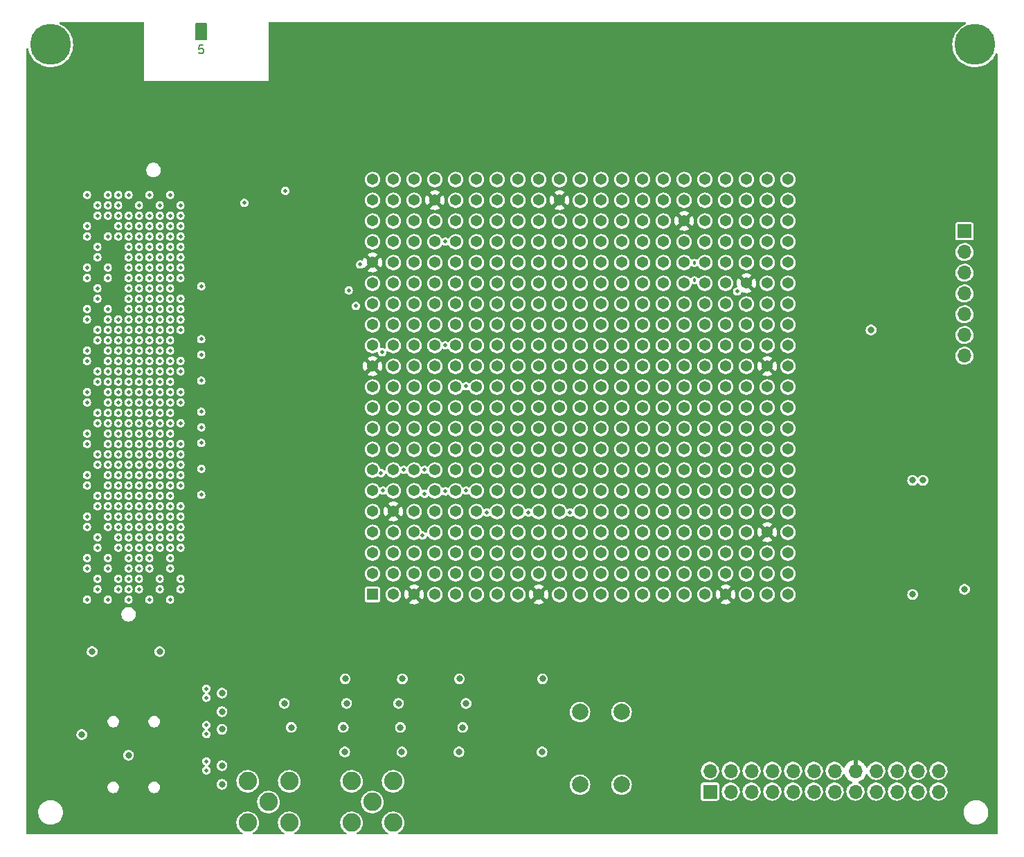
<source format=gbr>
%TF.GenerationSoftware,KiCad,Pcbnew,(6.0.9-0)*%
%TF.CreationDate,2022-12-19T14:05:17-05:00*%
%TF.ProjectId,ember-pcb,656d6265-722d-4706-9362-2e6b69636164,rev?*%
%TF.SameCoordinates,Original*%
%TF.FileFunction,Copper,L6,Inr*%
%TF.FilePolarity,Positive*%
%FSLAX46Y46*%
G04 Gerber Fmt 4.6, Leading zero omitted, Abs format (unit mm)*
G04 Created by KiCad (PCBNEW (6.0.9-0)) date 2022-12-19 14:05:17*
%MOMM*%
%LPD*%
G01*
G04 APERTURE LIST*
%TA.AperFunction,NonConductor*%
%ADD10C,0.200000*%
%TD*%
%ADD11C,0.150000*%
%TA.AperFunction,NonConductor*%
%ADD12C,0.150000*%
%TD*%
%TA.AperFunction,ComponentPad*%
%ADD13C,5.000000*%
%TD*%
%TA.AperFunction,ComponentPad*%
%ADD14R,1.700000X1.700000*%
%TD*%
%TA.AperFunction,ComponentPad*%
%ADD15O,1.700000X1.700000*%
%TD*%
%TA.AperFunction,ComponentPad*%
%ADD16C,2.000000*%
%TD*%
%TA.AperFunction,ComponentPad*%
%ADD17C,2.250000*%
%TD*%
%TA.AperFunction,ComponentPad*%
%ADD18C,0.500000*%
%TD*%
%TA.AperFunction,ComponentPad*%
%ADD19R,1.368000X1.368000*%
%TD*%
%TA.AperFunction,ComponentPad*%
%ADD20C,1.368000*%
%TD*%
%TA.AperFunction,ViaPad*%
%ADD21C,0.800000*%
%TD*%
%TA.AperFunction,ViaPad*%
%ADD22C,0.508000*%
%TD*%
%TA.AperFunction,ViaPad*%
%ADD23C,0.457200*%
%TD*%
G04 APERTURE END LIST*
D10*
X90200000Y-48470000D02*
X91470000Y-48470000D01*
X91470000Y-48470000D02*
X91470000Y-50375000D01*
X91470000Y-50375000D02*
X90200000Y-50375000D01*
X90200000Y-50375000D02*
X90200000Y-48470000D01*
G36*
X90200000Y-48470000D02*
G01*
X91470000Y-48470000D01*
X91470000Y-50375000D01*
X90200000Y-50375000D01*
X90200000Y-48470000D01*
G37*
D11*
D12*
X91073095Y-51097380D02*
X90596904Y-51097380D01*
X90549285Y-51573571D01*
X90596904Y-51525952D01*
X90692142Y-51478333D01*
X90930238Y-51478333D01*
X91025476Y-51525952D01*
X91073095Y-51573571D01*
X91120714Y-51668809D01*
X91120714Y-51906904D01*
X91073095Y-52002142D01*
X91025476Y-52049761D01*
X90930238Y-52097380D01*
X90692142Y-52097380D01*
X90596904Y-52049761D01*
X90549285Y-52002142D01*
D13*
%TO.N,GND*%
%TO.C,H1*%
X72420000Y-51010000D03*
%TD*%
D14*
%TO.N,/core_pwr*%
%TO.C,J3*%
X153060000Y-142455000D03*
D15*
%TO.N,/vdd_fsm*%
X153060000Y-139915000D03*
%TO.N,/core_pwr*%
X155600000Y-142455000D03*
%TO.N,/vdd*%
X155600000Y-139915000D03*
%TO.N,/core_pwr*%
X158140000Y-142455000D03*
%TO.N,/vdd_dac*%
X158140000Y-139915000D03*
%TO.N,/core_pwr*%
X160680000Y-142455000D03*
%TO.N,/vsa*%
X160680000Y-139915000D03*
%TO.N,unconnected-(J3-Pad9)*%
X163220000Y-142455000D03*
%TO.N,unconnected-(J3-Pad10)*%
X163220000Y-139915000D03*
%TO.N,/io_pwr*%
X165760000Y-142455000D03*
%TO.N,/vddio_fsm*%
X165760000Y-139915000D03*
%TO.N,/io_pwr*%
X168300000Y-142455000D03*
%TO.N,/vddio*%
X168300000Y-139915000D03*
%TO.N,/io_pwr*%
X170840000Y-142455000D03*
%TO.N,/vddio_dac*%
X170840000Y-139915000D03*
%TO.N,unconnected-(J3-Pad17)*%
X173380000Y-142455000D03*
%TO.N,unconnected-(J3-Pad18)*%
X173380000Y-139915000D03*
%TO.N,GND*%
X175920000Y-142455000D03*
X175920000Y-139915000D03*
X178460000Y-142455000D03*
X178460000Y-139915000D03*
X181000000Y-142455000D03*
X181000000Y-139915000D03*
%TD*%
D16*
%TO.N,Net-(C1-Pad1)*%
%TO.C,FB1*%
X137165000Y-132710000D03*
%TO.N,/core_pwr*%
X142245000Y-132710000D03*
%TD*%
D14*
%TO.N,/wl_source_pin*%
%TO.C,J4*%
X184180000Y-73865000D03*
D15*
%TO.N,/bl_source_pin*%
X184180000Y-76405000D03*
%TO.N,/sl_source_pin*%
X184180000Y-78945000D03*
%TO.N,/iref_test*%
X184180000Y-81485000D03*
%TO.N,/vdd_test*%
X184180000Y-84025000D03*
%TO.N,unconnected-(J4-Pad6)*%
X184180000Y-86565000D03*
%TO.N,GND*%
X184180000Y-89105000D03*
%TD*%
D16*
%TO.N,Net-(C6-Pad1)*%
%TO.C,FB2*%
X137165000Y-141600000D03*
%TO.N,/io_pwr*%
X142245000Y-141600000D03*
%TD*%
D17*
%TO.N,GND*%
%TO.C,J5*%
X99065000Y-143720000D03*
%TO.N,Net-(J5-Pad2)*%
X101605000Y-146260000D03*
X96525000Y-141180000D03*
X96525000Y-146260000D03*
X101605000Y-141180000D03*
%TD*%
D18*
%TO.N,GND*%
%TO.C,U4*%
X91475000Y-139835000D03*
X91475000Y-138735000D03*
%TD*%
D17*
%TO.N,GND*%
%TO.C,J2*%
X111765000Y-143720000D03*
%TO.N,Net-(J2-Pad2)*%
X114305000Y-141180000D03*
X114305000Y-146260000D03*
X109225000Y-141180000D03*
X109225000Y-146260000D03*
%TD*%
D19*
%TO.N,GND*%
%TO.C,U1*%
X111790000Y-118320000D03*
D20*
%TO.N,/di_36*%
X114330000Y-118320000D03*
%TO.N,/vddio_dac*%
X116870000Y-118320000D03*
%TO.N,/iref_test*%
X119410000Y-118320000D03*
%TO.N,/vdd_fsm*%
X121950000Y-118320000D03*
%TO.N,GND*%
X124490000Y-118320000D03*
%TO.N,/di_47*%
X127030000Y-118320000D03*
%TO.N,/vdd_dac*%
X129570000Y-118320000D03*
%TO.N,/vddio_dac*%
X132110000Y-118320000D03*
%TO.N,/vddio*%
X134650000Y-118320000D03*
%TO.N,/vsa*%
X137190000Y-118320000D03*
%TO.N,/read_ref_4*%
X139730000Y-118320000D03*
%TO.N,/rram_addr_0*%
X142270000Y-118320000D03*
%TO.N,/rram_addr_2*%
X144810000Y-118320000D03*
%TO.N,GND*%
X147350000Y-118320000D03*
%TO.N,/vdd_fsm*%
X149890000Y-118320000D03*
%TO.N,/rram_addr_10*%
X152430000Y-118320000D03*
%TO.N,/vddio_dac*%
X154970000Y-118320000D03*
%TO.N,GND*%
X157510000Y-118320000D03*
X160050000Y-118320000D03*
%TO.N,unconnected-(U1-PadA21)*%
X162590000Y-118320000D03*
%TO.N,/vddio*%
X111790000Y-115780000D03*
%TO.N,/di_34*%
X114330000Y-115780000D03*
%TO.N,/vddio_fsm*%
X116870000Y-115780000D03*
%TO.N,/vddio*%
X119410000Y-115780000D03*
%TO.N,/vdd*%
X121950000Y-115780000D03*
%TO.N,/vdd_test*%
X124490000Y-115780000D03*
%TO.N,/vddio_fsm*%
X127030000Y-115780000D03*
%TO.N,GND*%
X129570000Y-115780000D03*
%TO.N,/sa_en*%
X132110000Y-115780000D03*
%TO.N,/read_ref_1*%
X134650000Y-115780000D03*
%TO.N,/read_ref_2*%
X137190000Y-115780000D03*
%TO.N,/rram_addr_1*%
X139730000Y-115780000D03*
%TO.N,/vddio_fsm*%
X142270000Y-115780000D03*
%TO.N,/rram_addr_6*%
X144810000Y-115780000D03*
%TO.N,/vdd*%
X147350000Y-115780000D03*
%TO.N,/vddio*%
X149890000Y-115780000D03*
%TO.N,/vddio_fsm*%
X152430000Y-115780000D03*
%TO.N,/sl_en*%
X154970000Y-115780000D03*
%TO.N,/read_dac_config_0*%
X157510000Y-115780000D03*
%TO.N,/vdd_dac*%
X160050000Y-115780000D03*
%TO.N,unconnected-(U1-PadB21)*%
X162590000Y-115780000D03*
%TO.N,/vddio_fsm*%
X111790000Y-113240000D03*
%TO.N,/vdd_dac*%
X114330000Y-113240000D03*
%TO.N,GND*%
X116870000Y-113240000D03*
%TO.N,/di_37*%
X119410000Y-113240000D03*
%TO.N,/di_39*%
X121950000Y-113240000D03*
%TO.N,/di_41*%
X124490000Y-113240000D03*
%TO.N,/di_42*%
X127030000Y-113240000D03*
%TO.N,/di_44*%
X129570000Y-113240000D03*
%TO.N,/di_45*%
X132110000Y-113240000D03*
%TO.N,/set_rst*%
X134650000Y-113240000D03*
%TO.N,/read_ref_5*%
X137190000Y-113240000D03*
%TO.N,/rram_addr_4*%
X139730000Y-113240000D03*
%TO.N,/rram_addr_5*%
X142270000Y-113240000D03*
%TO.N,/rram_addr_8*%
X144810000Y-113240000D03*
%TO.N,/rram_addr_11*%
X147350000Y-113240000D03*
%TO.N,/rram_addr_13*%
X149890000Y-113240000D03*
%TO.N,/rram_addr_15*%
X152430000Y-113240000D03*
%TO.N,GND*%
X154970000Y-113240000D03*
%TO.N,/vddio*%
X157510000Y-113240000D03*
%TO.N,/vdd*%
X160050000Y-113240000D03*
%TO.N,unconnected-(U1-PadC21)*%
X162590000Y-113240000D03*
%TO.N,/di_27*%
X111790000Y-110700000D03*
%TO.N,/vdd*%
X114330000Y-110700000D03*
%TO.N,/di_32*%
X116870000Y-110700000D03*
%TO.N,/di_33*%
X119410000Y-110700000D03*
%TO.N,/di_35*%
X121950000Y-110700000D03*
%TO.N,/di_38*%
X124490000Y-110700000D03*
%TO.N,/di_40*%
X127030000Y-110700000D03*
%TO.N,/di_43*%
X129570000Y-110700000D03*
%TO.N,/di_46*%
X132110000Y-110700000D03*
%TO.N,/read_ref_0*%
X134650000Y-110700000D03*
%TO.N,/read_ref_3*%
X137190000Y-110700000D03*
%TO.N,/rram_addr_3*%
X139730000Y-110700000D03*
%TO.N,/rram_addr_7*%
X142270000Y-110700000D03*
%TO.N,/rram_addr_9*%
X144810000Y-110700000D03*
%TO.N,/rram_addr_12*%
X147350000Y-110700000D03*
%TO.N,/rram_addr_14*%
X149890000Y-110700000D03*
%TO.N,/we*%
X152430000Y-110700000D03*
%TO.N,/read_dac_config_2*%
X154970000Y-110700000D03*
%TO.N,/vddio_fsm*%
X157510000Y-110700000D03*
%TO.N,/vddio_dac*%
X160050000Y-110700000D03*
%TO.N,unconnected-(U1-PadD21)*%
X162590000Y-110700000D03*
%TO.N,/di_23*%
X111790000Y-108160000D03*
%TO.N,/vddio_dac*%
X114330000Y-108160000D03*
%TO.N,/di_30*%
X116870000Y-108160000D03*
%TO.N,/di_31*%
X119410000Y-108160000D03*
%TO.N,unconnected-(U1-PadE5)*%
X121950000Y-108160000D03*
%TO.N,unconnected-(U1-PadE6)*%
X124490000Y-108160000D03*
%TO.N,unconnected-(U1-PadE7)*%
X127030000Y-108160000D03*
%TO.N,unconnected-(U1-PadE8)*%
X129570000Y-108160000D03*
%TO.N,unconnected-(U1-PadE9)*%
X132110000Y-108160000D03*
%TO.N,unconnected-(U1-PadE10)*%
X134650000Y-108160000D03*
%TO.N,unconnected-(U1-PadE11)*%
X137190000Y-108160000D03*
%TO.N,unconnected-(U1-PadE12)*%
X139730000Y-108160000D03*
%TO.N,unconnected-(U1-PadE13)*%
X142270000Y-108160000D03*
%TO.N,unconnected-(U1-PadE14)*%
X144810000Y-108160000D03*
%TO.N,unconnected-(U1-PadE15)*%
X147350000Y-108160000D03*
%TO.N,unconnected-(U1-PadE16)*%
X149890000Y-108160000D03*
%TO.N,/read_dac_config_1*%
X152430000Y-108160000D03*
%TO.N,/wl_dac_config_0*%
X154970000Y-108160000D03*
%TO.N,/wl_dac_config_3*%
X157510000Y-108160000D03*
%TO.N,/wl_dac_config_5*%
X160050000Y-108160000D03*
%TO.N,unconnected-(U1-PadE21)*%
X162590000Y-108160000D03*
%TO.N,/vddio_fsm*%
X111790000Y-105620000D03*
%TO.N,/di_25*%
X114330000Y-105620000D03*
%TO.N,/di_28*%
X116870000Y-105620000D03*
%TO.N,/di_29*%
X119410000Y-105620000D03*
%TO.N,unconnected-(U1-PadF5)*%
X121950000Y-105620000D03*
%TO.N,unconnected-(U1-PadF6)*%
X124490000Y-105620000D03*
%TO.N,unconnected-(U1-PadF7)*%
X127030000Y-105620000D03*
%TO.N,unconnected-(U1-PadF8)*%
X129570000Y-105620000D03*
%TO.N,unconnected-(U1-PadF9)*%
X132110000Y-105620000D03*
%TO.N,unconnected-(U1-PadF10)*%
X134650000Y-105620000D03*
%TO.N,unconnected-(U1-PadF11)*%
X137190000Y-105620000D03*
%TO.N,unconnected-(U1-PadF12)*%
X139730000Y-105620000D03*
%TO.N,unconnected-(U1-PadF13)*%
X142270000Y-105620000D03*
%TO.N,unconnected-(U1-PadF14)*%
X144810000Y-105620000D03*
%TO.N,unconnected-(U1-PadF15)*%
X147350000Y-105620000D03*
%TO.N,unconnected-(U1-PadF16)*%
X149890000Y-105620000D03*
%TO.N,/read_dac_config_3*%
X152430000Y-105620000D03*
%TO.N,/wl_dac_config_2*%
X154970000Y-105620000D03*
%TO.N,/wl_dac_config_7*%
X157510000Y-105620000D03*
%TO.N,/vdd_fsm*%
X160050000Y-105620000D03*
%TO.N,unconnected-(U1-PadF21)*%
X162590000Y-105620000D03*
%TO.N,/di_18*%
X111790000Y-103080000D03*
%TO.N,/vdd_fsm*%
X114330000Y-103080000D03*
%TO.N,/di_24*%
X116870000Y-103080000D03*
%TO.N,/di_26*%
X119410000Y-103080000D03*
%TO.N,unconnected-(U1-PadG5)*%
X121950000Y-103080000D03*
%TO.N,unconnected-(U1-PadG6)*%
X124490000Y-103080000D03*
%TO.N,unconnected-(U1-PadG7)*%
X127030000Y-103080000D03*
%TO.N,unconnected-(U1-PadG8)*%
X129570000Y-103080000D03*
%TO.N,unconnected-(U1-PadG9)*%
X132110000Y-103080000D03*
%TO.N,unconnected-(U1-PadG10)*%
X134650000Y-103080000D03*
%TO.N,unconnected-(U1-PadG11)*%
X137190000Y-103080000D03*
%TO.N,unconnected-(U1-PadG12)*%
X139730000Y-103080000D03*
%TO.N,unconnected-(U1-PadG13)*%
X142270000Y-103080000D03*
%TO.N,unconnected-(U1-PadG14)*%
X144810000Y-103080000D03*
%TO.N,unconnected-(U1-PadG15)*%
X147350000Y-103080000D03*
%TO.N,unconnected-(U1-PadG16)*%
X149890000Y-103080000D03*
%TO.N,/wl_dac_config_1*%
X152430000Y-103080000D03*
%TO.N,/wl_dac_config_4*%
X154970000Y-103080000D03*
%TO.N,/vddio_fsm*%
X157510000Y-103080000D03*
%TO.N,GND*%
X160050000Y-103080000D03*
%TO.N,unconnected-(U1-PadG21)*%
X162590000Y-103080000D03*
%TO.N,/di_16*%
X111790000Y-100540000D03*
%TO.N,GND*%
X114330000Y-100540000D03*
%TO.N,/di_21*%
X116870000Y-100540000D03*
%TO.N,/di_22*%
X119410000Y-100540000D03*
%TO.N,unconnected-(U1-PadH5)*%
X121950000Y-100540000D03*
%TO.N,unconnected-(U1-PadH6)*%
X124490000Y-100540000D03*
%TO.N,unconnected-(U1-PadH7)*%
X127030000Y-100540000D03*
%TO.N,unconnected-(U1-PadH8)*%
X129570000Y-100540000D03*
%TO.N,unconnected-(U1-PadH9)*%
X132110000Y-100540000D03*
%TO.N,unconnected-(U1-PadH10)*%
X134650000Y-100540000D03*
%TO.N,unconnected-(U1-PadH11)*%
X137190000Y-100540000D03*
%TO.N,unconnected-(U1-PadH12)*%
X139730000Y-100540000D03*
%TO.N,unconnected-(U1-PadH13)*%
X142270000Y-100540000D03*
%TO.N,unconnected-(U1-PadH14)*%
X144810000Y-100540000D03*
%TO.N,unconnected-(U1-PadH15)*%
X147350000Y-100540000D03*
%TO.N,unconnected-(U1-PadH16)*%
X149890000Y-100540000D03*
%TO.N,/wl_dac_config_6*%
X152430000Y-100540000D03*
%TO.N,/wl_dac_en*%
X154970000Y-100540000D03*
%TO.N,/wl_source_pin*%
X157510000Y-100540000D03*
%TO.N,/sa_do_2*%
X160050000Y-100540000D03*
%TO.N,unconnected-(U1-PadH21)*%
X162590000Y-100540000D03*
%TO.N,/di_14*%
X111790000Y-98000000D03*
%TO.N,/di_17*%
X114330000Y-98000000D03*
%TO.N,/di_20*%
X116870000Y-98000000D03*
%TO.N,/di_19*%
X119410000Y-98000000D03*
%TO.N,unconnected-(U1-PadJ5)*%
X121950000Y-98000000D03*
%TO.N,unconnected-(U1-PadJ6)*%
X124490000Y-98000000D03*
%TO.N,unconnected-(U1-PadJ7)*%
X127030000Y-98000000D03*
%TO.N,unconnected-(U1-PadJ8)*%
X129570000Y-98000000D03*
%TO.N,unconnected-(U1-PadJ9)*%
X132110000Y-98000000D03*
%TO.N,unconnected-(U1-PadJ10)*%
X134650000Y-98000000D03*
%TO.N,unconnected-(U1-PadJ11)*%
X137190000Y-98000000D03*
%TO.N,unconnected-(U1-PadJ12)*%
X139730000Y-98000000D03*
%TO.N,unconnected-(U1-PadJ13)*%
X142270000Y-98000000D03*
%TO.N,unconnected-(U1-PadJ14)*%
X144810000Y-98000000D03*
%TO.N,unconnected-(U1-PadJ15)*%
X147350000Y-98000000D03*
%TO.N,unconnected-(U1-PadJ16)*%
X149890000Y-98000000D03*
%TO.N,/bleed_en*%
X152430000Y-98000000D03*
%TO.N,/wl_en*%
X154970000Y-98000000D03*
%TO.N,/sa_do_0*%
X157510000Y-98000000D03*
%TO.N,/sa_do_4*%
X160050000Y-98000000D03*
%TO.N,unconnected-(U1-PadJ21)*%
X162590000Y-98000000D03*
%TO.N,/vsa*%
X111790000Y-95460000D03*
%TO.N,/di_12*%
X114330000Y-95460000D03*
%TO.N,/di_15*%
X116870000Y-95460000D03*
%TO.N,/di_13*%
X119410000Y-95460000D03*
%TO.N,unconnected-(U1-PadK5)*%
X121950000Y-95460000D03*
%TO.N,unconnected-(U1-PadK6)*%
X124490000Y-95460000D03*
%TO.N,unconnected-(U1-PadK7)*%
X127030000Y-95460000D03*
%TO.N,unconnected-(U1-PadK8)*%
X129570000Y-95460000D03*
%TO.N,unconnected-(U1-PadK9)*%
X132110000Y-95460000D03*
%TO.N,unconnected-(U1-PadK10)*%
X134650000Y-95460000D03*
%TO.N,unconnected-(U1-PadK11)*%
X137190000Y-95460000D03*
%TO.N,unconnected-(U1-PadK12)*%
X139730000Y-95460000D03*
%TO.N,unconnected-(U1-PadK13)*%
X142270000Y-95460000D03*
%TO.N,unconnected-(U1-PadK14)*%
X144810000Y-95460000D03*
%TO.N,unconnected-(U1-PadK15)*%
X147350000Y-95460000D03*
%TO.N,unconnected-(U1-PadK16)*%
X149890000Y-95460000D03*
%TO.N,/sa_do_3*%
X152430000Y-95460000D03*
%TO.N,/sa_do_1*%
X154970000Y-95460000D03*
%TO.N,/sa_do_5*%
X157510000Y-95460000D03*
%TO.N,/vsa*%
X160050000Y-95460000D03*
%TO.N,unconnected-(U1-PadK21)*%
X162590000Y-95460000D03*
%TO.N,/vdd*%
X111790000Y-92920000D03*
%TO.N,/di_11*%
X114330000Y-92920000D03*
%TO.N,/di_9*%
X116870000Y-92920000D03*
%TO.N,/di_10*%
X119410000Y-92920000D03*
%TO.N,unconnected-(U1-PadL5)*%
X121950000Y-92920000D03*
%TO.N,unconnected-(U1-PadL6)*%
X124490000Y-92920000D03*
%TO.N,unconnected-(U1-PadL7)*%
X127030000Y-92920000D03*
%TO.N,unconnected-(U1-PadL8)*%
X129570000Y-92920000D03*
%TO.N,unconnected-(U1-PadL9)*%
X132110000Y-92920000D03*
%TO.N,unconnected-(U1-PadL10)*%
X134650000Y-92920000D03*
%TO.N,unconnected-(U1-PadL11)*%
X137190000Y-92920000D03*
%TO.N,unconnected-(U1-PadL12)*%
X139730000Y-92920000D03*
%TO.N,unconnected-(U1-PadL13)*%
X142270000Y-92920000D03*
%TO.N,unconnected-(U1-PadL14)*%
X144810000Y-92920000D03*
%TO.N,unconnected-(U1-PadL15)*%
X147350000Y-92920000D03*
%TO.N,unconnected-(U1-PadL16)*%
X149890000Y-92920000D03*
%TO.N,/sa_do_7*%
X152430000Y-92920000D03*
%TO.N,/sa_do_8*%
X154970000Y-92920000D03*
%TO.N,/sa_do_6*%
X157510000Y-92920000D03*
%TO.N,/vdd*%
X160050000Y-92920000D03*
%TO.N,unconnected-(U1-PadL21)*%
X162590000Y-92920000D03*
%TO.N,/vddio_dac*%
X111790000Y-90380000D03*
%TO.N,/di_7*%
X114330000Y-90380000D03*
%TO.N,/di_5*%
X116870000Y-90380000D03*
%TO.N,/di_6*%
X119410000Y-90380000D03*
%TO.N,unconnected-(U1-PadM5)*%
X121950000Y-90380000D03*
%TO.N,unconnected-(U1-PadM6)*%
X124490000Y-90380000D03*
%TO.N,unconnected-(U1-PadM7)*%
X127030000Y-90380000D03*
%TO.N,unconnected-(U1-PadM8)*%
X129570000Y-90380000D03*
%TO.N,unconnected-(U1-PadM9)*%
X132110000Y-90380000D03*
%TO.N,unconnected-(U1-PadM10)*%
X134650000Y-90380000D03*
%TO.N,unconnected-(U1-PadM11)*%
X137190000Y-90380000D03*
%TO.N,unconnected-(U1-PadM12)*%
X139730000Y-90380000D03*
%TO.N,unconnected-(U1-PadM13)*%
X142270000Y-90380000D03*
%TO.N,unconnected-(U1-PadM14)*%
X144810000Y-90380000D03*
%TO.N,unconnected-(U1-PadM15)*%
X147350000Y-90380000D03*
%TO.N,unconnected-(U1-PadM16)*%
X149890000Y-90380000D03*
%TO.N,/sa_do_11*%
X152430000Y-90380000D03*
%TO.N,/sa_do_12*%
X154970000Y-90380000D03*
%TO.N,/sa_do_9*%
X157510000Y-90380000D03*
%TO.N,/vddio_dac*%
X160050000Y-90380000D03*
%TO.N,unconnected-(U1-PadM21)*%
X162590000Y-90380000D03*
%TO.N,/vddio*%
X111790000Y-87840000D03*
%TO.N,/di_8*%
X114330000Y-87840000D03*
%TO.N,/di_4*%
X116870000Y-87840000D03*
%TO.N,/di_2*%
X119410000Y-87840000D03*
%TO.N,unconnected-(U1-PadN5)*%
X121950000Y-87840000D03*
%TO.N,unconnected-(U1-PadN6)*%
X124490000Y-87840000D03*
%TO.N,unconnected-(U1-PadN7)*%
X127030000Y-87840000D03*
%TO.N,unconnected-(U1-PadN8)*%
X129570000Y-87840000D03*
%TO.N,unconnected-(U1-PadN9)*%
X132110000Y-87840000D03*
%TO.N,unconnected-(U1-PadN10)*%
X134650000Y-87840000D03*
%TO.N,unconnected-(U1-PadN11)*%
X137190000Y-87840000D03*
%TO.N,unconnected-(U1-PadN12)*%
X139730000Y-87840000D03*
%TO.N,unconnected-(U1-PadN13)*%
X142270000Y-87840000D03*
%TO.N,unconnected-(U1-PadN14)*%
X144810000Y-87840000D03*
%TO.N,unconnected-(U1-PadN15)*%
X147350000Y-87840000D03*
%TO.N,unconnected-(U1-PadN16)*%
X149890000Y-87840000D03*
%TO.N,/sa_do_14*%
X152430000Y-87840000D03*
%TO.N,/sa_do_13*%
X154970000Y-87840000D03*
%TO.N,GND*%
X157510000Y-87840000D03*
%TO.N,/vddio*%
X160050000Y-87840000D03*
%TO.N,unconnected-(U1-PadN21)*%
X162590000Y-87840000D03*
%TO.N,GND*%
X111790000Y-85300000D03*
%TO.N,/vddio_fsm*%
X114330000Y-85300000D03*
%TO.N,/di_0*%
X116870000Y-85300000D03*
%TO.N,/clamp_ref_5*%
X119410000Y-85300000D03*
%TO.N,unconnected-(U1-PadP5)*%
X121950000Y-85300000D03*
%TO.N,unconnected-(U1-PadP6)*%
X124490000Y-85300000D03*
%TO.N,unconnected-(U1-PadP7)*%
X127030000Y-85300000D03*
%TO.N,unconnected-(U1-PadP8)*%
X129570000Y-85300000D03*
%TO.N,unconnected-(U1-PadP9)*%
X132110000Y-85300000D03*
%TO.N,unconnected-(U1-PadP10)*%
X134650000Y-85300000D03*
%TO.N,unconnected-(U1-PadP11)*%
X137190000Y-85300000D03*
%TO.N,unconnected-(U1-PadP12)*%
X139730000Y-85300000D03*
%TO.N,unconnected-(U1-PadP13)*%
X142270000Y-85300000D03*
%TO.N,unconnected-(U1-PadP14)*%
X144810000Y-85300000D03*
%TO.N,unconnected-(U1-PadP15)*%
X147350000Y-85300000D03*
%TO.N,unconnected-(U1-PadP16)*%
X149890000Y-85300000D03*
%TO.N,/sa_do_18*%
X152430000Y-85300000D03*
%TO.N,/sa_do_16*%
X154970000Y-85300000D03*
%TO.N,/vdd_fsm*%
X157510000Y-85300000D03*
%TO.N,/sa_do_10*%
X160050000Y-85300000D03*
%TO.N,unconnected-(U1-PadP21)*%
X162590000Y-85300000D03*
%TO.N,/vdd_fsm*%
X111790000Y-82760000D03*
%TO.N,/di_3*%
X114330000Y-82760000D03*
%TO.N,/rst_n*%
X116870000Y-82760000D03*
%TO.N,/clamp_ref_3*%
X119410000Y-82760000D03*
%TO.N,unconnected-(U1-PadR5)*%
X121950000Y-82760000D03*
%TO.N,unconnected-(U1-PadR6)*%
X124490000Y-82760000D03*
%TO.N,unconnected-(U1-PadR7)*%
X127030000Y-82760000D03*
%TO.N,unconnected-(U1-PadR8)*%
X129570000Y-82760000D03*
%TO.N,unconnected-(U1-PadR9)*%
X132110000Y-82760000D03*
%TO.N,unconnected-(U1-PadR10)*%
X134650000Y-82760000D03*
%TO.N,unconnected-(U1-PadR11)*%
X137190000Y-82760000D03*
%TO.N,unconnected-(U1-PadR12)*%
X139730000Y-82760000D03*
%TO.N,unconnected-(U1-PadR13)*%
X142270000Y-82760000D03*
%TO.N,unconnected-(U1-PadR14)*%
X144810000Y-82760000D03*
%TO.N,unconnected-(U1-PadR15)*%
X147350000Y-82760000D03*
%TO.N,unconnected-(U1-PadR16)*%
X149890000Y-82760000D03*
%TO.N,/sa_do_21*%
X152430000Y-82760000D03*
%TO.N,/sa_do_20*%
X154970000Y-82760000D03*
%TO.N,/sa_do_17*%
X157510000Y-82760000D03*
%TO.N,/vddio_fsm*%
X160050000Y-82760000D03*
%TO.N,unconnected-(U1-PadR21)*%
X162590000Y-82760000D03*
%TO.N,/di_1*%
X111790000Y-80220000D03*
%TO.N,/bl_en*%
X114330000Y-80220000D03*
%TO.N,/clamp_ref_4*%
X116870000Y-80220000D03*
%TO.N,/clamp_ref_1*%
X119410000Y-80220000D03*
%TO.N,unconnected-(U1-PadS5)*%
X121950000Y-80220000D03*
%TO.N,unconnected-(U1-PadS6)*%
X124490000Y-80220000D03*
%TO.N,unconnected-(U1-PadS7)*%
X127030000Y-80220000D03*
%TO.N,unconnected-(U1-PadS8)*%
X129570000Y-80220000D03*
%TO.N,unconnected-(U1-PadS9)*%
X132110000Y-80220000D03*
%TO.N,unconnected-(U1-PadS10)*%
X134650000Y-80220000D03*
%TO.N,unconnected-(U1-PadS11)*%
X137190000Y-80220000D03*
%TO.N,unconnected-(U1-PadS12)*%
X139730000Y-80220000D03*
%TO.N,unconnected-(U1-PadS13)*%
X142270000Y-80220000D03*
%TO.N,unconnected-(U1-PadS14)*%
X144810000Y-80220000D03*
%TO.N,unconnected-(U1-PadS15)*%
X147350000Y-80220000D03*
%TO.N,unconnected-(U1-PadS16)*%
X149890000Y-80220000D03*
%TO.N,/sa_do_23*%
X152430000Y-80220000D03*
%TO.N,/sa_do_22*%
X154970000Y-80220000D03*
%TO.N,/vddio_dac*%
X157510000Y-80220000D03*
%TO.N,/sa_do_15*%
X160050000Y-80220000D03*
%TO.N,unconnected-(U1-PadS21)*%
X162590000Y-80220000D03*
%TO.N,/vddio_dac*%
X111790000Y-77680000D03*
%TO.N,/vddio_fsm*%
X114330000Y-77680000D03*
%TO.N,/clamp_ref_2*%
X116870000Y-77680000D03*
%TO.N,/bsl_dac_en*%
X119410000Y-77680000D03*
%TO.N,/bsl_dac_config_4*%
X121950000Y-77680000D03*
%TO.N,/bsl_dac_config_2*%
X124490000Y-77680000D03*
%TO.N,/bsl_dac_config_0*%
X127030000Y-77680000D03*
%TO.N,/mclk_pause*%
X129570000Y-77680000D03*
%TO.N,/mosi*%
X132110000Y-77680000D03*
%TO.N,/heartbeat*%
X134650000Y-77680000D03*
%TO.N,/sa_do_45*%
X137190000Y-77680000D03*
%TO.N,/sa_do_39*%
X139730000Y-77680000D03*
%TO.N,/sa_do_36*%
X142270000Y-77680000D03*
%TO.N,/sa_do_32*%
X144810000Y-77680000D03*
%TO.N,/sa_do_29*%
X147350000Y-77680000D03*
%TO.N,/sa_do_27*%
X149890000Y-77680000D03*
%TO.N,/sa_do_25*%
X152430000Y-77680000D03*
%TO.N,/sa_do_24*%
X154970000Y-77680000D03*
%TO.N,/vdd*%
X157510000Y-77680000D03*
%TO.N,/sa_do_19*%
X160050000Y-77680000D03*
%TO.N,unconnected-(U1-PadT21)*%
X162590000Y-77680000D03*
%TO.N,/vdd*%
X111790000Y-75140000D03*
%TO.N,/vddio*%
X114330000Y-75140000D03*
%TO.N,GND*%
X116870000Y-75140000D03*
%TO.N,/read_dac_en*%
X119410000Y-75140000D03*
%TO.N,/bsl_dac_config_3*%
X121950000Y-75140000D03*
%TO.N,/bsl_dac_config_1*%
X124490000Y-75140000D03*
%TO.N,/aclk*%
X127030000Y-75140000D03*
%TO.N,/sclk*%
X129570000Y-75140000D03*
%TO.N,/sc*%
X132110000Y-75140000D03*
%TO.N,/man*%
X134650000Y-75140000D03*
%TO.N,/sa_do_43*%
X137190000Y-75140000D03*
%TO.N,/sa_do_38*%
X139730000Y-75140000D03*
%TO.N,/sa_do_37*%
X142270000Y-75140000D03*
%TO.N,/sa_do_34*%
X144810000Y-75140000D03*
%TO.N,/sa_do_33*%
X147350000Y-75140000D03*
%TO.N,/sa_do_30*%
X149890000Y-75140000D03*
%TO.N,/sa_do_28*%
X152430000Y-75140000D03*
%TO.N,GND*%
X154970000Y-75140000D03*
%TO.N,/vdd_dac*%
X157510000Y-75140000D03*
%TO.N,/vddio_fsm*%
X160050000Y-75140000D03*
%TO.N,unconnected-(U1-PadU21)*%
X162590000Y-75140000D03*
%TO.N,/vdd_dac*%
X111790000Y-72600000D03*
%TO.N,/clamp_ref_0*%
X114330000Y-72600000D03*
%TO.N,/vddio*%
X116870000Y-72600000D03*
%TO.N,/vsa*%
X119410000Y-72600000D03*
%TO.N,/vdd_fsm*%
X121950000Y-72600000D03*
%TO.N,/sl_source_pin*%
X124490000Y-72600000D03*
%TO.N,GND*%
X127030000Y-72600000D03*
%TO.N,/vddio_fsm*%
X129570000Y-72600000D03*
%TO.N,/miso*%
X132110000Y-72600000D03*
%TO.N,/sa_rdy*%
X134650000Y-72600000D03*
%TO.N,/sa_do_47*%
X137190000Y-72600000D03*
%TO.N,/sa_do_41*%
X139730000Y-72600000D03*
%TO.N,/sa_do_42*%
X142270000Y-72600000D03*
%TO.N,/vdd*%
X144810000Y-72600000D03*
%TO.N,/vddio_fsm*%
X147350000Y-72600000D03*
%TO.N,/vddio_dac*%
X149890000Y-72600000D03*
%TO.N,/sa_do_31*%
X152430000Y-72600000D03*
%TO.N,/vddio_fsm*%
X154970000Y-72600000D03*
%TO.N,/sa_do_26*%
X157510000Y-72600000D03*
%TO.N,/vddio*%
X160050000Y-72600000D03*
%TO.N,unconnected-(U1-PadV21)*%
X162590000Y-72600000D03*
%TO.N,GND*%
X111790000Y-70060000D03*
%TO.N,/vddio_fsm*%
X114330000Y-70060000D03*
%TO.N,/bl_source_pin*%
X116870000Y-70060000D03*
%TO.N,/vddio_dac*%
X119410000Y-70060000D03*
%TO.N,/vddio_fsm*%
X121950000Y-70060000D03*
%TO.N,/vdd*%
X124490000Y-70060000D03*
%TO.N,/sa_clk*%
X127030000Y-70060000D03*
%TO.N,/byp*%
X129570000Y-70060000D03*
%TO.N,/vdd_dac*%
X132110000Y-70060000D03*
%TO.N,/vddio_dac*%
X134650000Y-70060000D03*
%TO.N,/vddio*%
X137190000Y-70060000D03*
%TO.N,/sa_do_46*%
X139730000Y-70060000D03*
%TO.N,/sa_do_44*%
X142270000Y-70060000D03*
%TO.N,/sa_do_40*%
X144810000Y-70060000D03*
%TO.N,GND*%
X147350000Y-70060000D03*
%TO.N,/sa_do_35*%
X149890000Y-70060000D03*
%TO.N,/vdd_fsm*%
X152430000Y-70060000D03*
%TO.N,/vsa*%
X154970000Y-70060000D03*
%TO.N,/vddio*%
X157510000Y-70060000D03*
%TO.N,GND*%
X160050000Y-70060000D03*
%TO.N,unconnected-(U1-PadW21)*%
X162590000Y-70060000D03*
%TO.N,unconnected-(U1-PadX1)*%
X111790000Y-67520000D03*
%TO.N,unconnected-(U1-PadX2)*%
X114330000Y-67520000D03*
%TO.N,unconnected-(U1-PadX3)*%
X116870000Y-67520000D03*
%TO.N,unconnected-(U1-PadX4)*%
X119410000Y-67520000D03*
%TO.N,unconnected-(U1-PadX5)*%
X121950000Y-67520000D03*
%TO.N,unconnected-(U1-PadX6)*%
X124490000Y-67520000D03*
%TO.N,unconnected-(U1-PadX7)*%
X127030000Y-67520000D03*
%TO.N,unconnected-(U1-PadX8)*%
X129570000Y-67520000D03*
%TO.N,unconnected-(U1-PadX9)*%
X132110000Y-67520000D03*
%TO.N,unconnected-(U1-PadX10)*%
X134650000Y-67520000D03*
%TO.N,unconnected-(U1-PadX11)*%
X137190000Y-67520000D03*
%TO.N,unconnected-(U1-PadX12)*%
X139730000Y-67520000D03*
%TO.N,unconnected-(U1-PadX13)*%
X142270000Y-67520000D03*
%TO.N,unconnected-(U1-PadX14)*%
X144810000Y-67520000D03*
%TO.N,unconnected-(U1-PadX15)*%
X147350000Y-67520000D03*
%TO.N,unconnected-(U1-PadX16)*%
X149890000Y-67520000D03*
%TO.N,unconnected-(U1-PadX17)*%
X152430000Y-67520000D03*
%TO.N,unconnected-(U1-PadX18)*%
X154970000Y-67520000D03*
%TO.N,unconnected-(U1-PadX19)*%
X157510000Y-67520000D03*
%TO.N,unconnected-(U1-PadX20)*%
X160050000Y-67520000D03*
%TO.N,unconnected-(U1-PadX21)*%
X162590000Y-67520000D03*
%TD*%
D18*
%TO.N,GND*%
%TO.C,U2*%
X91475000Y-129845000D03*
X91475000Y-130945000D03*
%TD*%
D13*
%TO.N,GND*%
%TO.C,H2*%
X185450000Y-51010000D03*
%TD*%
D18*
%TO.N,GND*%
%TO.C,U3*%
X91475000Y-134290000D03*
X91475000Y-135390000D03*
%TD*%
D21*
%TO.N,Net-(J1-PadD1)*%
X85755000Y-125305000D03*
%TO.N,Net-(J2-Pad2)*%
X76235000Y-135460000D03*
D22*
%TO.N,GND*%
X87025000Y-94825000D03*
X76865000Y-110065000D03*
X83215000Y-82125000D03*
D21*
X93380000Y-130395000D03*
D22*
X85755000Y-108795000D03*
X83215000Y-112605000D03*
X87025000Y-69425000D03*
X78135000Y-116415000D03*
X79405000Y-89745000D03*
D21*
X108215000Y-134595000D03*
D22*
X88295000Y-108795000D03*
X79405000Y-69425000D03*
X85755000Y-93555000D03*
X85755000Y-116415000D03*
X80675000Y-73235000D03*
X85755000Y-74505000D03*
X84485000Y-115145000D03*
X80675000Y-92285000D03*
X87025000Y-83395000D03*
X78135000Y-101175000D03*
X87025000Y-113875000D03*
X78135000Y-91015000D03*
X78135000Y-85935000D03*
X88295000Y-70695000D03*
D21*
X123225000Y-131650000D03*
D22*
X88295000Y-93555000D03*
X79405000Y-99905000D03*
X76865000Y-69425000D03*
X83215000Y-89745000D03*
X87025000Y-115145000D03*
X81945000Y-113875000D03*
X78135000Y-96095000D03*
X88295000Y-112605000D03*
X87025000Y-79585000D03*
X76865000Y-103715000D03*
X85755000Y-112605000D03*
X81945000Y-102445000D03*
X81945000Y-87205000D03*
X87025000Y-118955000D03*
X78135000Y-106255000D03*
X85755000Y-101175000D03*
X88295000Y-116415000D03*
X80675000Y-88475000D03*
X84485000Y-110065000D03*
X80675000Y-99905000D03*
X79405000Y-115145000D03*
X84485000Y-94825000D03*
X81945000Y-71965000D03*
X83215000Y-70695000D03*
X79405000Y-113875000D03*
X79405000Y-118955000D03*
D21*
X115200000Y-134595000D03*
D22*
X81945000Y-118955000D03*
X81945000Y-94825000D03*
X87025000Y-87205000D03*
X84485000Y-106255000D03*
X85755000Y-78315000D03*
X85755000Y-97365000D03*
X81945000Y-69425000D03*
X76865000Y-94825000D03*
X88295000Y-74505000D03*
X78135000Y-107525000D03*
X81945000Y-91015000D03*
X88295000Y-82125000D03*
X76865000Y-89745000D03*
X85755000Y-70695000D03*
X78135000Y-102445000D03*
X87025000Y-110065000D03*
X79405000Y-104985000D03*
X78135000Y-80855000D03*
X80675000Y-112605000D03*
D21*
X122820000Y-134595000D03*
X101865000Y-134595000D03*
X177830000Y-118320000D03*
X108620000Y-131650000D03*
D22*
X76865000Y-118955000D03*
X84485000Y-102445000D03*
X76865000Y-88475000D03*
X83215000Y-116415000D03*
X79405000Y-83395000D03*
X88295000Y-78315000D03*
X76865000Y-78315000D03*
X87025000Y-106255000D03*
X81945000Y-83395000D03*
X83215000Y-108795000D03*
X88295000Y-85935000D03*
X84485000Y-71965000D03*
X84485000Y-75775000D03*
X83215000Y-74505000D03*
X78135000Y-112605000D03*
X83215000Y-78315000D03*
X84485000Y-113875000D03*
X88295000Y-97365000D03*
X79405000Y-110065000D03*
X84485000Y-91015000D03*
X79405000Y-98635000D03*
D21*
X101000000Y-131650000D03*
D22*
X83215000Y-101175000D03*
X83215000Y-117685000D03*
X80675000Y-70695000D03*
X84485000Y-98635000D03*
X78135000Y-97365000D03*
X76865000Y-98635000D03*
X78135000Y-77045000D03*
X76865000Y-73235000D03*
X84485000Y-69425000D03*
X79405000Y-71965000D03*
X81945000Y-115145000D03*
X80675000Y-117685000D03*
X76865000Y-79585000D03*
X85755000Y-85935000D03*
X81945000Y-106255000D03*
X80675000Y-107525000D03*
X88295000Y-89745000D03*
X81945000Y-79585000D03*
X76865000Y-84665000D03*
X76865000Y-104985000D03*
X76865000Y-115145000D03*
X79405000Y-103715000D03*
X76865000Y-74505000D03*
X87025000Y-98635000D03*
X78135000Y-117685000D03*
X78135000Y-87205000D03*
X85755000Y-117685000D03*
X79405000Y-78315000D03*
X76865000Y-99905000D03*
X84485000Y-83395000D03*
X79405000Y-108795000D03*
X79405000Y-93555000D03*
X79405000Y-94825000D03*
X78135000Y-111335000D03*
X78135000Y-71965000D03*
X79405000Y-84665000D03*
X76865000Y-93555000D03*
X87025000Y-75775000D03*
X80675000Y-103715000D03*
X87025000Y-71965000D03*
X87025000Y-91015000D03*
X80675000Y-116415000D03*
X78135000Y-75775000D03*
X78135000Y-92285000D03*
X79405000Y-88475000D03*
D21*
X114970000Y-131650000D03*
D22*
X76865000Y-108795000D03*
D21*
X93380000Y-134825000D03*
D22*
X79405000Y-79585000D03*
D21*
X77500000Y-125305000D03*
X93380000Y-139270000D03*
D22*
X76865000Y-83395000D03*
X78135000Y-70695000D03*
X76865000Y-113875000D03*
X80675000Y-111335000D03*
X85755000Y-82125000D03*
X88295000Y-104985000D03*
X83215000Y-85935000D03*
X81945000Y-75775000D03*
X83215000Y-97365000D03*
X78135000Y-82125000D03*
X83215000Y-104985000D03*
X88295000Y-101175000D03*
X84485000Y-79585000D03*
X85755000Y-104985000D03*
X88295000Y-117685000D03*
X80675000Y-84665000D03*
X85755000Y-89745000D03*
X80675000Y-96095000D03*
X84485000Y-87205000D03*
X79405000Y-74505000D03*
X87025000Y-102445000D03*
X81945000Y-98635000D03*
X81945000Y-110065000D03*
X83215000Y-93555000D03*
X84485000Y-118955000D03*
D21*
%TO.N,+3.3V*%
X93380000Y-141557500D03*
D22*
X80675000Y-71965000D03*
X80675000Y-69425000D03*
X79405000Y-70695000D03*
D21*
X93380000Y-132667500D03*
D22*
X80675000Y-74505000D03*
D21*
X81950000Y-138000000D03*
D22*
%TO.N,/sclk*%
X101122000Y-68917000D03*
X88295000Y-84665000D03*
%TO.N,/sc*%
X81945000Y-77045000D03*
D23*
%TO.N,/mosi*%
X151160000Y-79839000D03*
X151160000Y-77723575D03*
D22*
X81945000Y-82125000D03*
%TO.N,/read_dac_config_1*%
X79405000Y-101175000D03*
%TO.N,/rst_n*%
X80675000Y-87205000D03*
%TO.N,/read_dac_config_0*%
X80675000Y-110065000D03*
D21*
%TO.N,/byp*%
X179100000Y-104350000D03*
%TO.N,/man*%
X177830000Y-104350000D03*
D22*
%TO.N,/di_42*%
X80675000Y-108795000D03*
%TO.N,/clamp_ref_1*%
X87025000Y-85935000D03*
%TO.N,/clamp_ref_2*%
X85755000Y-84665000D03*
%TO.N,/clamp_ref_3*%
X83215000Y-87205000D03*
%TO.N,/clamp_ref_4*%
X84485000Y-85935000D03*
%TO.N,/wl_dac_config_0*%
X80675000Y-101175000D03*
D21*
%TO.N,/core_pwr*%
X108445000Y-128650000D03*
X122415000Y-128650000D03*
X132575000Y-128650000D03*
X115430000Y-128650000D03*
%TO.N,/io_pwr*%
X132520000Y-137595000D03*
X122360000Y-137595000D03*
X108390000Y-137595000D03*
X184180000Y-117685000D03*
X115375000Y-137595000D03*
D22*
%TO.N,/di_47*%
X81945000Y-116415000D03*
%TO.N,/di_21*%
X80675000Y-97365000D03*
%TO.N,/rram_addr_0*%
X83215000Y-113875000D03*
%TO.N,/di_8*%
X80675000Y-89745000D03*
%TO.N,/di_36*%
X81945000Y-117685000D03*
%TO.N,/rram_addr_2*%
X81945000Y-112605000D03*
%TO.N,/sa_en*%
X81945000Y-111335000D03*
%TO.N,/di_44*%
X81945000Y-108795000D03*
%TO.N,/di_43*%
X81945000Y-104985000D03*
%TO.N,/di_22*%
X81945000Y-97365000D03*
%TO.N,/rram_addr_6*%
X87025000Y-111335000D03*
%TO.N,/di_14*%
X81945000Y-96095000D03*
%TO.N,/di_4*%
X81945000Y-89745000D03*
%TO.N,/di_37*%
X83215000Y-110065000D03*
%TO.N,/di_39*%
X85755000Y-110065000D03*
%TO.N,/sa_do_13*%
X81945000Y-88475000D03*
%TO.N,/sa_do_36*%
X81945000Y-80855000D03*
%TO.N,/miso*%
X81945000Y-74505000D03*
%TO.N,/sa_do_41*%
X81945000Y-73235000D03*
%TO.N,/set_rst*%
X87025000Y-108795000D03*
%TO.N,/read_ref_5*%
X79405000Y-107525000D03*
%TO.N,/rram_addr_4*%
X81945000Y-107525000D03*
%TO.N,/rram_addr_5*%
X83215000Y-107525000D03*
%TO.N,/read_ref_4*%
X83215000Y-115145000D03*
%TO.N,/rram_addr_11*%
X85755000Y-107525000D03*
%TO.N,/read_ref_1*%
X83215000Y-111335000D03*
%TO.N,/rram_addr_15*%
X88295000Y-107525000D03*
%TO.N,/di_27*%
X79405000Y-106255000D03*
%TO.N,/di_32*%
X80675000Y-106255000D03*
%TO.N,/di_33*%
X83215000Y-106255000D03*
%TO.N,/di_35*%
X85755000Y-106255000D03*
X117908985Y-111103985D03*
%TO.N,/di_38*%
X118140000Y-106001000D03*
X90835000Y-106128000D03*
%TO.N,/di_40*%
X80675000Y-104985000D03*
X125760000Y-108287000D03*
%TO.N,/rram_addr_3*%
X83215000Y-103715000D03*
%TO.N,/di_46*%
X130840000Y-108287000D03*
X84485000Y-104985000D03*
%TO.N,/read_ref_0*%
X87025000Y-104985000D03*
%TO.N,/read_ref_3*%
X81945000Y-103715000D03*
X135920000Y-108287000D03*
%TO.N,/di_23*%
X113060000Y-105620000D03*
X83215000Y-102445000D03*
%TO.N,/rram_addr_7*%
X84485000Y-103715000D03*
%TO.N,/rram_addr_9*%
X85755000Y-103715000D03*
%TO.N,/di_26*%
X83215000Y-98635000D03*
%TO.N,/di_0*%
X83215000Y-88475000D03*
%TO.N,/we*%
X79405000Y-102445000D03*
%TO.N,/read_dac_config_2*%
X80675000Y-102445000D03*
%TO.N,/bsl_dac_config_2*%
X110266000Y-77934000D03*
X108869000Y-81109000D03*
X83215000Y-83395000D03*
%TO.N,/sa_do_32*%
X83215000Y-80855000D03*
%TO.N,/sa_do_19*%
X83215000Y-79585000D03*
%TO.N,/sa_do_43*%
X83215000Y-77045000D03*
%TO.N,/sa_do_30*%
X83215000Y-75775000D03*
%TO.N,/wl_dac_config_3*%
X81945000Y-101175000D03*
%TO.N,/wl_dac_config_5*%
X84485000Y-101175000D03*
%TO.N,/di_25*%
X112806000Y-103461000D03*
X87025000Y-101175000D03*
X90835000Y-102953000D03*
%TO.N,/di_28*%
X118140000Y-103080000D03*
X81945000Y-99905000D03*
%TO.N,/di_29*%
X115600000Y-103080000D03*
X83215000Y-99905000D03*
%TO.N,/sa_do_42*%
X83215000Y-73235000D03*
%TO.N,/wl_dac_config_2*%
X85755000Y-99905000D03*
%TO.N,/sa_do_44*%
X83215000Y-71965000D03*
%TO.N,/di_18*%
X88295000Y-99905000D03*
%TO.N,/di_24*%
X80675000Y-98635000D03*
%TO.N,/rram_addr_10*%
X84485000Y-112605000D03*
%TO.N,/read_ref_2*%
X84485000Y-111335000D03*
%TO.N,/di_45*%
X84485000Y-108795000D03*
%TO.N,/di_16*%
X79405000Y-97365000D03*
%TO.N,/rram_addr_8*%
X84485000Y-107525000D03*
%TO.N,/read_dac_config_3*%
X84485000Y-99905000D03*
%TO.N,/wl_dac_config_6*%
X84485000Y-97365000D03*
%TO.N,/wl_dac_en*%
X87025000Y-97365000D03*
%TO.N,/sa_do_2*%
X79405000Y-96095000D03*
%TO.N,/di_2*%
X84485000Y-89745000D03*
%TO.N,/di_17*%
X83215000Y-96095000D03*
%TO.N,/di_20*%
X84485000Y-96095000D03*
%TO.N,/di_19*%
X85755000Y-96095000D03*
%TO.N,/bleed_en*%
X87025000Y-96095000D03*
X90835000Y-97873000D03*
%TO.N,/wl_en*%
X90835000Y-95968000D03*
%TO.N,/sa_do_0*%
X80675000Y-94825000D03*
%TO.N,/sa_do_4*%
X83215000Y-94825000D03*
%TO.N,/di_12*%
X85755000Y-94825000D03*
%TO.N,/di_15*%
X88295000Y-94825000D03*
%TO.N,/di_13*%
X123220000Y-92832849D03*
X80675000Y-93555000D03*
%TO.N,/sa_do_3*%
X81945000Y-93555000D03*
%TO.N,/sa_do_1*%
X84485000Y-93555000D03*
%TO.N,/clamp_ref_5*%
X84485000Y-88475000D03*
%TO.N,/di_11*%
X79405000Y-92285000D03*
X112985600Y-88676400D03*
%TO.N,/di_9*%
X81945000Y-92285000D03*
%TO.N,/di_10*%
X83215000Y-92285000D03*
%TO.N,/sa_do_7*%
X84485000Y-92285000D03*
%TO.N,/sa_do_10*%
X84485000Y-78315000D03*
%TO.N,/sa_do_6*%
X87025000Y-92285000D03*
%TO.N,/di_7*%
X90835000Y-92158000D03*
%TO.N,/di_5*%
X120680000Y-87840000D03*
X79405000Y-91015000D03*
%TO.N,/di_6*%
X80675000Y-91015000D03*
%TO.N,/sa_do_11*%
X83215000Y-91015000D03*
%TO.N,/sa_do_12*%
X85755000Y-91015000D03*
%TO.N,/sa_do_9*%
X88295000Y-91015000D03*
%TO.N,/sa_do_38*%
X84485000Y-77045000D03*
%TO.N,/sa_rdy*%
X84485000Y-74505000D03*
%TO.N,/sa_do_31*%
X84485000Y-73235000D03*
%TO.N,/rram_addr_1*%
X85755000Y-111335000D03*
%TO.N,/di_30*%
X85755000Y-102445000D03*
X120680000Y-105707151D03*
%TO.N,/wl_dac_config_1*%
X85755000Y-98635000D03*
%TO.N,/sa_do_18*%
X85755000Y-88475000D03*
%TO.N,/sa_do_16*%
X90835000Y-88983000D03*
X87025000Y-88475000D03*
%TO.N,/sa_do_8*%
X85755000Y-92285000D03*
%TO.N,/di_3*%
X79405000Y-87205000D03*
%TO.N,/sa_do_21*%
X85755000Y-87205000D03*
%TO.N,/sa_do_20*%
X90835000Y-87078000D03*
%TO.N,/sa_do_17*%
X79405000Y-85935000D03*
%TO.N,/di_1*%
X80675000Y-85935000D03*
%TO.N,/bl_en*%
X81945000Y-85935000D03*
%TO.N,/sa_do_23*%
X81945000Y-84665000D03*
X156367000Y-81236000D03*
%TO.N,/sa_do_22*%
X83215000Y-84665000D03*
%TO.N,/sa_do_15*%
X84485000Y-84665000D03*
%TO.N,/bsl_dac_en*%
X87025000Y-84665000D03*
X109758000Y-83014000D03*
%TO.N,/bsl_dac_config_4*%
X120680000Y-75140000D03*
X87025000Y-78315000D03*
%TO.N,/sa_do_27*%
X85755000Y-80855000D03*
%TO.N,/bsl_dac_config_0*%
X85755000Y-83395000D03*
%TO.N,/sa_do_45*%
X84485000Y-82125000D03*
%TO.N,/sa_do_39*%
X87025000Y-82125000D03*
%TO.N,/read_dac_en*%
X85755000Y-79585000D03*
%TO.N,/sa_do_37*%
X85755000Y-77045000D03*
%TO.N,/sa_do_29*%
X84485000Y-80855000D03*
%TO.N,/sa_do_28*%
X85755000Y-75775000D03*
%TO.N,/sa_do_26*%
X85755000Y-73235000D03*
%TO.N,/sa_do_24*%
X90835000Y-80601000D03*
%TO.N,/sa_do_40*%
X85755000Y-71965000D03*
%TO.N,/di_34*%
X87025000Y-112605000D03*
%TO.N,/bsl_dac_config_3*%
X88295000Y-79585000D03*
%TO.N,/bsl_dac_config_1*%
X81945000Y-78315000D03*
%TO.N,/aclk*%
X96101182Y-70381818D03*
%TO.N,/rram_addr_13*%
X87025000Y-107525000D03*
%TO.N,/rram_addr_12*%
X87025000Y-103715000D03*
%TO.N,/wl_dac_config_7*%
X87025000Y-99905000D03*
%TO.N,/sa_do_5*%
X87025000Y-93555000D03*
%TO.N,/sa_do_14*%
X87025000Y-89745000D03*
%TO.N,/sa_do_25*%
X87025000Y-80855000D03*
%TO.N,/sa_do_34*%
X87025000Y-77045000D03*
%TO.N,/sa_do_47*%
X87025000Y-74505000D03*
%TO.N,/sa_do_46*%
X87025000Y-73235000D03*
%TO.N,/sl_en*%
X88295000Y-111335000D03*
%TO.N,/di_41*%
X88295000Y-110065000D03*
%TO.N,/rram_addr_14*%
X88295000Y-103715000D03*
%TO.N,/di_31*%
X88295000Y-102445000D03*
X123220000Y-105620000D03*
%TO.N,/wl_dac_config_4*%
X90835000Y-99778000D03*
%TO.N,/mclk_pause*%
X88295000Y-83395000D03*
%TO.N,/sa_do_33*%
X88295000Y-77045000D03*
%TO.N,/clamp_ref_0*%
X88295000Y-75775000D03*
%TO.N,/sa_do_35*%
X88295000Y-71965000D03*
D21*
%TO.N,/heartbeat*%
X172750000Y-85935000D03*
D22*
%TO.N,/sa_clk*%
X88295000Y-73235000D03*
%TD*%
%TA.AperFunction,Conductor*%
%TO.N,/vddio_dac*%
G36*
X83830505Y-48280502D02*
G01*
X83876998Y-48334158D01*
X83887102Y-48404432D01*
X83857609Y-48469011D01*
X83856752Y-48470000D01*
X83850000Y-48470000D01*
X83850000Y-55455000D01*
X99090000Y-55455000D01*
X99090000Y-48470000D01*
X99084681Y-48470000D01*
X99081718Y-48459909D01*
X99057354Y-48421997D01*
X99057354Y-48351001D01*
X99095738Y-48291275D01*
X99160319Y-48261782D01*
X99178250Y-48260500D01*
X184260267Y-48260500D01*
X184328388Y-48280502D01*
X184374881Y-48334158D01*
X184384985Y-48404432D01*
X184355491Y-48469012D01*
X184311214Y-48501740D01*
X184184341Y-48557830D01*
X183898911Y-48727642D01*
X183635950Y-48930515D01*
X183633249Y-48933174D01*
X183633242Y-48933180D01*
X183401974Y-49160845D01*
X183399266Y-49163511D01*
X183192287Y-49423253D01*
X183018012Y-49705980D01*
X182878965Y-50007596D01*
X182777161Y-50323732D01*
X182776442Y-50327448D01*
X182776440Y-50327456D01*
X182714792Y-50646090D01*
X182714073Y-50649808D01*
X182713806Y-50653584D01*
X182713805Y-50653589D01*
X182690884Y-50977314D01*
X182690616Y-50981103D01*
X182707130Y-51312816D01*
X182707771Y-51316547D01*
X182707772Y-51316555D01*
X182753347Y-51581780D01*
X182763375Y-51640142D01*
X182858537Y-51958341D01*
X182860050Y-51961812D01*
X182860052Y-51961818D01*
X182927632Y-52116872D01*
X182991236Y-52262803D01*
X182993159Y-52266074D01*
X182993161Y-52266078D01*
X183157629Y-52545847D01*
X183157634Y-52545855D01*
X183159552Y-52549117D01*
X183361046Y-52813137D01*
X183363694Y-52815856D01*
X183363699Y-52815861D01*
X183590152Y-53048322D01*
X183592798Y-53051038D01*
X183595742Y-53053409D01*
X183595745Y-53053412D01*
X183666810Y-53110652D01*
X183851453Y-53259374D01*
X184133264Y-53435127D01*
X184434147Y-53575751D01*
X184749746Y-53679209D01*
X185075488Y-53744003D01*
X185079261Y-53744290D01*
X185079268Y-53744291D01*
X185402878Y-53768908D01*
X185402883Y-53768908D01*
X185406655Y-53769195D01*
X185738450Y-53754418D01*
X186066067Y-53699888D01*
X186069701Y-53698822D01*
X186069705Y-53698821D01*
X186211975Y-53657083D01*
X186384759Y-53606393D01*
X186689912Y-53475290D01*
X186977103Y-53308475D01*
X187242175Y-53108367D01*
X187481286Y-52877863D01*
X187531764Y-52815861D01*
X187688582Y-52623239D01*
X187688583Y-52623238D01*
X187690973Y-52620302D01*
X187692995Y-52617098D01*
X187866176Y-52342623D01*
X187866179Y-52342617D01*
X187868199Y-52339416D01*
X187973633Y-52116872D01*
X188020874Y-52063875D01*
X188089269Y-52044831D01*
X188157102Y-52065788D01*
X188202837Y-52120091D01*
X188213500Y-52170819D01*
X188213500Y-147574500D01*
X188193498Y-147642621D01*
X188139842Y-147689114D01*
X188087500Y-147700500D01*
X115044002Y-147700500D01*
X114975881Y-147680498D01*
X114929388Y-147626842D01*
X114919284Y-147556568D01*
X114948778Y-147491988D01*
X114988569Y-147461349D01*
X114993159Y-147459100D01*
X115013784Y-147448996D01*
X115017988Y-147445998D01*
X115017992Y-147445995D01*
X115095670Y-147390588D01*
X115198461Y-147317268D01*
X115359143Y-147157146D01*
X115416351Y-147077533D01*
X115488497Y-146977130D01*
X115491515Y-146972930D01*
X115592023Y-146769568D01*
X115657966Y-146552522D01*
X115665613Y-146494436D01*
X115687138Y-146330941D01*
X115687139Y-146330935D01*
X115687575Y-146327619D01*
X115688357Y-146295647D01*
X115689146Y-146263364D01*
X115689146Y-146263360D01*
X115689228Y-146260000D01*
X115670641Y-146033920D01*
X115615378Y-145813911D01*
X115562592Y-145692510D01*
X115526985Y-145610619D01*
X115526983Y-145610616D01*
X115524925Y-145605882D01*
X115401710Y-145415420D01*
X115374158Y-145385140D01*
X115252519Y-145251462D01*
X115252518Y-145251461D01*
X115249041Y-145247640D01*
X115244990Y-145244441D01*
X115244986Y-145244437D01*
X115075075Y-145110249D01*
X115075071Y-145110247D01*
X115071020Y-145107047D01*
X114954414Y-145042677D01*
X184068524Y-145042677D01*
X184069105Y-145047697D01*
X184069105Y-145047701D01*
X184074519Y-145094491D01*
X184096351Y-145283176D01*
X184097730Y-145288050D01*
X184097731Y-145288054D01*
X184133772Y-145415420D01*
X184162271Y-145516133D01*
X184264589Y-145735553D01*
X184267430Y-145739734D01*
X184267431Y-145739735D01*
X184302172Y-145790854D01*
X184301556Y-145791272D01*
X184302720Y-145792420D01*
X184302905Y-145792281D01*
X184302935Y-145792321D01*
X184303597Y-145793203D01*
X184303797Y-145793482D01*
X184303834Y-145793519D01*
X184305393Y-145795595D01*
X184306809Y-145797679D01*
X184306898Y-145797820D01*
X184307035Y-145798011D01*
X184400671Y-145935793D01*
X184404148Y-145939470D01*
X184404153Y-145939476D01*
X184449137Y-145987044D01*
X184448584Y-145987567D01*
X184450601Y-145988994D01*
X184451083Y-145989636D01*
X184454809Y-145993197D01*
X184455140Y-145993570D01*
X184458516Y-145996963D01*
X184498346Y-146039081D01*
X184567018Y-146111699D01*
X184571035Y-146114770D01*
X184571038Y-146114773D01*
X184625578Y-146156472D01*
X184626084Y-146156870D01*
X184629468Y-146160104D01*
X184633740Y-146163018D01*
X184634645Y-146163636D01*
X184640166Y-146167626D01*
X184755327Y-146255674D01*
X184755338Y-146255681D01*
X184759348Y-146258747D01*
X184823786Y-146293298D01*
X184826421Y-146294754D01*
X184829029Y-146296236D01*
X184833300Y-146299149D01*
X184837986Y-146301324D01*
X184837989Y-146301326D01*
X184840427Y-146302458D01*
X184846912Y-146305699D01*
X184972715Y-146373153D01*
X184977500Y-146374801D01*
X184977501Y-146374801D01*
X185044084Y-146397727D01*
X185047543Y-146399121D01*
X185047561Y-146399071D01*
X185052403Y-146400853D01*
X185057104Y-146403035D01*
X185065723Y-146405425D01*
X185073036Y-146407697D01*
X185201629Y-146451975D01*
X185206618Y-146452837D01*
X185206619Y-146452837D01*
X185280145Y-146465537D01*
X185285988Y-146466848D01*
X185289888Y-146467592D01*
X185294871Y-146468974D01*
X185304403Y-146469993D01*
X185312428Y-146471113D01*
X185440200Y-146493183D01*
X185444161Y-146493363D01*
X185444162Y-146493363D01*
X185467784Y-146494436D01*
X185467803Y-146494436D01*
X185469203Y-146494500D01*
X185637841Y-146494500D01*
X185640349Y-146494298D01*
X185640354Y-146494298D01*
X185813283Y-146480385D01*
X185813288Y-146480384D01*
X185818324Y-146479979D01*
X185823232Y-146478774D01*
X185823235Y-146478773D01*
X186048525Y-146423436D01*
X186053439Y-146422229D01*
X186058091Y-146420254D01*
X186058095Y-146420253D01*
X186271642Y-146329607D01*
X186271643Y-146329607D01*
X186276297Y-146327631D01*
X186481163Y-146198620D01*
X186662768Y-146038514D01*
X186816439Y-145851432D01*
X186938222Y-145642188D01*
X186965168Y-145571992D01*
X187023169Y-145420894D01*
X187023170Y-145420891D01*
X187024984Y-145416165D01*
X187074493Y-145179177D01*
X187085476Y-144937323D01*
X187082901Y-144915063D01*
X187058231Y-144701857D01*
X187057649Y-144696824D01*
X187035103Y-144617146D01*
X186993107Y-144468736D01*
X186993106Y-144468734D01*
X186991729Y-144463867D01*
X186889411Y-144244447D01*
X186851828Y-144189146D01*
X186852444Y-144188728D01*
X186851280Y-144187580D01*
X186851095Y-144187719D01*
X186850991Y-144187580D01*
X186850403Y-144186797D01*
X186850203Y-144186518D01*
X186850166Y-144186481D01*
X186848607Y-144184405D01*
X186847191Y-144182321D01*
X186847102Y-144182180D01*
X186846965Y-144181989D01*
X186753329Y-144044207D01*
X186749852Y-144040530D01*
X186749847Y-144040524D01*
X186704863Y-143992956D01*
X186705416Y-143992433D01*
X186703399Y-143991006D01*
X186702917Y-143990364D01*
X186699191Y-143986803D01*
X186698860Y-143986430D01*
X186695484Y-143983037D01*
X186590458Y-143871977D01*
X186586982Y-143868301D01*
X186582965Y-143865230D01*
X186582962Y-143865227D01*
X186528422Y-143823528D01*
X186527916Y-143823130D01*
X186524532Y-143819896D01*
X186520260Y-143816982D01*
X186519355Y-143816364D01*
X186513834Y-143812374D01*
X186398673Y-143724326D01*
X186398662Y-143724319D01*
X186394652Y-143721253D01*
X186330214Y-143686702D01*
X186327579Y-143685246D01*
X186324971Y-143683764D01*
X186320700Y-143680851D01*
X186316014Y-143678676D01*
X186316011Y-143678674D01*
X186313573Y-143677542D01*
X186307081Y-143674298D01*
X186271216Y-143655067D01*
X186181285Y-143606847D01*
X186109913Y-143582272D01*
X186106457Y-143580879D01*
X186106439Y-143580929D01*
X186101597Y-143579147D01*
X186096896Y-143576965D01*
X186088277Y-143574575D01*
X186080964Y-143572303D01*
X185952371Y-143528025D01*
X185947382Y-143527163D01*
X185947381Y-143527163D01*
X185873855Y-143514463D01*
X185868012Y-143513152D01*
X185864112Y-143512408D01*
X185859129Y-143511026D01*
X185849597Y-143510007D01*
X185841572Y-143508887D01*
X185713800Y-143486817D01*
X185709839Y-143486637D01*
X185709838Y-143486637D01*
X185686216Y-143485564D01*
X185686197Y-143485564D01*
X185684797Y-143485500D01*
X185516159Y-143485500D01*
X185513651Y-143485702D01*
X185513646Y-143485702D01*
X185340717Y-143499615D01*
X185340712Y-143499616D01*
X185335676Y-143500021D01*
X185330768Y-143501226D01*
X185330765Y-143501227D01*
X185199032Y-143533584D01*
X185100561Y-143557771D01*
X185095909Y-143559746D01*
X185095905Y-143559747D01*
X184979308Y-143609240D01*
X184877703Y-143652369D01*
X184672837Y-143781380D01*
X184491232Y-143941486D01*
X184337561Y-144128568D01*
X184215778Y-144337812D01*
X184213965Y-144342535D01*
X184169149Y-144459286D01*
X184129016Y-144563835D01*
X184079507Y-144800823D01*
X184068524Y-145042677D01*
X114954414Y-145042677D01*
X114872427Y-144997418D01*
X114867558Y-144995694D01*
X114867554Y-144995692D01*
X114663470Y-144923422D01*
X114663466Y-144923421D01*
X114658595Y-144921696D01*
X114653502Y-144920789D01*
X114653499Y-144920788D01*
X114440356Y-144882821D01*
X114440350Y-144882820D01*
X114435267Y-144881915D01*
X114361724Y-144881017D01*
X114213611Y-144879207D01*
X114213609Y-144879207D01*
X114208441Y-144879144D01*
X113984208Y-144913456D01*
X113833968Y-144962562D01*
X113773509Y-144982323D01*
X113773507Y-144982324D01*
X113768590Y-144983931D01*
X113764004Y-144986318D01*
X113764000Y-144986320D01*
X113643085Y-145049265D01*
X113567378Y-145088676D01*
X113563236Y-145091786D01*
X113440244Y-145184131D01*
X113385975Y-145224877D01*
X113229253Y-145388877D01*
X113226339Y-145393149D01*
X113226338Y-145393150D01*
X113104340Y-145571992D01*
X113104337Y-145571997D01*
X113101421Y-145576272D01*
X113005912Y-145782029D01*
X112945290Y-146000622D01*
X112921185Y-146226180D01*
X112921482Y-146231332D01*
X112921482Y-146231336D01*
X112927225Y-146330941D01*
X112934243Y-146452647D01*
X112935380Y-146457693D01*
X112935381Y-146457699D01*
X112943675Y-146494500D01*
X112984114Y-146673941D01*
X113069458Y-146884117D01*
X113187983Y-147077533D01*
X113336506Y-147248993D01*
X113511039Y-147393893D01*
X113633944Y-147465713D01*
X113682666Y-147517351D01*
X113695737Y-147587134D01*
X113669005Y-147652906D01*
X113610958Y-147693784D01*
X113570372Y-147700500D01*
X109964002Y-147700500D01*
X109895881Y-147680498D01*
X109849388Y-147626842D01*
X109839284Y-147556568D01*
X109868778Y-147491988D01*
X109908569Y-147461349D01*
X109913159Y-147459100D01*
X109933784Y-147448996D01*
X109937988Y-147445998D01*
X109937992Y-147445995D01*
X110015670Y-147390588D01*
X110118461Y-147317268D01*
X110279143Y-147157146D01*
X110336351Y-147077533D01*
X110408497Y-146977130D01*
X110411515Y-146972930D01*
X110512023Y-146769568D01*
X110577966Y-146552522D01*
X110585613Y-146494436D01*
X110607138Y-146330941D01*
X110607139Y-146330935D01*
X110607575Y-146327619D01*
X110608357Y-146295647D01*
X110609146Y-146263364D01*
X110609146Y-146263360D01*
X110609228Y-146260000D01*
X110590641Y-146033920D01*
X110535378Y-145813911D01*
X110482592Y-145692510D01*
X110446985Y-145610619D01*
X110446983Y-145610616D01*
X110444925Y-145605882D01*
X110321710Y-145415420D01*
X110294158Y-145385140D01*
X110172519Y-145251462D01*
X110172518Y-145251461D01*
X110169041Y-145247640D01*
X110164990Y-145244441D01*
X110164986Y-145244437D01*
X109995075Y-145110249D01*
X109995071Y-145110247D01*
X109991020Y-145107047D01*
X109792427Y-144997418D01*
X109787558Y-144995694D01*
X109787554Y-144995692D01*
X109583470Y-144923422D01*
X109583466Y-144923421D01*
X109578595Y-144921696D01*
X109573502Y-144920789D01*
X109573499Y-144920788D01*
X109360356Y-144882821D01*
X109360350Y-144882820D01*
X109355267Y-144881915D01*
X109281724Y-144881017D01*
X109133611Y-144879207D01*
X109133609Y-144879207D01*
X109128441Y-144879144D01*
X108904208Y-144913456D01*
X108753968Y-144962562D01*
X108693509Y-144982323D01*
X108693507Y-144982324D01*
X108688590Y-144983931D01*
X108684004Y-144986318D01*
X108684000Y-144986320D01*
X108563085Y-145049265D01*
X108487378Y-145088676D01*
X108483236Y-145091786D01*
X108360244Y-145184131D01*
X108305975Y-145224877D01*
X108149253Y-145388877D01*
X108146339Y-145393149D01*
X108146338Y-145393150D01*
X108024340Y-145571992D01*
X108024337Y-145571997D01*
X108021421Y-145576272D01*
X107925912Y-145782029D01*
X107865290Y-146000622D01*
X107841185Y-146226180D01*
X107841482Y-146231332D01*
X107841482Y-146231336D01*
X107847225Y-146330941D01*
X107854243Y-146452647D01*
X107855380Y-146457693D01*
X107855381Y-146457699D01*
X107863675Y-146494500D01*
X107904114Y-146673941D01*
X107989458Y-146884117D01*
X108107983Y-147077533D01*
X108256506Y-147248993D01*
X108431039Y-147393893D01*
X108553944Y-147465713D01*
X108602666Y-147517351D01*
X108615737Y-147587134D01*
X108589005Y-147652906D01*
X108530958Y-147693784D01*
X108490372Y-147700500D01*
X102344002Y-147700500D01*
X102275881Y-147680498D01*
X102229388Y-147626842D01*
X102219284Y-147556568D01*
X102248778Y-147491988D01*
X102288569Y-147461349D01*
X102293159Y-147459100D01*
X102313784Y-147448996D01*
X102317988Y-147445998D01*
X102317992Y-147445995D01*
X102395670Y-147390588D01*
X102498461Y-147317268D01*
X102659143Y-147157146D01*
X102716351Y-147077533D01*
X102788497Y-146977130D01*
X102791515Y-146972930D01*
X102892023Y-146769568D01*
X102957966Y-146552522D01*
X102965613Y-146494436D01*
X102987138Y-146330941D01*
X102987139Y-146330935D01*
X102987575Y-146327619D01*
X102988357Y-146295647D01*
X102989146Y-146263364D01*
X102989146Y-146263360D01*
X102989228Y-146260000D01*
X102970641Y-146033920D01*
X102915378Y-145813911D01*
X102862592Y-145692510D01*
X102826985Y-145610619D01*
X102826983Y-145610616D01*
X102824925Y-145605882D01*
X102701710Y-145415420D01*
X102674158Y-145385140D01*
X102552519Y-145251462D01*
X102552518Y-145251461D01*
X102549041Y-145247640D01*
X102544990Y-145244441D01*
X102544986Y-145244437D01*
X102375075Y-145110249D01*
X102375071Y-145110247D01*
X102371020Y-145107047D01*
X102172427Y-144997418D01*
X102167558Y-144995694D01*
X102167554Y-144995692D01*
X101963470Y-144923422D01*
X101963466Y-144923421D01*
X101958595Y-144921696D01*
X101953502Y-144920789D01*
X101953499Y-144920788D01*
X101740356Y-144882821D01*
X101740350Y-144882820D01*
X101735267Y-144881915D01*
X101661724Y-144881017D01*
X101513611Y-144879207D01*
X101513609Y-144879207D01*
X101508441Y-144879144D01*
X101284208Y-144913456D01*
X101133968Y-144962562D01*
X101073509Y-144982323D01*
X101073507Y-144982324D01*
X101068590Y-144983931D01*
X101064004Y-144986318D01*
X101064000Y-144986320D01*
X100943085Y-145049265D01*
X100867378Y-145088676D01*
X100863236Y-145091786D01*
X100740244Y-145184131D01*
X100685975Y-145224877D01*
X100529253Y-145388877D01*
X100526339Y-145393149D01*
X100526338Y-145393150D01*
X100404340Y-145571992D01*
X100404337Y-145571997D01*
X100401421Y-145576272D01*
X100305912Y-145782029D01*
X100245290Y-146000622D01*
X100221185Y-146226180D01*
X100221482Y-146231332D01*
X100221482Y-146231336D01*
X100227225Y-146330941D01*
X100234243Y-146452647D01*
X100235380Y-146457693D01*
X100235381Y-146457699D01*
X100243675Y-146494500D01*
X100284114Y-146673941D01*
X100369458Y-146884117D01*
X100487983Y-147077533D01*
X100636506Y-147248993D01*
X100811039Y-147393893D01*
X100933944Y-147465713D01*
X100982666Y-147517351D01*
X100995737Y-147587134D01*
X100969005Y-147652906D01*
X100910958Y-147693784D01*
X100870372Y-147700500D01*
X97264002Y-147700500D01*
X97195881Y-147680498D01*
X97149388Y-147626842D01*
X97139284Y-147556568D01*
X97168778Y-147491988D01*
X97208569Y-147461349D01*
X97213159Y-147459100D01*
X97233784Y-147448996D01*
X97237988Y-147445998D01*
X97237992Y-147445995D01*
X97315670Y-147390588D01*
X97418461Y-147317268D01*
X97579143Y-147157146D01*
X97636351Y-147077533D01*
X97708497Y-146977130D01*
X97711515Y-146972930D01*
X97812023Y-146769568D01*
X97877966Y-146552522D01*
X97885613Y-146494436D01*
X97907138Y-146330941D01*
X97907139Y-146330935D01*
X97907575Y-146327619D01*
X97908357Y-146295647D01*
X97909146Y-146263364D01*
X97909146Y-146263360D01*
X97909228Y-146260000D01*
X97890641Y-146033920D01*
X97835378Y-145813911D01*
X97782592Y-145692510D01*
X97746985Y-145610619D01*
X97746983Y-145610616D01*
X97744925Y-145605882D01*
X97621710Y-145415420D01*
X97594158Y-145385140D01*
X97472519Y-145251462D01*
X97472518Y-145251461D01*
X97469041Y-145247640D01*
X97464990Y-145244441D01*
X97464986Y-145244437D01*
X97295075Y-145110249D01*
X97295071Y-145110247D01*
X97291020Y-145107047D01*
X97092427Y-144997418D01*
X97087558Y-144995694D01*
X97087554Y-144995692D01*
X96883470Y-144923422D01*
X96883466Y-144923421D01*
X96878595Y-144921696D01*
X96873502Y-144920789D01*
X96873499Y-144920788D01*
X96660356Y-144882821D01*
X96660350Y-144882820D01*
X96655267Y-144881915D01*
X96581724Y-144881017D01*
X96433611Y-144879207D01*
X96433609Y-144879207D01*
X96428441Y-144879144D01*
X96204208Y-144913456D01*
X96053968Y-144962562D01*
X95993509Y-144982323D01*
X95993507Y-144982324D01*
X95988590Y-144983931D01*
X95984004Y-144986318D01*
X95984000Y-144986320D01*
X95863085Y-145049265D01*
X95787378Y-145088676D01*
X95783236Y-145091786D01*
X95660244Y-145184131D01*
X95605975Y-145224877D01*
X95449253Y-145388877D01*
X95446339Y-145393149D01*
X95446338Y-145393150D01*
X95324340Y-145571992D01*
X95324337Y-145571997D01*
X95321421Y-145576272D01*
X95225912Y-145782029D01*
X95165290Y-146000622D01*
X95141185Y-146226180D01*
X95141482Y-146231332D01*
X95141482Y-146231336D01*
X95147225Y-146330941D01*
X95154243Y-146452647D01*
X95155380Y-146457693D01*
X95155381Y-146457699D01*
X95163675Y-146494500D01*
X95204114Y-146673941D01*
X95289458Y-146884117D01*
X95407983Y-147077533D01*
X95556506Y-147248993D01*
X95731039Y-147393893D01*
X95853944Y-147465713D01*
X95902666Y-147517351D01*
X95915737Y-147587134D01*
X95889005Y-147652906D01*
X95830958Y-147693784D01*
X95790372Y-147700500D01*
X69595500Y-147700500D01*
X69527379Y-147680498D01*
X69480886Y-147626842D01*
X69469500Y-147574500D01*
X69469500Y-145042677D01*
X70911524Y-145042677D01*
X70912105Y-145047697D01*
X70912105Y-145047701D01*
X70917519Y-145094491D01*
X70939351Y-145283176D01*
X70940730Y-145288050D01*
X70940731Y-145288054D01*
X70976772Y-145415420D01*
X71005271Y-145516133D01*
X71107589Y-145735553D01*
X71110430Y-145739734D01*
X71110431Y-145739735D01*
X71145172Y-145790854D01*
X71144556Y-145791272D01*
X71145720Y-145792420D01*
X71145905Y-145792281D01*
X71145935Y-145792321D01*
X71146597Y-145793203D01*
X71146797Y-145793482D01*
X71146834Y-145793519D01*
X71148393Y-145795595D01*
X71149809Y-145797679D01*
X71149898Y-145797820D01*
X71150035Y-145798011D01*
X71243671Y-145935793D01*
X71247148Y-145939470D01*
X71247153Y-145939476D01*
X71292137Y-145987044D01*
X71291584Y-145987567D01*
X71293601Y-145988994D01*
X71294083Y-145989636D01*
X71297809Y-145993197D01*
X71298140Y-145993570D01*
X71301516Y-145996963D01*
X71341346Y-146039081D01*
X71410018Y-146111699D01*
X71414035Y-146114770D01*
X71414038Y-146114773D01*
X71468578Y-146156472D01*
X71469084Y-146156870D01*
X71472468Y-146160104D01*
X71476740Y-146163018D01*
X71477645Y-146163636D01*
X71483166Y-146167626D01*
X71598327Y-146255674D01*
X71598338Y-146255681D01*
X71602348Y-146258747D01*
X71666786Y-146293298D01*
X71669421Y-146294754D01*
X71672029Y-146296236D01*
X71676300Y-146299149D01*
X71680986Y-146301324D01*
X71680989Y-146301326D01*
X71683427Y-146302458D01*
X71689912Y-146305699D01*
X71815715Y-146373153D01*
X71820500Y-146374801D01*
X71820501Y-146374801D01*
X71887084Y-146397727D01*
X71890543Y-146399121D01*
X71890561Y-146399071D01*
X71895403Y-146400853D01*
X71900104Y-146403035D01*
X71908723Y-146405425D01*
X71916036Y-146407697D01*
X72044629Y-146451975D01*
X72049618Y-146452837D01*
X72049619Y-146452837D01*
X72123145Y-146465537D01*
X72128988Y-146466848D01*
X72132888Y-146467592D01*
X72137871Y-146468974D01*
X72147403Y-146469993D01*
X72155428Y-146471113D01*
X72283200Y-146493183D01*
X72287161Y-146493363D01*
X72287162Y-146493363D01*
X72310784Y-146494436D01*
X72310803Y-146494436D01*
X72312203Y-146494500D01*
X72480841Y-146494500D01*
X72483349Y-146494298D01*
X72483354Y-146494298D01*
X72656283Y-146480385D01*
X72656288Y-146480384D01*
X72661324Y-146479979D01*
X72666232Y-146478774D01*
X72666235Y-146478773D01*
X72891525Y-146423436D01*
X72896439Y-146422229D01*
X72901091Y-146420254D01*
X72901095Y-146420253D01*
X73114642Y-146329607D01*
X73114643Y-146329607D01*
X73119297Y-146327631D01*
X73324163Y-146198620D01*
X73505768Y-146038514D01*
X73659439Y-145851432D01*
X73781222Y-145642188D01*
X73808168Y-145571992D01*
X73866169Y-145420894D01*
X73866170Y-145420891D01*
X73867984Y-145416165D01*
X73917493Y-145179177D01*
X73928476Y-144937323D01*
X73925901Y-144915063D01*
X73901231Y-144701857D01*
X73900649Y-144696824D01*
X73878103Y-144617146D01*
X73836107Y-144468736D01*
X73836106Y-144468734D01*
X73834729Y-144463867D01*
X73732411Y-144244447D01*
X73694828Y-144189146D01*
X73695444Y-144188728D01*
X73694280Y-144187580D01*
X73694095Y-144187719D01*
X73693991Y-144187580D01*
X73693403Y-144186797D01*
X73693203Y-144186518D01*
X73693166Y-144186481D01*
X73691607Y-144184405D01*
X73690191Y-144182321D01*
X73690102Y-144182180D01*
X73689965Y-144181989D01*
X73596329Y-144044207D01*
X73592852Y-144040530D01*
X73592847Y-144040524D01*
X73547863Y-143992956D01*
X73548416Y-143992433D01*
X73546399Y-143991006D01*
X73545917Y-143990364D01*
X73542191Y-143986803D01*
X73541860Y-143986430D01*
X73538484Y-143983037D01*
X73433458Y-143871977D01*
X73429982Y-143868301D01*
X73425965Y-143865230D01*
X73425962Y-143865227D01*
X73371422Y-143823528D01*
X73370916Y-143823130D01*
X73367532Y-143819896D01*
X73363260Y-143816982D01*
X73362355Y-143816364D01*
X73356834Y-143812374D01*
X73241673Y-143724326D01*
X73241662Y-143724319D01*
X73237652Y-143721253D01*
X73173214Y-143686702D01*
X73172269Y-143686180D01*
X97681185Y-143686180D01*
X97681482Y-143691332D01*
X97681482Y-143691336D01*
X97686867Y-143784725D01*
X97694243Y-143912647D01*
X97695380Y-143917693D01*
X97695381Y-143917699D01*
X97715596Y-144007396D01*
X97744114Y-144133941D01*
X97746056Y-144138723D01*
X97746057Y-144138727D01*
X97780934Y-144224617D01*
X97829458Y-144344117D01*
X97947983Y-144537533D01*
X98096506Y-144708993D01*
X98271039Y-144853893D01*
X98466895Y-144968342D01*
X98471715Y-144970182D01*
X98471720Y-144970185D01*
X98549582Y-144999917D01*
X98678813Y-145049265D01*
X98683881Y-145050296D01*
X98683884Y-145050297D01*
X98792980Y-145072493D01*
X98901102Y-145094491D01*
X98906275Y-145094681D01*
X98906278Y-145094681D01*
X99122629Y-145102614D01*
X99122633Y-145102614D01*
X99127793Y-145102803D01*
X99132913Y-145102147D01*
X99132915Y-145102147D01*
X99238070Y-145088676D01*
X99352797Y-145073979D01*
X99357746Y-145072494D01*
X99357752Y-145072493D01*
X99484475Y-145034474D01*
X99570073Y-145008794D01*
X99624107Y-144982323D01*
X99662602Y-144963464D01*
X99773784Y-144908996D01*
X99777988Y-144905998D01*
X99777992Y-144905995D01*
X99855670Y-144850588D01*
X99958461Y-144777268D01*
X100119143Y-144617146D01*
X100176351Y-144537533D01*
X100248497Y-144437130D01*
X100251515Y-144432930D01*
X100298526Y-144337812D01*
X100349729Y-144234210D01*
X100349730Y-144234208D01*
X100352023Y-144229568D01*
X100417966Y-144012522D01*
X100427318Y-143941486D01*
X100447138Y-143790941D01*
X100447139Y-143790935D01*
X100447575Y-143787619D01*
X100449228Y-143720000D01*
X100446448Y-143686180D01*
X110381185Y-143686180D01*
X110381482Y-143691332D01*
X110381482Y-143691336D01*
X110386867Y-143784725D01*
X110394243Y-143912647D01*
X110395380Y-143917693D01*
X110395381Y-143917699D01*
X110415596Y-144007396D01*
X110444114Y-144133941D01*
X110446056Y-144138723D01*
X110446057Y-144138727D01*
X110480934Y-144224617D01*
X110529458Y-144344117D01*
X110647983Y-144537533D01*
X110796506Y-144708993D01*
X110971039Y-144853893D01*
X111166895Y-144968342D01*
X111171715Y-144970182D01*
X111171720Y-144970185D01*
X111249582Y-144999917D01*
X111378813Y-145049265D01*
X111383881Y-145050296D01*
X111383884Y-145050297D01*
X111492980Y-145072493D01*
X111601102Y-145094491D01*
X111606275Y-145094681D01*
X111606278Y-145094681D01*
X111822629Y-145102614D01*
X111822633Y-145102614D01*
X111827793Y-145102803D01*
X111832913Y-145102147D01*
X111832915Y-145102147D01*
X111938070Y-145088676D01*
X112052797Y-145073979D01*
X112057746Y-145072494D01*
X112057752Y-145072493D01*
X112184475Y-145034474D01*
X112270073Y-145008794D01*
X112324107Y-144982323D01*
X112362602Y-144963464D01*
X112473784Y-144908996D01*
X112477988Y-144905998D01*
X112477992Y-144905995D01*
X112555670Y-144850588D01*
X112658461Y-144777268D01*
X112819143Y-144617146D01*
X112876351Y-144537533D01*
X112948497Y-144437130D01*
X112951515Y-144432930D01*
X112998526Y-144337812D01*
X113049729Y-144234210D01*
X113049730Y-144234208D01*
X113052023Y-144229568D01*
X113117966Y-144012522D01*
X113127318Y-143941486D01*
X113147138Y-143790941D01*
X113147139Y-143790935D01*
X113147575Y-143787619D01*
X113149228Y-143720000D01*
X113130641Y-143493920D01*
X113075378Y-143273911D01*
X112992488Y-143083276D01*
X112986985Y-143070619D01*
X112986983Y-143070616D01*
X112984925Y-143065882D01*
X112861710Y-142875420D01*
X112834158Y-142845140D01*
X112712519Y-142711462D01*
X112712518Y-142711461D01*
X112709041Y-142707640D01*
X112704990Y-142704441D01*
X112704986Y-142704437D01*
X112535075Y-142570249D01*
X112535071Y-142570247D01*
X112531020Y-142567047D01*
X112508500Y-142554615D01*
X112426348Y-142509265D01*
X112332427Y-142457418D01*
X112327558Y-142455694D01*
X112327554Y-142455692D01*
X112123470Y-142383422D01*
X112123466Y-142383421D01*
X112118595Y-142381696D01*
X112113502Y-142380789D01*
X112113499Y-142380788D01*
X111900356Y-142342821D01*
X111900350Y-142342820D01*
X111895267Y-142341915D01*
X111821724Y-142341017D01*
X111673611Y-142339207D01*
X111673609Y-142339207D01*
X111668441Y-142339144D01*
X111444208Y-142373456D01*
X111301106Y-142420229D01*
X111233509Y-142442323D01*
X111233507Y-142442324D01*
X111228590Y-142443931D01*
X111224004Y-142446318D01*
X111224000Y-142446320D01*
X111088751Y-142516727D01*
X111027378Y-142548676D01*
X111023236Y-142551786D01*
X110913788Y-142633962D01*
X110845975Y-142684877D01*
X110689253Y-142848877D01*
X110686339Y-142853149D01*
X110686338Y-142853150D01*
X110564340Y-143031992D01*
X110564337Y-143031997D01*
X110561421Y-143036272D01*
X110465912Y-143242029D01*
X110405290Y-143460622D01*
X110381185Y-143686180D01*
X100446448Y-143686180D01*
X100430641Y-143493920D01*
X100375378Y-143273911D01*
X100292488Y-143083276D01*
X100286985Y-143070619D01*
X100286983Y-143070616D01*
X100284925Y-143065882D01*
X100161710Y-142875420D01*
X100134158Y-142845140D01*
X100012519Y-142711462D01*
X100012518Y-142711461D01*
X100009041Y-142707640D01*
X100004990Y-142704441D01*
X100004986Y-142704437D01*
X99835075Y-142570249D01*
X99835071Y-142570247D01*
X99831020Y-142567047D01*
X99808500Y-142554615D01*
X99726348Y-142509265D01*
X99632427Y-142457418D01*
X99627558Y-142455694D01*
X99627554Y-142455692D01*
X99423470Y-142383422D01*
X99423466Y-142383421D01*
X99418595Y-142381696D01*
X99413502Y-142380789D01*
X99413499Y-142380788D01*
X99200356Y-142342821D01*
X99200350Y-142342820D01*
X99195267Y-142341915D01*
X99121724Y-142341017D01*
X98973611Y-142339207D01*
X98973609Y-142339207D01*
X98968441Y-142339144D01*
X98744208Y-142373456D01*
X98601106Y-142420229D01*
X98533509Y-142442323D01*
X98533507Y-142442324D01*
X98528590Y-142443931D01*
X98524004Y-142446318D01*
X98524000Y-142446320D01*
X98388751Y-142516727D01*
X98327378Y-142548676D01*
X98323236Y-142551786D01*
X98213788Y-142633962D01*
X98145975Y-142684877D01*
X97989253Y-142848877D01*
X97986339Y-142853149D01*
X97986338Y-142853150D01*
X97864340Y-143031992D01*
X97864337Y-143031997D01*
X97861421Y-143036272D01*
X97765912Y-143242029D01*
X97705290Y-143460622D01*
X97681185Y-143686180D01*
X73172269Y-143686180D01*
X73170579Y-143685246D01*
X73167971Y-143683764D01*
X73163700Y-143680851D01*
X73159014Y-143678676D01*
X73159011Y-143678674D01*
X73156573Y-143677542D01*
X73150081Y-143674298D01*
X73114216Y-143655067D01*
X73024285Y-143606847D01*
X72952913Y-143582272D01*
X72949457Y-143580879D01*
X72949439Y-143580929D01*
X72944597Y-143579147D01*
X72939896Y-143576965D01*
X72931277Y-143574575D01*
X72923964Y-143572303D01*
X72795371Y-143528025D01*
X72790382Y-143527163D01*
X72790381Y-143527163D01*
X72716855Y-143514463D01*
X72711012Y-143513152D01*
X72707112Y-143512408D01*
X72702129Y-143511026D01*
X72692597Y-143510007D01*
X72684572Y-143508887D01*
X72556800Y-143486817D01*
X72552839Y-143486637D01*
X72552838Y-143486637D01*
X72529216Y-143485564D01*
X72529197Y-143485564D01*
X72527797Y-143485500D01*
X72359159Y-143485500D01*
X72356651Y-143485702D01*
X72356646Y-143485702D01*
X72183717Y-143499615D01*
X72183712Y-143499616D01*
X72178676Y-143500021D01*
X72173768Y-143501226D01*
X72173765Y-143501227D01*
X72042032Y-143533584D01*
X71943561Y-143557771D01*
X71938909Y-143559746D01*
X71938905Y-143559747D01*
X71822308Y-143609240D01*
X71720703Y-143652369D01*
X71515837Y-143781380D01*
X71334232Y-143941486D01*
X71180561Y-144128568D01*
X71058778Y-144337812D01*
X71056965Y-144342535D01*
X71012149Y-144459286D01*
X70972016Y-144563835D01*
X70922507Y-144800823D01*
X70911524Y-145042677D01*
X69469500Y-145042677D01*
X69469500Y-142011568D01*
X79380029Y-142011568D01*
X79381801Y-142018948D01*
X79381801Y-142018950D01*
X79400040Y-142094919D01*
X79419835Y-142177373D01*
X79437449Y-142211499D01*
X79488593Y-142310588D01*
X79498042Y-142328896D01*
X79503034Y-142334618D01*
X79503035Y-142334620D01*
X79596990Y-142442323D01*
X79610135Y-142457391D01*
X79749643Y-142555438D01*
X79845512Y-142592816D01*
X79901431Y-142614618D01*
X79901434Y-142614619D01*
X79908511Y-142617378D01*
X79916044Y-142618370D01*
X79916045Y-142618370D01*
X80034477Y-142633962D01*
X80034478Y-142633962D01*
X80038564Y-142634500D01*
X80127756Y-142634500D01*
X80254281Y-142619189D01*
X80413789Y-142558916D01*
X80432167Y-142546285D01*
X80548057Y-142466636D01*
X80548058Y-142466635D01*
X80554316Y-142462334D01*
X80560234Y-142455692D01*
X80662695Y-142340693D01*
X80662697Y-142340690D01*
X80667748Y-142335021D01*
X80711251Y-142252859D01*
X80743984Y-142191037D01*
X80743985Y-142191035D01*
X80747538Y-142184324D01*
X80750525Y-142172434D01*
X80787227Y-142026317D01*
X80787227Y-142026313D01*
X80789078Y-142018946D01*
X80789117Y-142011568D01*
X84380029Y-142011568D01*
X84381801Y-142018948D01*
X84381801Y-142018950D01*
X84400040Y-142094919D01*
X84419835Y-142177373D01*
X84437449Y-142211499D01*
X84488593Y-142310588D01*
X84498042Y-142328896D01*
X84503034Y-142334618D01*
X84503035Y-142334620D01*
X84596990Y-142442323D01*
X84610135Y-142457391D01*
X84749643Y-142555438D01*
X84845512Y-142592816D01*
X84901431Y-142614618D01*
X84901434Y-142614619D01*
X84908511Y-142617378D01*
X84916044Y-142618370D01*
X84916045Y-142618370D01*
X85034477Y-142633962D01*
X85034478Y-142633962D01*
X85038564Y-142634500D01*
X85127756Y-142634500D01*
X85254281Y-142619189D01*
X85413789Y-142558916D01*
X85432167Y-142546285D01*
X85548057Y-142466636D01*
X85548058Y-142466635D01*
X85554316Y-142462334D01*
X85560234Y-142455692D01*
X85662695Y-142340693D01*
X85662697Y-142340690D01*
X85667748Y-142335021D01*
X85711251Y-142252859D01*
X85743984Y-142191037D01*
X85743985Y-142191035D01*
X85747538Y-142184324D01*
X85750525Y-142172434D01*
X85787227Y-142026317D01*
X85787227Y-142026313D01*
X85789078Y-142018946D01*
X85789157Y-142003974D01*
X85789802Y-141880609D01*
X85789971Y-141848432D01*
X85781512Y-141813197D01*
X85751937Y-141690006D01*
X85751936Y-141690002D01*
X85750165Y-141682627D01*
X85682019Y-141550596D01*
X92720729Y-141550596D01*
X92726788Y-141605475D01*
X92736585Y-141694210D01*
X92738113Y-141708053D01*
X92740723Y-141715184D01*
X92740723Y-141715186D01*
X92789484Y-141848432D01*
X92792553Y-141856819D01*
X92796789Y-141863122D01*
X92796789Y-141863123D01*
X92816819Y-141892930D01*
X92880908Y-141988305D01*
X92886527Y-141993418D01*
X92886528Y-141993419D01*
X92982553Y-142080794D01*
X92998076Y-142094919D01*
X93137293Y-142170508D01*
X93290522Y-142210707D01*
X93374477Y-142212026D01*
X93441319Y-142213076D01*
X93441322Y-142213076D01*
X93448916Y-142213195D01*
X93603332Y-142177829D01*
X93673742Y-142142417D01*
X93738072Y-142110063D01*
X93738075Y-142110061D01*
X93744855Y-142106651D01*
X93750626Y-142101722D01*
X93750629Y-142101720D01*
X93859536Y-142008704D01*
X93859536Y-142008703D01*
X93865314Y-142003769D01*
X93957755Y-141875124D01*
X94016842Y-141728141D01*
X94025264Y-141668963D01*
X94038581Y-141575391D01*
X94038581Y-141575388D01*
X94039162Y-141571307D01*
X94039307Y-141557500D01*
X94020276Y-141400233D01*
X93964280Y-141252046D01*
X93946349Y-141225956D01*
X93891521Y-141146180D01*
X95141185Y-141146180D01*
X95141482Y-141151332D01*
X95141482Y-141151336D01*
X95147699Y-141259149D01*
X95154243Y-141372647D01*
X95155380Y-141377693D01*
X95155381Y-141377699D01*
X95175431Y-141466667D01*
X95204114Y-141593941D01*
X95206056Y-141598723D01*
X95206057Y-141598727D01*
X95287514Y-141799330D01*
X95289458Y-141804117D01*
X95407983Y-141997533D01*
X95556506Y-142168993D01*
X95731039Y-142313893D01*
X95926895Y-142428342D01*
X95931715Y-142430182D01*
X95931720Y-142430185D01*
X96032829Y-142468794D01*
X96138813Y-142509265D01*
X96143881Y-142510296D01*
X96143884Y-142510297D01*
X96252980Y-142532493D01*
X96361102Y-142554491D01*
X96366275Y-142554681D01*
X96366278Y-142554681D01*
X96582629Y-142562614D01*
X96582633Y-142562614D01*
X96587793Y-142562803D01*
X96592913Y-142562147D01*
X96592915Y-142562147D01*
X96698070Y-142548676D01*
X96812797Y-142533979D01*
X96817746Y-142532494D01*
X96817752Y-142532493D01*
X96944475Y-142494474D01*
X97030073Y-142468794D01*
X97043260Y-142462334D01*
X97229142Y-142371270D01*
X97233784Y-142368996D01*
X97237988Y-142365998D01*
X97237992Y-142365995D01*
X97388536Y-142258613D01*
X97418461Y-142237268D01*
X97579143Y-142077146D01*
X97593270Y-142057487D01*
X97708497Y-141897130D01*
X97711515Y-141892930D01*
X97717605Y-141880609D01*
X97809729Y-141694210D01*
X97809730Y-141694208D01*
X97812023Y-141689568D01*
X97861907Y-141525380D01*
X97876464Y-141477466D01*
X97876464Y-141477465D01*
X97877966Y-141472522D01*
X97886416Y-141408336D01*
X97907138Y-141250941D01*
X97907139Y-141250935D01*
X97907575Y-141247619D01*
X97909228Y-141180000D01*
X97906448Y-141146180D01*
X100221185Y-141146180D01*
X100221482Y-141151332D01*
X100221482Y-141151336D01*
X100227699Y-141259149D01*
X100234243Y-141372647D01*
X100235380Y-141377693D01*
X100235381Y-141377699D01*
X100255431Y-141466667D01*
X100284114Y-141593941D01*
X100286056Y-141598723D01*
X100286057Y-141598727D01*
X100367514Y-141799330D01*
X100369458Y-141804117D01*
X100487983Y-141997533D01*
X100636506Y-142168993D01*
X100811039Y-142313893D01*
X101006895Y-142428342D01*
X101011715Y-142430182D01*
X101011720Y-142430185D01*
X101112829Y-142468794D01*
X101218813Y-142509265D01*
X101223881Y-142510296D01*
X101223884Y-142510297D01*
X101332980Y-142532493D01*
X101441102Y-142554491D01*
X101446275Y-142554681D01*
X101446278Y-142554681D01*
X101662629Y-142562614D01*
X101662633Y-142562614D01*
X101667793Y-142562803D01*
X101672913Y-142562147D01*
X101672915Y-142562147D01*
X101778070Y-142548676D01*
X101892797Y-142533979D01*
X101897746Y-142532494D01*
X101897752Y-142532493D01*
X102024475Y-142494474D01*
X102110073Y-142468794D01*
X102123260Y-142462334D01*
X102309142Y-142371270D01*
X102313784Y-142368996D01*
X102317988Y-142365998D01*
X102317992Y-142365995D01*
X102468536Y-142258613D01*
X102498461Y-142237268D01*
X102659143Y-142077146D01*
X102673270Y-142057487D01*
X102788497Y-141897130D01*
X102791515Y-141892930D01*
X102797605Y-141880609D01*
X102889729Y-141694210D01*
X102889730Y-141694208D01*
X102892023Y-141689568D01*
X102941907Y-141525380D01*
X102956464Y-141477466D01*
X102956464Y-141477465D01*
X102957966Y-141472522D01*
X102966416Y-141408336D01*
X102987138Y-141250941D01*
X102987139Y-141250935D01*
X102987575Y-141247619D01*
X102989228Y-141180000D01*
X102986448Y-141146180D01*
X107841185Y-141146180D01*
X107841482Y-141151332D01*
X107841482Y-141151336D01*
X107847699Y-141259149D01*
X107854243Y-141372647D01*
X107855380Y-141377693D01*
X107855381Y-141377699D01*
X107875431Y-141466667D01*
X107904114Y-141593941D01*
X107906056Y-141598723D01*
X107906057Y-141598727D01*
X107987514Y-141799330D01*
X107989458Y-141804117D01*
X108107983Y-141997533D01*
X108256506Y-142168993D01*
X108431039Y-142313893D01*
X108626895Y-142428342D01*
X108631715Y-142430182D01*
X108631720Y-142430185D01*
X108732829Y-142468794D01*
X108838813Y-142509265D01*
X108843881Y-142510296D01*
X108843884Y-142510297D01*
X108952980Y-142532493D01*
X109061102Y-142554491D01*
X109066275Y-142554681D01*
X109066278Y-142554681D01*
X109282629Y-142562614D01*
X109282633Y-142562614D01*
X109287793Y-142562803D01*
X109292913Y-142562147D01*
X109292915Y-142562147D01*
X109398070Y-142548676D01*
X109512797Y-142533979D01*
X109517746Y-142532494D01*
X109517752Y-142532493D01*
X109644475Y-142494474D01*
X109730073Y-142468794D01*
X109743260Y-142462334D01*
X109929142Y-142371270D01*
X109933784Y-142368996D01*
X109937988Y-142365998D01*
X109937992Y-142365995D01*
X110088536Y-142258613D01*
X110118461Y-142237268D01*
X110279143Y-142077146D01*
X110293270Y-142057487D01*
X110408497Y-141897130D01*
X110411515Y-141892930D01*
X110417605Y-141880609D01*
X110509729Y-141694210D01*
X110509730Y-141694208D01*
X110512023Y-141689568D01*
X110561907Y-141525380D01*
X110576464Y-141477466D01*
X110576464Y-141477465D01*
X110577966Y-141472522D01*
X110586416Y-141408336D01*
X110607138Y-141250941D01*
X110607139Y-141250935D01*
X110607575Y-141247619D01*
X110609228Y-141180000D01*
X110606448Y-141146180D01*
X112921185Y-141146180D01*
X112921482Y-141151332D01*
X112921482Y-141151336D01*
X112927699Y-141259149D01*
X112934243Y-141372647D01*
X112935380Y-141377693D01*
X112935381Y-141377699D01*
X112955431Y-141466667D01*
X112984114Y-141593941D01*
X112986056Y-141598723D01*
X112986057Y-141598727D01*
X113067514Y-141799330D01*
X113069458Y-141804117D01*
X113187983Y-141997533D01*
X113336506Y-142168993D01*
X113511039Y-142313893D01*
X113706895Y-142428342D01*
X113711715Y-142430182D01*
X113711720Y-142430185D01*
X113812829Y-142468794D01*
X113918813Y-142509265D01*
X113923881Y-142510296D01*
X113923884Y-142510297D01*
X114032980Y-142532493D01*
X114141102Y-142554491D01*
X114146275Y-142554681D01*
X114146278Y-142554681D01*
X114362629Y-142562614D01*
X114362633Y-142562614D01*
X114367793Y-142562803D01*
X114372913Y-142562147D01*
X114372915Y-142562147D01*
X114478070Y-142548676D01*
X114592797Y-142533979D01*
X114597746Y-142532494D01*
X114597752Y-142532493D01*
X114724475Y-142494474D01*
X114810073Y-142468794D01*
X114823260Y-142462334D01*
X115009142Y-142371270D01*
X115013784Y-142368996D01*
X115017988Y-142365998D01*
X115017992Y-142365995D01*
X115168536Y-142258613D01*
X115198461Y-142237268D01*
X115359143Y-142077146D01*
X115373270Y-142057487D01*
X115488497Y-141897130D01*
X115491515Y-141892930D01*
X115497605Y-141880609D01*
X115589729Y-141694210D01*
X115589730Y-141694208D01*
X115592023Y-141689568D01*
X115619236Y-141600000D01*
X135905708Y-141600000D01*
X135924839Y-141818674D01*
X135981653Y-142030703D01*
X136011597Y-142094919D01*
X136072095Y-142224659D01*
X136072098Y-142224664D01*
X136074421Y-142229646D01*
X136077577Y-142234153D01*
X136077578Y-142234155D01*
X136180888Y-142381696D01*
X136200326Y-142409457D01*
X136355543Y-142564674D01*
X136360051Y-142567831D01*
X136360054Y-142567833D01*
X136530845Y-142687422D01*
X136535354Y-142690579D01*
X136540336Y-142692902D01*
X136540341Y-142692905D01*
X136597191Y-142719414D01*
X136734297Y-142783347D01*
X136946326Y-142840161D01*
X137165000Y-142859292D01*
X137383674Y-142840161D01*
X137595703Y-142783347D01*
X137732809Y-142719414D01*
X137789659Y-142692905D01*
X137789664Y-142692902D01*
X137794646Y-142690579D01*
X137799155Y-142687422D01*
X137969946Y-142567833D01*
X137969949Y-142567831D01*
X137974457Y-142564674D01*
X138129674Y-142409457D01*
X138149113Y-142381696D01*
X138252422Y-142234155D01*
X138252423Y-142234153D01*
X138255579Y-142229646D01*
X138257902Y-142224664D01*
X138257905Y-142224659D01*
X138318403Y-142094919D01*
X138348347Y-142030703D01*
X138405161Y-141818674D01*
X138424292Y-141600000D01*
X140985708Y-141600000D01*
X141004839Y-141818674D01*
X141061653Y-142030703D01*
X141091597Y-142094919D01*
X141152095Y-142224659D01*
X141152098Y-142224664D01*
X141154421Y-142229646D01*
X141157577Y-142234153D01*
X141157578Y-142234155D01*
X141260888Y-142381696D01*
X141280326Y-142409457D01*
X141435543Y-142564674D01*
X141440051Y-142567831D01*
X141440054Y-142567833D01*
X141610845Y-142687422D01*
X141615354Y-142690579D01*
X141620336Y-142692902D01*
X141620341Y-142692905D01*
X141677191Y-142719414D01*
X141814297Y-142783347D01*
X142026326Y-142840161D01*
X142245000Y-142859292D01*
X142463674Y-142840161D01*
X142675703Y-142783347D01*
X142812809Y-142719414D01*
X142869659Y-142692905D01*
X142869664Y-142692902D01*
X142874646Y-142690579D01*
X142879155Y-142687422D01*
X143049946Y-142567833D01*
X143049949Y-142567831D01*
X143054457Y-142564674D01*
X143209674Y-142409457D01*
X143229113Y-142381696D01*
X143332422Y-142234155D01*
X143332423Y-142234153D01*
X143335579Y-142229646D01*
X143337902Y-142224664D01*
X143337905Y-142224659D01*
X143398403Y-142094919D01*
X143428347Y-142030703D01*
X143485161Y-141818674D01*
X143504292Y-141600000D01*
X143502536Y-141579933D01*
X151955500Y-141579933D01*
X151955501Y-143330066D01*
X151970266Y-143404301D01*
X151977161Y-143414620D01*
X151977162Y-143414622D01*
X152017516Y-143475015D01*
X152026516Y-143488484D01*
X152110699Y-143544734D01*
X152184933Y-143559500D01*
X153059858Y-143559500D01*
X153935066Y-143559499D01*
X153970818Y-143552388D01*
X153997126Y-143547156D01*
X153997128Y-143547155D01*
X154009301Y-143544734D01*
X154019621Y-143537839D01*
X154019622Y-143537838D01*
X154083168Y-143495377D01*
X154093484Y-143488484D01*
X154149734Y-143404301D01*
X154164500Y-143330067D01*
X154164499Y-142425964D01*
X154491148Y-142425964D01*
X154504424Y-142628522D01*
X154505845Y-142634118D01*
X154505846Y-142634123D01*
X154543745Y-142783347D01*
X154554392Y-142825269D01*
X154556809Y-142830512D01*
X154594010Y-142911208D01*
X154639377Y-143009616D01*
X154756533Y-143175389D01*
X154901938Y-143317035D01*
X155070720Y-143429812D01*
X155076023Y-143432090D01*
X155076026Y-143432092D01*
X155223327Y-143495377D01*
X155257228Y-143509942D01*
X155330244Y-143526464D01*
X155449579Y-143553467D01*
X155449584Y-143553468D01*
X155455216Y-143554742D01*
X155460987Y-143554969D01*
X155460989Y-143554969D01*
X155520756Y-143557317D01*
X155658053Y-143562712D01*
X155765348Y-143547155D01*
X155853231Y-143534413D01*
X155853236Y-143534412D01*
X155858945Y-143533584D01*
X155864409Y-143531729D01*
X155864414Y-143531728D01*
X156045693Y-143470192D01*
X156045698Y-143470190D01*
X156051165Y-143468334D01*
X156228276Y-143369147D01*
X156267969Y-143336135D01*
X156379913Y-143243031D01*
X156384345Y-143239345D01*
X156514147Y-143083276D01*
X156613334Y-142906165D01*
X156615190Y-142900698D01*
X156615192Y-142900693D01*
X156676728Y-142719414D01*
X156676729Y-142719409D01*
X156678584Y-142713945D01*
X156679412Y-142708236D01*
X156679413Y-142708231D01*
X156700245Y-142564550D01*
X156707712Y-142513053D01*
X156709232Y-142455000D01*
X156706564Y-142425964D01*
X157031148Y-142425964D01*
X157044424Y-142628522D01*
X157045845Y-142634118D01*
X157045846Y-142634123D01*
X157083745Y-142783347D01*
X157094392Y-142825269D01*
X157096809Y-142830512D01*
X157134010Y-142911208D01*
X157179377Y-143009616D01*
X157296533Y-143175389D01*
X157441938Y-143317035D01*
X157610720Y-143429812D01*
X157616023Y-143432090D01*
X157616026Y-143432092D01*
X157763327Y-143495377D01*
X157797228Y-143509942D01*
X157870244Y-143526464D01*
X157989579Y-143553467D01*
X157989584Y-143553468D01*
X157995216Y-143554742D01*
X158000987Y-143554969D01*
X158000989Y-143554969D01*
X158060756Y-143557317D01*
X158198053Y-143562712D01*
X158305348Y-143547155D01*
X158393231Y-143534413D01*
X158393236Y-143534412D01*
X158398945Y-143533584D01*
X158404409Y-143531729D01*
X158404414Y-143531728D01*
X158585693Y-143470192D01*
X158585698Y-143470190D01*
X158591165Y-143468334D01*
X158768276Y-143369147D01*
X158807969Y-143336135D01*
X158919913Y-143243031D01*
X158924345Y-143239345D01*
X159054147Y-143083276D01*
X159153334Y-142906165D01*
X159155190Y-142900698D01*
X159155192Y-142900693D01*
X159216728Y-142719414D01*
X159216729Y-142719409D01*
X159218584Y-142713945D01*
X159219412Y-142708236D01*
X159219413Y-142708231D01*
X159240245Y-142564550D01*
X159247712Y-142513053D01*
X159249232Y-142455000D01*
X159246564Y-142425964D01*
X159571148Y-142425964D01*
X159584424Y-142628522D01*
X159585845Y-142634118D01*
X159585846Y-142634123D01*
X159623745Y-142783347D01*
X159634392Y-142825269D01*
X159636809Y-142830512D01*
X159674010Y-142911208D01*
X159719377Y-143009616D01*
X159836533Y-143175389D01*
X159981938Y-143317035D01*
X160150720Y-143429812D01*
X160156023Y-143432090D01*
X160156026Y-143432092D01*
X160303327Y-143495377D01*
X160337228Y-143509942D01*
X160410244Y-143526464D01*
X160529579Y-143553467D01*
X160529584Y-143553468D01*
X160535216Y-143554742D01*
X160540987Y-143554969D01*
X160540989Y-143554969D01*
X160600756Y-143557317D01*
X160738053Y-143562712D01*
X160845348Y-143547155D01*
X160933231Y-143534413D01*
X160933236Y-143534412D01*
X160938945Y-143533584D01*
X160944409Y-143531729D01*
X160944414Y-143531728D01*
X161125693Y-143470192D01*
X161125698Y-143470190D01*
X161131165Y-143468334D01*
X161308276Y-143369147D01*
X161347969Y-143336135D01*
X161459913Y-143243031D01*
X161464345Y-143239345D01*
X161594147Y-143083276D01*
X161693334Y-142906165D01*
X161695190Y-142900698D01*
X161695192Y-142900693D01*
X161756728Y-142719414D01*
X161756729Y-142719409D01*
X161758584Y-142713945D01*
X161759412Y-142708236D01*
X161759413Y-142708231D01*
X161780245Y-142564550D01*
X161787712Y-142513053D01*
X161789232Y-142455000D01*
X161786564Y-142425964D01*
X162111148Y-142425964D01*
X162124424Y-142628522D01*
X162125845Y-142634118D01*
X162125846Y-142634123D01*
X162163745Y-142783347D01*
X162174392Y-142825269D01*
X162176809Y-142830512D01*
X162214010Y-142911208D01*
X162259377Y-143009616D01*
X162376533Y-143175389D01*
X162521938Y-143317035D01*
X162690720Y-143429812D01*
X162696023Y-143432090D01*
X162696026Y-143432092D01*
X162843327Y-143495377D01*
X162877228Y-143509942D01*
X162950244Y-143526464D01*
X163069579Y-143553467D01*
X163069584Y-143553468D01*
X163075216Y-143554742D01*
X163080987Y-143554969D01*
X163080989Y-143554969D01*
X163140756Y-143557317D01*
X163278053Y-143562712D01*
X163385348Y-143547155D01*
X163473231Y-143534413D01*
X163473236Y-143534412D01*
X163478945Y-143533584D01*
X163484409Y-143531729D01*
X163484414Y-143531728D01*
X163665693Y-143470192D01*
X163665698Y-143470190D01*
X163671165Y-143468334D01*
X163848276Y-143369147D01*
X163887969Y-143336135D01*
X163999913Y-143243031D01*
X164004345Y-143239345D01*
X164134147Y-143083276D01*
X164233334Y-142906165D01*
X164235190Y-142900698D01*
X164235192Y-142900693D01*
X164296728Y-142719414D01*
X164296729Y-142719409D01*
X164298584Y-142713945D01*
X164299412Y-142708236D01*
X164299413Y-142708231D01*
X164320245Y-142564550D01*
X164327712Y-142513053D01*
X164329232Y-142455000D01*
X164326564Y-142425964D01*
X164651148Y-142425964D01*
X164664424Y-142628522D01*
X164665845Y-142634118D01*
X164665846Y-142634123D01*
X164703745Y-142783347D01*
X164714392Y-142825269D01*
X164716809Y-142830512D01*
X164754010Y-142911208D01*
X164799377Y-143009616D01*
X164916533Y-143175389D01*
X165061938Y-143317035D01*
X165230720Y-143429812D01*
X165236023Y-143432090D01*
X165236026Y-143432092D01*
X165383327Y-143495377D01*
X165417228Y-143509942D01*
X165490244Y-143526464D01*
X165609579Y-143553467D01*
X165609584Y-143553468D01*
X165615216Y-143554742D01*
X165620987Y-143554969D01*
X165620989Y-143554969D01*
X165680756Y-143557317D01*
X165818053Y-143562712D01*
X165925348Y-143547155D01*
X166013231Y-143534413D01*
X166013236Y-143534412D01*
X166018945Y-143533584D01*
X166024409Y-143531729D01*
X166024414Y-143531728D01*
X166205693Y-143470192D01*
X166205698Y-143470190D01*
X166211165Y-143468334D01*
X166388276Y-143369147D01*
X166427969Y-143336135D01*
X166539913Y-143243031D01*
X166544345Y-143239345D01*
X166674147Y-143083276D01*
X166773334Y-142906165D01*
X166775190Y-142900698D01*
X166775192Y-142900693D01*
X166836728Y-142719414D01*
X166836729Y-142719409D01*
X166838584Y-142713945D01*
X166839412Y-142708236D01*
X166839413Y-142708231D01*
X166860245Y-142564550D01*
X166867712Y-142513053D01*
X166869232Y-142455000D01*
X166866564Y-142425964D01*
X167191148Y-142425964D01*
X167204424Y-142628522D01*
X167205845Y-142634118D01*
X167205846Y-142634123D01*
X167243745Y-142783347D01*
X167254392Y-142825269D01*
X167256809Y-142830512D01*
X167294010Y-142911208D01*
X167339377Y-143009616D01*
X167456533Y-143175389D01*
X167601938Y-143317035D01*
X167770720Y-143429812D01*
X167776023Y-143432090D01*
X167776026Y-143432092D01*
X167923327Y-143495377D01*
X167957228Y-143509942D01*
X168030244Y-143526464D01*
X168149579Y-143553467D01*
X168149584Y-143553468D01*
X168155216Y-143554742D01*
X168160987Y-143554969D01*
X168160989Y-143554969D01*
X168220756Y-143557317D01*
X168358053Y-143562712D01*
X168465348Y-143547155D01*
X168553231Y-143534413D01*
X168553236Y-143534412D01*
X168558945Y-143533584D01*
X168564409Y-143531729D01*
X168564414Y-143531728D01*
X168745693Y-143470192D01*
X168745698Y-143470190D01*
X168751165Y-143468334D01*
X168928276Y-143369147D01*
X168967969Y-143336135D01*
X169079913Y-143243031D01*
X169084345Y-143239345D01*
X169214147Y-143083276D01*
X169313334Y-142906165D01*
X169315190Y-142900698D01*
X169315192Y-142900693D01*
X169376728Y-142719414D01*
X169376729Y-142719409D01*
X169378584Y-142713945D01*
X169379412Y-142708236D01*
X169379413Y-142708231D01*
X169400245Y-142564550D01*
X169407712Y-142513053D01*
X169409232Y-142455000D01*
X169390658Y-142252859D01*
X169385233Y-142233624D01*
X169337125Y-142063046D01*
X169337124Y-142063044D01*
X169335557Y-142057487D01*
X169324978Y-142036033D01*
X169248331Y-141880609D01*
X169245776Y-141875428D01*
X169236588Y-141863123D01*
X169127777Y-141717409D01*
X169124320Y-141712779D01*
X168975258Y-141574987D01*
X168970375Y-141571906D01*
X168970371Y-141571903D01*
X168808464Y-141469748D01*
X168803581Y-141466667D01*
X168615039Y-141391446D01*
X168609379Y-141390320D01*
X168609375Y-141390319D01*
X168421613Y-141352971D01*
X168421610Y-141352971D01*
X168415946Y-141351844D01*
X168410171Y-141351768D01*
X168410167Y-141351768D01*
X168308793Y-141350441D01*
X168212971Y-141349187D01*
X168207274Y-141350166D01*
X168207273Y-141350166D01*
X168018607Y-141382585D01*
X168012910Y-141383564D01*
X167822463Y-141453824D01*
X167648010Y-141557612D01*
X167643670Y-141561418D01*
X167643666Y-141561421D01*
X167521039Y-141668963D01*
X167495392Y-141691455D01*
X167369720Y-141850869D01*
X167367031Y-141855980D01*
X167367029Y-141855983D01*
X167354073Y-141880609D01*
X167275203Y-142030515D01*
X167215007Y-142224378D01*
X167191148Y-142425964D01*
X166866564Y-142425964D01*
X166850658Y-142252859D01*
X166845233Y-142233624D01*
X166797125Y-142063046D01*
X166797124Y-142063044D01*
X166795557Y-142057487D01*
X166784978Y-142036033D01*
X166708331Y-141880609D01*
X166705776Y-141875428D01*
X166696588Y-141863123D01*
X166587777Y-141717409D01*
X166584320Y-141712779D01*
X166435258Y-141574987D01*
X166430375Y-141571906D01*
X166430371Y-141571903D01*
X166268464Y-141469748D01*
X166263581Y-141466667D01*
X166075039Y-141391446D01*
X166069379Y-141390320D01*
X166069375Y-141390319D01*
X165881613Y-141352971D01*
X165881610Y-141352971D01*
X165875946Y-141351844D01*
X165870171Y-141351768D01*
X165870167Y-141351768D01*
X165768793Y-141350441D01*
X165672971Y-141349187D01*
X165667274Y-141350166D01*
X165667273Y-141350166D01*
X165478607Y-141382585D01*
X165472910Y-141383564D01*
X165282463Y-141453824D01*
X165108010Y-141557612D01*
X165103670Y-141561418D01*
X165103666Y-141561421D01*
X164981039Y-141668963D01*
X164955392Y-141691455D01*
X164829720Y-141850869D01*
X164827031Y-141855980D01*
X164827029Y-141855983D01*
X164814073Y-141880609D01*
X164735203Y-142030515D01*
X164675007Y-142224378D01*
X164651148Y-142425964D01*
X164326564Y-142425964D01*
X164310658Y-142252859D01*
X164305233Y-142233624D01*
X164257125Y-142063046D01*
X164257124Y-142063044D01*
X164255557Y-142057487D01*
X164244978Y-142036033D01*
X164168331Y-141880609D01*
X164165776Y-141875428D01*
X164156588Y-141863123D01*
X164047777Y-141717409D01*
X164044320Y-141712779D01*
X163895258Y-141574987D01*
X163890375Y-141571906D01*
X163890371Y-141571903D01*
X163728464Y-141469748D01*
X163723581Y-141466667D01*
X163535039Y-141391446D01*
X163529379Y-141390320D01*
X163529375Y-141390319D01*
X163341613Y-141352971D01*
X163341610Y-141352971D01*
X163335946Y-141351844D01*
X163330171Y-141351768D01*
X163330167Y-141351768D01*
X163228793Y-141350441D01*
X163132971Y-141349187D01*
X163127274Y-141350166D01*
X163127273Y-141350166D01*
X162938607Y-141382585D01*
X162932910Y-141383564D01*
X162742463Y-141453824D01*
X162568010Y-141557612D01*
X162563670Y-141561418D01*
X162563666Y-141561421D01*
X162441039Y-141668963D01*
X162415392Y-141691455D01*
X162289720Y-141850869D01*
X162287031Y-141855980D01*
X162287029Y-141855983D01*
X162274073Y-141880609D01*
X162195203Y-142030515D01*
X162135007Y-142224378D01*
X162111148Y-142425964D01*
X161786564Y-142425964D01*
X161770658Y-142252859D01*
X161765233Y-142233624D01*
X161717125Y-142063046D01*
X161717124Y-142063044D01*
X161715557Y-142057487D01*
X161704978Y-142036033D01*
X161628331Y-141880609D01*
X161625776Y-141875428D01*
X161616588Y-141863123D01*
X161507777Y-141717409D01*
X161504320Y-141712779D01*
X161355258Y-141574987D01*
X161350375Y-141571906D01*
X161350371Y-141571903D01*
X161188464Y-141469748D01*
X161183581Y-141466667D01*
X160995039Y-141391446D01*
X160989379Y-141390320D01*
X160989375Y-141390319D01*
X160801613Y-141352971D01*
X160801610Y-141352971D01*
X160795946Y-141351844D01*
X160790171Y-141351768D01*
X160790167Y-141351768D01*
X160688793Y-141350441D01*
X160592971Y-141349187D01*
X160587274Y-141350166D01*
X160587273Y-141350166D01*
X160398607Y-141382585D01*
X160392910Y-141383564D01*
X160202463Y-141453824D01*
X160028010Y-141557612D01*
X160023670Y-141561418D01*
X160023666Y-141561421D01*
X159901039Y-141668963D01*
X159875392Y-141691455D01*
X159749720Y-141850869D01*
X159747031Y-141855980D01*
X159747029Y-141855983D01*
X159734073Y-141880609D01*
X159655203Y-142030515D01*
X159595007Y-142224378D01*
X159571148Y-142425964D01*
X159246564Y-142425964D01*
X159230658Y-142252859D01*
X159225233Y-142233624D01*
X159177125Y-142063046D01*
X159177124Y-142063044D01*
X159175557Y-142057487D01*
X159164978Y-142036033D01*
X159088331Y-141880609D01*
X159085776Y-141875428D01*
X159076588Y-141863123D01*
X158967777Y-141717409D01*
X158964320Y-141712779D01*
X158815258Y-141574987D01*
X158810375Y-141571906D01*
X158810371Y-141571903D01*
X158648464Y-141469748D01*
X158643581Y-141466667D01*
X158455039Y-141391446D01*
X158449379Y-141390320D01*
X158449375Y-141390319D01*
X158261613Y-141352971D01*
X158261610Y-141352971D01*
X158255946Y-141351844D01*
X158250171Y-141351768D01*
X158250167Y-141351768D01*
X158148793Y-141350441D01*
X158052971Y-141349187D01*
X158047274Y-141350166D01*
X158047273Y-141350166D01*
X157858607Y-141382585D01*
X157852910Y-141383564D01*
X157662463Y-141453824D01*
X157488010Y-141557612D01*
X157483670Y-141561418D01*
X157483666Y-141561421D01*
X157361039Y-141668963D01*
X157335392Y-141691455D01*
X157209720Y-141850869D01*
X157207031Y-141855980D01*
X157207029Y-141855983D01*
X157194073Y-141880609D01*
X157115203Y-142030515D01*
X157055007Y-142224378D01*
X157031148Y-142425964D01*
X156706564Y-142425964D01*
X156690658Y-142252859D01*
X156685233Y-142233624D01*
X156637125Y-142063046D01*
X156637124Y-142063044D01*
X156635557Y-142057487D01*
X156624978Y-142036033D01*
X156548331Y-141880609D01*
X156545776Y-141875428D01*
X156536588Y-141863123D01*
X156427777Y-141717409D01*
X156424320Y-141712779D01*
X156275258Y-141574987D01*
X156270375Y-141571906D01*
X156270371Y-141571903D01*
X156108464Y-141469748D01*
X156103581Y-141466667D01*
X155915039Y-141391446D01*
X155909379Y-141390320D01*
X155909375Y-141390319D01*
X155721613Y-141352971D01*
X155721610Y-141352971D01*
X155715946Y-141351844D01*
X155710171Y-141351768D01*
X155710167Y-141351768D01*
X155608793Y-141350441D01*
X155512971Y-141349187D01*
X155507274Y-141350166D01*
X155507273Y-141350166D01*
X155318607Y-141382585D01*
X155312910Y-141383564D01*
X155122463Y-141453824D01*
X154948010Y-141557612D01*
X154943670Y-141561418D01*
X154943666Y-141561421D01*
X154821039Y-141668963D01*
X154795392Y-141691455D01*
X154669720Y-141850869D01*
X154667031Y-141855980D01*
X154667029Y-141855983D01*
X154654073Y-141880609D01*
X154575203Y-142030515D01*
X154515007Y-142224378D01*
X154491148Y-142425964D01*
X154164499Y-142425964D01*
X154164499Y-141579934D01*
X154154787Y-141531104D01*
X154152156Y-141517874D01*
X154152155Y-141517872D01*
X154149734Y-141505699D01*
X154124141Y-141467396D01*
X154100377Y-141431832D01*
X154093484Y-141421516D01*
X154009301Y-141365266D01*
X153935067Y-141350500D01*
X153060142Y-141350500D01*
X152184934Y-141350501D01*
X152149182Y-141357612D01*
X152122874Y-141362844D01*
X152122872Y-141362845D01*
X152110699Y-141365266D01*
X152100379Y-141372161D01*
X152100378Y-141372162D01*
X152061352Y-141398239D01*
X152026516Y-141421516D01*
X151970266Y-141505699D01*
X151955500Y-141579933D01*
X143502536Y-141579933D01*
X143485161Y-141381326D01*
X143428347Y-141169297D01*
X143365179Y-141033831D01*
X143337905Y-140975341D01*
X143337902Y-140975336D01*
X143335579Y-140970354D01*
X143322825Y-140952139D01*
X143212833Y-140795054D01*
X143212831Y-140795051D01*
X143209674Y-140790543D01*
X143054457Y-140635326D01*
X143049949Y-140632169D01*
X143049946Y-140632167D01*
X142879155Y-140512578D01*
X142879153Y-140512577D01*
X142874646Y-140509421D01*
X142869664Y-140507098D01*
X142869659Y-140507095D01*
X142768884Y-140460104D01*
X142675703Y-140416653D01*
X142463674Y-140359839D01*
X142245000Y-140340708D01*
X142026326Y-140359839D01*
X141814297Y-140416653D01*
X141721116Y-140460104D01*
X141620341Y-140507095D01*
X141620336Y-140507098D01*
X141615354Y-140509421D01*
X141610847Y-140512577D01*
X141610845Y-140512578D01*
X141440054Y-140632167D01*
X141440051Y-140632169D01*
X141435543Y-140635326D01*
X141280326Y-140790543D01*
X141277169Y-140795051D01*
X141277167Y-140795054D01*
X141167175Y-140952139D01*
X141154421Y-140970354D01*
X141152098Y-140975336D01*
X141152095Y-140975341D01*
X141124821Y-141033831D01*
X141061653Y-141169297D01*
X141004839Y-141381326D01*
X140985708Y-141600000D01*
X138424292Y-141600000D01*
X138405161Y-141381326D01*
X138348347Y-141169297D01*
X138285179Y-141033831D01*
X138257905Y-140975341D01*
X138257902Y-140975336D01*
X138255579Y-140970354D01*
X138242825Y-140952139D01*
X138132833Y-140795054D01*
X138132831Y-140795051D01*
X138129674Y-140790543D01*
X137974457Y-140635326D01*
X137969949Y-140632169D01*
X137969946Y-140632167D01*
X137799155Y-140512578D01*
X137799153Y-140512577D01*
X137794646Y-140509421D01*
X137789664Y-140507098D01*
X137789659Y-140507095D01*
X137688884Y-140460104D01*
X137595703Y-140416653D01*
X137383674Y-140359839D01*
X137165000Y-140340708D01*
X136946326Y-140359839D01*
X136734297Y-140416653D01*
X136641116Y-140460104D01*
X136540341Y-140507095D01*
X136540336Y-140507098D01*
X136535354Y-140509421D01*
X136530847Y-140512577D01*
X136530845Y-140512578D01*
X136360054Y-140632167D01*
X136360051Y-140632169D01*
X136355543Y-140635326D01*
X136200326Y-140790543D01*
X136197169Y-140795051D01*
X136197167Y-140795054D01*
X136087175Y-140952139D01*
X136074421Y-140970354D01*
X136072098Y-140975336D01*
X136072095Y-140975341D01*
X136044821Y-141033831D01*
X135981653Y-141169297D01*
X135924839Y-141381326D01*
X135905708Y-141600000D01*
X115619236Y-141600000D01*
X115641907Y-141525380D01*
X115656464Y-141477466D01*
X115656464Y-141477465D01*
X115657966Y-141472522D01*
X115666416Y-141408336D01*
X115687138Y-141250941D01*
X115687139Y-141250935D01*
X115687575Y-141247619D01*
X115689228Y-141180000D01*
X115670641Y-140953920D01*
X115615378Y-140733911D01*
X115532488Y-140543276D01*
X115526985Y-140530619D01*
X115526983Y-140530616D01*
X115524925Y-140525882D01*
X115401710Y-140335420D01*
X115374158Y-140305140D01*
X115252519Y-140171462D01*
X115252518Y-140171461D01*
X115249041Y-140167640D01*
X115244990Y-140164441D01*
X115244986Y-140164437D01*
X115075075Y-140030249D01*
X115075071Y-140030247D01*
X115071020Y-140027047D01*
X114872427Y-139917418D01*
X114867558Y-139915694D01*
X114867554Y-139915692D01*
X114783605Y-139885964D01*
X151951148Y-139885964D01*
X151964424Y-140088522D01*
X151965845Y-140094118D01*
X151965846Y-140094123D01*
X151999632Y-140227154D01*
X152014392Y-140285269D01*
X152016809Y-140290512D01*
X152054010Y-140371208D01*
X152099377Y-140469616D01*
X152216533Y-140635389D01*
X152361938Y-140777035D01*
X152530720Y-140889812D01*
X152536023Y-140892090D01*
X152536026Y-140892092D01*
X152691948Y-140959081D01*
X152717228Y-140969942D01*
X152790244Y-140986464D01*
X152909579Y-141013467D01*
X152909584Y-141013468D01*
X152915216Y-141014742D01*
X152920987Y-141014969D01*
X152920989Y-141014969D01*
X152977492Y-141017189D01*
X153118053Y-141022712D01*
X153218499Y-141008148D01*
X153313231Y-140994413D01*
X153313236Y-140994412D01*
X153318945Y-140993584D01*
X153324409Y-140991729D01*
X153324414Y-140991728D01*
X153505693Y-140930192D01*
X153505698Y-140930190D01*
X153511165Y-140928334D01*
X153688276Y-140829147D01*
X153750934Y-140777035D01*
X153815696Y-140723172D01*
X153844345Y-140699345D01*
X153974147Y-140543276D01*
X154073334Y-140366165D01*
X154075190Y-140360698D01*
X154075192Y-140360693D01*
X154136728Y-140179414D01*
X154136729Y-140179409D01*
X154138584Y-140173945D01*
X154139412Y-140168236D01*
X154139413Y-140168231D01*
X154162547Y-140008676D01*
X154167712Y-139973053D01*
X154169232Y-139915000D01*
X154166564Y-139885964D01*
X154491148Y-139885964D01*
X154504424Y-140088522D01*
X154505845Y-140094118D01*
X154505846Y-140094123D01*
X154539632Y-140227154D01*
X154554392Y-140285269D01*
X154556809Y-140290512D01*
X154594010Y-140371208D01*
X154639377Y-140469616D01*
X154756533Y-140635389D01*
X154901938Y-140777035D01*
X155070720Y-140889812D01*
X155076023Y-140892090D01*
X155076026Y-140892092D01*
X155231948Y-140959081D01*
X155257228Y-140969942D01*
X155330244Y-140986464D01*
X155449579Y-141013467D01*
X155449584Y-141013468D01*
X155455216Y-141014742D01*
X155460987Y-141014969D01*
X155460989Y-141014969D01*
X155517492Y-141017189D01*
X155658053Y-141022712D01*
X155758499Y-141008148D01*
X155853231Y-140994413D01*
X155853236Y-140994412D01*
X155858945Y-140993584D01*
X155864409Y-140991729D01*
X155864414Y-140991728D01*
X156045693Y-140930192D01*
X156045698Y-140930190D01*
X156051165Y-140928334D01*
X156228276Y-140829147D01*
X156290934Y-140777035D01*
X156355696Y-140723172D01*
X156384345Y-140699345D01*
X156514147Y-140543276D01*
X156613334Y-140366165D01*
X156615190Y-140360698D01*
X156615192Y-140360693D01*
X156676728Y-140179414D01*
X156676729Y-140179409D01*
X156678584Y-140173945D01*
X156679412Y-140168236D01*
X156679413Y-140168231D01*
X156702547Y-140008676D01*
X156707712Y-139973053D01*
X156709232Y-139915000D01*
X156706564Y-139885964D01*
X157031148Y-139885964D01*
X157044424Y-140088522D01*
X157045845Y-140094118D01*
X157045846Y-140094123D01*
X157079632Y-140227154D01*
X157094392Y-140285269D01*
X157096809Y-140290512D01*
X157134010Y-140371208D01*
X157179377Y-140469616D01*
X157296533Y-140635389D01*
X157441938Y-140777035D01*
X157610720Y-140889812D01*
X157616023Y-140892090D01*
X157616026Y-140892092D01*
X157771948Y-140959081D01*
X157797228Y-140969942D01*
X157870244Y-140986464D01*
X157989579Y-141013467D01*
X157989584Y-141013468D01*
X157995216Y-141014742D01*
X158000987Y-141014969D01*
X158000989Y-141014969D01*
X158057492Y-141017189D01*
X158198053Y-141022712D01*
X158298499Y-141008148D01*
X158393231Y-140994413D01*
X158393236Y-140994412D01*
X158398945Y-140993584D01*
X158404409Y-140991729D01*
X158404414Y-140991728D01*
X158585693Y-140930192D01*
X158585698Y-140930190D01*
X158591165Y-140928334D01*
X158768276Y-140829147D01*
X158830934Y-140777035D01*
X158895696Y-140723172D01*
X158924345Y-140699345D01*
X159054147Y-140543276D01*
X159153334Y-140366165D01*
X159155190Y-140360698D01*
X159155192Y-140360693D01*
X159216728Y-140179414D01*
X159216729Y-140179409D01*
X159218584Y-140173945D01*
X159219412Y-140168236D01*
X159219413Y-140168231D01*
X159242547Y-140008676D01*
X159247712Y-139973053D01*
X159249232Y-139915000D01*
X159246564Y-139885964D01*
X159571148Y-139885964D01*
X159584424Y-140088522D01*
X159585845Y-140094118D01*
X159585846Y-140094123D01*
X159619632Y-140227154D01*
X159634392Y-140285269D01*
X159636809Y-140290512D01*
X159674010Y-140371208D01*
X159719377Y-140469616D01*
X159836533Y-140635389D01*
X159981938Y-140777035D01*
X160150720Y-140889812D01*
X160156023Y-140892090D01*
X160156026Y-140892092D01*
X160311948Y-140959081D01*
X160337228Y-140969942D01*
X160410244Y-140986464D01*
X160529579Y-141013467D01*
X160529584Y-141013468D01*
X160535216Y-141014742D01*
X160540987Y-141014969D01*
X160540989Y-141014969D01*
X160597492Y-141017189D01*
X160738053Y-141022712D01*
X160838499Y-141008148D01*
X160933231Y-140994413D01*
X160933236Y-140994412D01*
X160938945Y-140993584D01*
X160944409Y-140991729D01*
X160944414Y-140991728D01*
X161125693Y-140930192D01*
X161125698Y-140930190D01*
X161131165Y-140928334D01*
X161308276Y-140829147D01*
X161370934Y-140777035D01*
X161435696Y-140723172D01*
X161464345Y-140699345D01*
X161594147Y-140543276D01*
X161693334Y-140366165D01*
X161695190Y-140360698D01*
X161695192Y-140360693D01*
X161756728Y-140179414D01*
X161756729Y-140179409D01*
X161758584Y-140173945D01*
X161759412Y-140168236D01*
X161759413Y-140168231D01*
X161782547Y-140008676D01*
X161787712Y-139973053D01*
X161789232Y-139915000D01*
X161786564Y-139885964D01*
X162111148Y-139885964D01*
X162124424Y-140088522D01*
X162125845Y-140094118D01*
X162125846Y-140094123D01*
X162159632Y-140227154D01*
X162174392Y-140285269D01*
X162176809Y-140290512D01*
X162214010Y-140371208D01*
X162259377Y-140469616D01*
X162376533Y-140635389D01*
X162521938Y-140777035D01*
X162690720Y-140889812D01*
X162696023Y-140892090D01*
X162696026Y-140892092D01*
X162851948Y-140959081D01*
X162877228Y-140969942D01*
X162950244Y-140986464D01*
X163069579Y-141013467D01*
X163069584Y-141013468D01*
X163075216Y-141014742D01*
X163080987Y-141014969D01*
X163080989Y-141014969D01*
X163137492Y-141017189D01*
X163278053Y-141022712D01*
X163378499Y-141008148D01*
X163473231Y-140994413D01*
X163473236Y-140994412D01*
X163478945Y-140993584D01*
X163484409Y-140991729D01*
X163484414Y-140991728D01*
X163665693Y-140930192D01*
X163665698Y-140930190D01*
X163671165Y-140928334D01*
X163848276Y-140829147D01*
X163910934Y-140777035D01*
X163975696Y-140723172D01*
X164004345Y-140699345D01*
X164134147Y-140543276D01*
X164233334Y-140366165D01*
X164235190Y-140360698D01*
X164235192Y-140360693D01*
X164296728Y-140179414D01*
X164296729Y-140179409D01*
X164298584Y-140173945D01*
X164299412Y-140168236D01*
X164299413Y-140168231D01*
X164322547Y-140008676D01*
X164327712Y-139973053D01*
X164329232Y-139915000D01*
X164326564Y-139885964D01*
X164651148Y-139885964D01*
X164664424Y-140088522D01*
X164665845Y-140094118D01*
X164665846Y-140094123D01*
X164699632Y-140227154D01*
X164714392Y-140285269D01*
X164716809Y-140290512D01*
X164754010Y-140371208D01*
X164799377Y-140469616D01*
X164916533Y-140635389D01*
X165061938Y-140777035D01*
X165230720Y-140889812D01*
X165236023Y-140892090D01*
X165236026Y-140892092D01*
X165391948Y-140959081D01*
X165417228Y-140969942D01*
X165490244Y-140986464D01*
X165609579Y-141013467D01*
X165609584Y-141013468D01*
X165615216Y-141014742D01*
X165620987Y-141014969D01*
X165620989Y-141014969D01*
X165677492Y-141017189D01*
X165818053Y-141022712D01*
X165918499Y-141008148D01*
X166013231Y-140994413D01*
X166013236Y-140994412D01*
X166018945Y-140993584D01*
X166024409Y-140991729D01*
X166024414Y-140991728D01*
X166205693Y-140930192D01*
X166205698Y-140930190D01*
X166211165Y-140928334D01*
X166388276Y-140829147D01*
X166450934Y-140777035D01*
X166515696Y-140723172D01*
X166544345Y-140699345D01*
X166674147Y-140543276D01*
X166773334Y-140366165D01*
X166775190Y-140360698D01*
X166775192Y-140360693D01*
X166836728Y-140179414D01*
X166836729Y-140179409D01*
X166838584Y-140173945D01*
X166839412Y-140168236D01*
X166839413Y-140168231D01*
X166862547Y-140008676D01*
X166867712Y-139973053D01*
X166869232Y-139915000D01*
X166866564Y-139885964D01*
X167191148Y-139885964D01*
X167204424Y-140088522D01*
X167205845Y-140094118D01*
X167205846Y-140094123D01*
X167239632Y-140227154D01*
X167254392Y-140285269D01*
X167256809Y-140290512D01*
X167294010Y-140371208D01*
X167339377Y-140469616D01*
X167456533Y-140635389D01*
X167601938Y-140777035D01*
X167770720Y-140889812D01*
X167776023Y-140892090D01*
X167776026Y-140892092D01*
X167931948Y-140959081D01*
X167957228Y-140969942D01*
X168030244Y-140986464D01*
X168149579Y-141013467D01*
X168149584Y-141013468D01*
X168155216Y-141014742D01*
X168160987Y-141014969D01*
X168160989Y-141014969D01*
X168217492Y-141017189D01*
X168358053Y-141022712D01*
X168458499Y-141008148D01*
X168553231Y-140994413D01*
X168553236Y-140994412D01*
X168558945Y-140993584D01*
X168564409Y-140991729D01*
X168564414Y-140991728D01*
X168745693Y-140930192D01*
X168745698Y-140930190D01*
X168751165Y-140928334D01*
X168928276Y-140829147D01*
X168990934Y-140777035D01*
X169055696Y-140723172D01*
X169084345Y-140699345D01*
X169214147Y-140543276D01*
X169313334Y-140366165D01*
X169315720Y-140359135D01*
X169316170Y-140358496D01*
X169317541Y-140355416D01*
X169318146Y-140355685D01*
X169356553Y-140301059D01*
X169422305Y-140274278D01*
X169492098Y-140287295D01*
X169543773Y-140335980D01*
X169551777Y-140352229D01*
X169621770Y-140524603D01*
X169626413Y-140533794D01*
X169737694Y-140715388D01*
X169743777Y-140723699D01*
X169883213Y-140884667D01*
X169890580Y-140891883D01*
X170054434Y-141027916D01*
X170062881Y-141033831D01*
X170246756Y-141141279D01*
X170256042Y-141145729D01*
X170405124Y-141202657D01*
X170461627Y-141245644D01*
X170485920Y-141312355D01*
X170470290Y-141381610D01*
X170419699Y-141431421D01*
X170403785Y-141438579D01*
X170362463Y-141453824D01*
X170188010Y-141557612D01*
X170183670Y-141561418D01*
X170183666Y-141561421D01*
X170061039Y-141668963D01*
X170035392Y-141691455D01*
X169909720Y-141850869D01*
X169907031Y-141855980D01*
X169907029Y-141855983D01*
X169894073Y-141880609D01*
X169815203Y-142030515D01*
X169755007Y-142224378D01*
X169731148Y-142425964D01*
X169744424Y-142628522D01*
X169745845Y-142634118D01*
X169745846Y-142634123D01*
X169783745Y-142783347D01*
X169794392Y-142825269D01*
X169796809Y-142830512D01*
X169834010Y-142911208D01*
X169879377Y-143009616D01*
X169996533Y-143175389D01*
X170141938Y-143317035D01*
X170310720Y-143429812D01*
X170316023Y-143432090D01*
X170316026Y-143432092D01*
X170463327Y-143495377D01*
X170497228Y-143509942D01*
X170570244Y-143526464D01*
X170689579Y-143553467D01*
X170689584Y-143553468D01*
X170695216Y-143554742D01*
X170700987Y-143554969D01*
X170700989Y-143554969D01*
X170760756Y-143557317D01*
X170898053Y-143562712D01*
X171005348Y-143547155D01*
X171093231Y-143534413D01*
X171093236Y-143534412D01*
X171098945Y-143533584D01*
X171104409Y-143531729D01*
X171104414Y-143531728D01*
X171285693Y-143470192D01*
X171285698Y-143470190D01*
X171291165Y-143468334D01*
X171468276Y-143369147D01*
X171507969Y-143336135D01*
X171619913Y-143243031D01*
X171624345Y-143239345D01*
X171754147Y-143083276D01*
X171853334Y-142906165D01*
X171855190Y-142900698D01*
X171855192Y-142900693D01*
X171916728Y-142719414D01*
X171916729Y-142719409D01*
X171918584Y-142713945D01*
X171919412Y-142708236D01*
X171919413Y-142708231D01*
X171940245Y-142564550D01*
X171947712Y-142513053D01*
X171949232Y-142455000D01*
X171946564Y-142425964D01*
X172271148Y-142425964D01*
X172284424Y-142628522D01*
X172285845Y-142634118D01*
X172285846Y-142634123D01*
X172323745Y-142783347D01*
X172334392Y-142825269D01*
X172336809Y-142830512D01*
X172374010Y-142911208D01*
X172419377Y-143009616D01*
X172536533Y-143175389D01*
X172681938Y-143317035D01*
X172850720Y-143429812D01*
X172856023Y-143432090D01*
X172856026Y-143432092D01*
X173003327Y-143495377D01*
X173037228Y-143509942D01*
X173110244Y-143526464D01*
X173229579Y-143553467D01*
X173229584Y-143553468D01*
X173235216Y-143554742D01*
X173240987Y-143554969D01*
X173240989Y-143554969D01*
X173300756Y-143557317D01*
X173438053Y-143562712D01*
X173545348Y-143547155D01*
X173633231Y-143534413D01*
X173633236Y-143534412D01*
X173638945Y-143533584D01*
X173644409Y-143531729D01*
X173644414Y-143531728D01*
X173825693Y-143470192D01*
X173825698Y-143470190D01*
X173831165Y-143468334D01*
X174008276Y-143369147D01*
X174047969Y-143336135D01*
X174159913Y-143243031D01*
X174164345Y-143239345D01*
X174294147Y-143083276D01*
X174393334Y-142906165D01*
X174395190Y-142900698D01*
X174395192Y-142900693D01*
X174456728Y-142719414D01*
X174456729Y-142719409D01*
X174458584Y-142713945D01*
X174459412Y-142708236D01*
X174459413Y-142708231D01*
X174480245Y-142564550D01*
X174487712Y-142513053D01*
X174489232Y-142455000D01*
X174486564Y-142425964D01*
X174811148Y-142425964D01*
X174824424Y-142628522D01*
X174825845Y-142634118D01*
X174825846Y-142634123D01*
X174863745Y-142783347D01*
X174874392Y-142825269D01*
X174876809Y-142830512D01*
X174914010Y-142911208D01*
X174959377Y-143009616D01*
X175076533Y-143175389D01*
X175221938Y-143317035D01*
X175390720Y-143429812D01*
X175396023Y-143432090D01*
X175396026Y-143432092D01*
X175543327Y-143495377D01*
X175577228Y-143509942D01*
X175650244Y-143526464D01*
X175769579Y-143553467D01*
X175769584Y-143553468D01*
X175775216Y-143554742D01*
X175780987Y-143554969D01*
X175780989Y-143554969D01*
X175840756Y-143557317D01*
X175978053Y-143562712D01*
X176085348Y-143547155D01*
X176173231Y-143534413D01*
X176173236Y-143534412D01*
X176178945Y-143533584D01*
X176184409Y-143531729D01*
X176184414Y-143531728D01*
X176365693Y-143470192D01*
X176365698Y-143470190D01*
X176371165Y-143468334D01*
X176548276Y-143369147D01*
X176587969Y-143336135D01*
X176699913Y-143243031D01*
X176704345Y-143239345D01*
X176834147Y-143083276D01*
X176933334Y-142906165D01*
X176935190Y-142900698D01*
X176935192Y-142900693D01*
X176996728Y-142719414D01*
X176996729Y-142719409D01*
X176998584Y-142713945D01*
X176999412Y-142708236D01*
X176999413Y-142708231D01*
X177020245Y-142564550D01*
X177027712Y-142513053D01*
X177029232Y-142455000D01*
X177026564Y-142425964D01*
X177351148Y-142425964D01*
X177364424Y-142628522D01*
X177365845Y-142634118D01*
X177365846Y-142634123D01*
X177403745Y-142783347D01*
X177414392Y-142825269D01*
X177416809Y-142830512D01*
X177454010Y-142911208D01*
X177499377Y-143009616D01*
X177616533Y-143175389D01*
X177761938Y-143317035D01*
X177930720Y-143429812D01*
X177936023Y-143432090D01*
X177936026Y-143432092D01*
X178083327Y-143495377D01*
X178117228Y-143509942D01*
X178190244Y-143526464D01*
X178309579Y-143553467D01*
X178309584Y-143553468D01*
X178315216Y-143554742D01*
X178320987Y-143554969D01*
X178320989Y-143554969D01*
X178380756Y-143557317D01*
X178518053Y-143562712D01*
X178625348Y-143547155D01*
X178713231Y-143534413D01*
X178713236Y-143534412D01*
X178718945Y-143533584D01*
X178724409Y-143531729D01*
X178724414Y-143531728D01*
X178905693Y-143470192D01*
X178905698Y-143470190D01*
X178911165Y-143468334D01*
X179088276Y-143369147D01*
X179127969Y-143336135D01*
X179239913Y-143243031D01*
X179244345Y-143239345D01*
X179374147Y-143083276D01*
X179473334Y-142906165D01*
X179475190Y-142900698D01*
X179475192Y-142900693D01*
X179536728Y-142719414D01*
X179536729Y-142719409D01*
X179538584Y-142713945D01*
X179539412Y-142708236D01*
X179539413Y-142708231D01*
X179560245Y-142564550D01*
X179567712Y-142513053D01*
X179569232Y-142455000D01*
X179566564Y-142425964D01*
X179891148Y-142425964D01*
X179904424Y-142628522D01*
X179905845Y-142634118D01*
X179905846Y-142634123D01*
X179943745Y-142783347D01*
X179954392Y-142825269D01*
X179956809Y-142830512D01*
X179994010Y-142911208D01*
X180039377Y-143009616D01*
X180156533Y-143175389D01*
X180301938Y-143317035D01*
X180470720Y-143429812D01*
X180476023Y-143432090D01*
X180476026Y-143432092D01*
X180623327Y-143495377D01*
X180657228Y-143509942D01*
X180730244Y-143526464D01*
X180849579Y-143553467D01*
X180849584Y-143553468D01*
X180855216Y-143554742D01*
X180860987Y-143554969D01*
X180860989Y-143554969D01*
X180920756Y-143557317D01*
X181058053Y-143562712D01*
X181165348Y-143547155D01*
X181253231Y-143534413D01*
X181253236Y-143534412D01*
X181258945Y-143533584D01*
X181264409Y-143531729D01*
X181264414Y-143531728D01*
X181445693Y-143470192D01*
X181445698Y-143470190D01*
X181451165Y-143468334D01*
X181628276Y-143369147D01*
X181667969Y-143336135D01*
X181779913Y-143243031D01*
X181784345Y-143239345D01*
X181914147Y-143083276D01*
X182013334Y-142906165D01*
X182015190Y-142900698D01*
X182015192Y-142900693D01*
X182076728Y-142719414D01*
X182076729Y-142719409D01*
X182078584Y-142713945D01*
X182079412Y-142708236D01*
X182079413Y-142708231D01*
X182100245Y-142564550D01*
X182107712Y-142513053D01*
X182109232Y-142455000D01*
X182090658Y-142252859D01*
X182085233Y-142233624D01*
X182037125Y-142063046D01*
X182037124Y-142063044D01*
X182035557Y-142057487D01*
X182024978Y-142036033D01*
X181948331Y-141880609D01*
X181945776Y-141875428D01*
X181936588Y-141863123D01*
X181827777Y-141717409D01*
X181824320Y-141712779D01*
X181675258Y-141574987D01*
X181670375Y-141571906D01*
X181670371Y-141571903D01*
X181508464Y-141469748D01*
X181503581Y-141466667D01*
X181315039Y-141391446D01*
X181309379Y-141390320D01*
X181309375Y-141390319D01*
X181121613Y-141352971D01*
X181121610Y-141352971D01*
X181115946Y-141351844D01*
X181110171Y-141351768D01*
X181110167Y-141351768D01*
X181008793Y-141350441D01*
X180912971Y-141349187D01*
X180907274Y-141350166D01*
X180907273Y-141350166D01*
X180718607Y-141382585D01*
X180712910Y-141383564D01*
X180522463Y-141453824D01*
X180348010Y-141557612D01*
X180343670Y-141561418D01*
X180343666Y-141561421D01*
X180221039Y-141668963D01*
X180195392Y-141691455D01*
X180069720Y-141850869D01*
X180067031Y-141855980D01*
X180067029Y-141855983D01*
X180054073Y-141880609D01*
X179975203Y-142030515D01*
X179915007Y-142224378D01*
X179891148Y-142425964D01*
X179566564Y-142425964D01*
X179550658Y-142252859D01*
X179545233Y-142233624D01*
X179497125Y-142063046D01*
X179497124Y-142063044D01*
X179495557Y-142057487D01*
X179484978Y-142036033D01*
X179408331Y-141880609D01*
X179405776Y-141875428D01*
X179396588Y-141863123D01*
X179287777Y-141717409D01*
X179284320Y-141712779D01*
X179135258Y-141574987D01*
X179130375Y-141571906D01*
X179130371Y-141571903D01*
X178968464Y-141469748D01*
X178963581Y-141466667D01*
X178775039Y-141391446D01*
X178769379Y-141390320D01*
X178769375Y-141390319D01*
X178581613Y-141352971D01*
X178581610Y-141352971D01*
X178575946Y-141351844D01*
X178570171Y-141351768D01*
X178570167Y-141351768D01*
X178468793Y-141350441D01*
X178372971Y-141349187D01*
X178367274Y-141350166D01*
X178367273Y-141350166D01*
X178178607Y-141382585D01*
X178172910Y-141383564D01*
X177982463Y-141453824D01*
X177808010Y-141557612D01*
X177803670Y-141561418D01*
X177803666Y-141561421D01*
X177681039Y-141668963D01*
X177655392Y-141691455D01*
X177529720Y-141850869D01*
X177527031Y-141855980D01*
X177527029Y-141855983D01*
X177514073Y-141880609D01*
X177435203Y-142030515D01*
X177375007Y-142224378D01*
X177351148Y-142425964D01*
X177026564Y-142425964D01*
X177010658Y-142252859D01*
X177005233Y-142233624D01*
X176957125Y-142063046D01*
X176957124Y-142063044D01*
X176955557Y-142057487D01*
X176944978Y-142036033D01*
X176868331Y-141880609D01*
X176865776Y-141875428D01*
X176856588Y-141863123D01*
X176747777Y-141717409D01*
X176744320Y-141712779D01*
X176595258Y-141574987D01*
X176590375Y-141571906D01*
X176590371Y-141571903D01*
X176428464Y-141469748D01*
X176423581Y-141466667D01*
X176235039Y-141391446D01*
X176229379Y-141390320D01*
X176229375Y-141390319D01*
X176041613Y-141352971D01*
X176041610Y-141352971D01*
X176035946Y-141351844D01*
X176030171Y-141351768D01*
X176030167Y-141351768D01*
X175928793Y-141350441D01*
X175832971Y-141349187D01*
X175827274Y-141350166D01*
X175827273Y-141350166D01*
X175638607Y-141382585D01*
X175632910Y-141383564D01*
X175442463Y-141453824D01*
X175268010Y-141557612D01*
X175263670Y-141561418D01*
X175263666Y-141561421D01*
X175141039Y-141668963D01*
X175115392Y-141691455D01*
X174989720Y-141850869D01*
X174987031Y-141855980D01*
X174987029Y-141855983D01*
X174974073Y-141880609D01*
X174895203Y-142030515D01*
X174835007Y-142224378D01*
X174811148Y-142425964D01*
X174486564Y-142425964D01*
X174470658Y-142252859D01*
X174465233Y-142233624D01*
X174417125Y-142063046D01*
X174417124Y-142063044D01*
X174415557Y-142057487D01*
X174404978Y-142036033D01*
X174328331Y-141880609D01*
X174325776Y-141875428D01*
X174316588Y-141863123D01*
X174207777Y-141717409D01*
X174204320Y-141712779D01*
X174055258Y-141574987D01*
X174050375Y-141571906D01*
X174050371Y-141571903D01*
X173888464Y-141469748D01*
X173883581Y-141466667D01*
X173695039Y-141391446D01*
X173689379Y-141390320D01*
X173689375Y-141390319D01*
X173501613Y-141352971D01*
X173501610Y-141352971D01*
X173495946Y-141351844D01*
X173490171Y-141351768D01*
X173490167Y-141351768D01*
X173388793Y-141350441D01*
X173292971Y-141349187D01*
X173287274Y-141350166D01*
X173287273Y-141350166D01*
X173098607Y-141382585D01*
X173092910Y-141383564D01*
X172902463Y-141453824D01*
X172728010Y-141557612D01*
X172723670Y-141561418D01*
X172723666Y-141561421D01*
X172601039Y-141668963D01*
X172575392Y-141691455D01*
X172449720Y-141850869D01*
X172447031Y-141855980D01*
X172447029Y-141855983D01*
X172434073Y-141880609D01*
X172355203Y-142030515D01*
X172295007Y-142224378D01*
X172271148Y-142425964D01*
X171946564Y-142425964D01*
X171930658Y-142252859D01*
X171925233Y-142233624D01*
X171877125Y-142063046D01*
X171877124Y-142063044D01*
X171875557Y-142057487D01*
X171864978Y-142036033D01*
X171788331Y-141880609D01*
X171785776Y-141875428D01*
X171776588Y-141863123D01*
X171667777Y-141717409D01*
X171664320Y-141712779D01*
X171515258Y-141574987D01*
X171510375Y-141571906D01*
X171510371Y-141571903D01*
X171348464Y-141469748D01*
X171343581Y-141466667D01*
X171271614Y-141437955D01*
X171215755Y-141394134D01*
X171192455Y-141327069D01*
X171209111Y-141258054D01*
X171260436Y-141209000D01*
X171282098Y-141200239D01*
X171332252Y-141185192D01*
X171341842Y-141181433D01*
X171533095Y-141087739D01*
X171541945Y-141082464D01*
X171715328Y-140958792D01*
X171723200Y-140952139D01*
X171874052Y-140801812D01*
X171880730Y-140793965D01*
X172005003Y-140621020D01*
X172010313Y-140612183D01*
X172104670Y-140421267D01*
X172108469Y-140411672D01*
X172125066Y-140357047D01*
X172164007Y-140297683D01*
X172228862Y-140268796D01*
X172299038Y-140279558D01*
X172352256Y-140326551D01*
X172360048Y-140340922D01*
X172419377Y-140469616D01*
X172536533Y-140635389D01*
X172681938Y-140777035D01*
X172850720Y-140889812D01*
X172856023Y-140892090D01*
X172856026Y-140892092D01*
X173011948Y-140959081D01*
X173037228Y-140969942D01*
X173110244Y-140986464D01*
X173229579Y-141013467D01*
X173229584Y-141013468D01*
X173235216Y-141014742D01*
X173240987Y-141014969D01*
X173240989Y-141014969D01*
X173297492Y-141017189D01*
X173438053Y-141022712D01*
X173538499Y-141008148D01*
X173633231Y-140994413D01*
X173633236Y-140994412D01*
X173638945Y-140993584D01*
X173644409Y-140991729D01*
X173644414Y-140991728D01*
X173825693Y-140930192D01*
X173825698Y-140930190D01*
X173831165Y-140928334D01*
X174008276Y-140829147D01*
X174070934Y-140777035D01*
X174135696Y-140723172D01*
X174164345Y-140699345D01*
X174294147Y-140543276D01*
X174393334Y-140366165D01*
X174395190Y-140360698D01*
X174395192Y-140360693D01*
X174456728Y-140179414D01*
X174456729Y-140179409D01*
X174458584Y-140173945D01*
X174459412Y-140168236D01*
X174459413Y-140168231D01*
X174482547Y-140008676D01*
X174487712Y-139973053D01*
X174489232Y-139915000D01*
X174486564Y-139885964D01*
X174811148Y-139885964D01*
X174824424Y-140088522D01*
X174825845Y-140094118D01*
X174825846Y-140094123D01*
X174859632Y-140227154D01*
X174874392Y-140285269D01*
X174876809Y-140290512D01*
X174914010Y-140371208D01*
X174959377Y-140469616D01*
X175076533Y-140635389D01*
X175221938Y-140777035D01*
X175390720Y-140889812D01*
X175396023Y-140892090D01*
X175396026Y-140892092D01*
X175551948Y-140959081D01*
X175577228Y-140969942D01*
X175650244Y-140986464D01*
X175769579Y-141013467D01*
X175769584Y-141013468D01*
X175775216Y-141014742D01*
X175780987Y-141014969D01*
X175780989Y-141014969D01*
X175837492Y-141017189D01*
X175978053Y-141022712D01*
X176078499Y-141008148D01*
X176173231Y-140994413D01*
X176173236Y-140994412D01*
X176178945Y-140993584D01*
X176184409Y-140991729D01*
X176184414Y-140991728D01*
X176365693Y-140930192D01*
X176365698Y-140930190D01*
X176371165Y-140928334D01*
X176548276Y-140829147D01*
X176610934Y-140777035D01*
X176675696Y-140723172D01*
X176704345Y-140699345D01*
X176834147Y-140543276D01*
X176933334Y-140366165D01*
X176935190Y-140360698D01*
X176935192Y-140360693D01*
X176996728Y-140179414D01*
X176996729Y-140179409D01*
X176998584Y-140173945D01*
X176999412Y-140168236D01*
X176999413Y-140168231D01*
X177022547Y-140008676D01*
X177027712Y-139973053D01*
X177029232Y-139915000D01*
X177026564Y-139885964D01*
X177351148Y-139885964D01*
X177364424Y-140088522D01*
X177365845Y-140094118D01*
X177365846Y-140094123D01*
X177399632Y-140227154D01*
X177414392Y-140285269D01*
X177416809Y-140290512D01*
X177454010Y-140371208D01*
X177499377Y-140469616D01*
X177616533Y-140635389D01*
X177761938Y-140777035D01*
X177930720Y-140889812D01*
X177936023Y-140892090D01*
X177936026Y-140892092D01*
X178091948Y-140959081D01*
X178117228Y-140969942D01*
X178190244Y-140986464D01*
X178309579Y-141013467D01*
X178309584Y-141013468D01*
X178315216Y-141014742D01*
X178320987Y-141014969D01*
X178320989Y-141014969D01*
X178377492Y-141017189D01*
X178518053Y-141022712D01*
X178618499Y-141008148D01*
X178713231Y-140994413D01*
X178713236Y-140994412D01*
X178718945Y-140993584D01*
X178724409Y-140991729D01*
X178724414Y-140991728D01*
X178905693Y-140930192D01*
X178905698Y-140930190D01*
X178911165Y-140928334D01*
X179088276Y-140829147D01*
X179150934Y-140777035D01*
X179215696Y-140723172D01*
X179244345Y-140699345D01*
X179374147Y-140543276D01*
X179473334Y-140366165D01*
X179475190Y-140360698D01*
X179475192Y-140360693D01*
X179536728Y-140179414D01*
X179536729Y-140179409D01*
X179538584Y-140173945D01*
X179539412Y-140168236D01*
X179539413Y-140168231D01*
X179562547Y-140008676D01*
X179567712Y-139973053D01*
X179569232Y-139915000D01*
X179566564Y-139885964D01*
X179891148Y-139885964D01*
X179904424Y-140088522D01*
X179905845Y-140094118D01*
X179905846Y-140094123D01*
X179939632Y-140227154D01*
X179954392Y-140285269D01*
X179956809Y-140290512D01*
X179994010Y-140371208D01*
X180039377Y-140469616D01*
X180156533Y-140635389D01*
X180301938Y-140777035D01*
X180470720Y-140889812D01*
X180476023Y-140892090D01*
X180476026Y-140892092D01*
X180631948Y-140959081D01*
X180657228Y-140969942D01*
X180730244Y-140986464D01*
X180849579Y-141013467D01*
X180849584Y-141013468D01*
X180855216Y-141014742D01*
X180860987Y-141014969D01*
X180860989Y-141014969D01*
X180917492Y-141017189D01*
X181058053Y-141022712D01*
X181158499Y-141008148D01*
X181253231Y-140994413D01*
X181253236Y-140994412D01*
X181258945Y-140993584D01*
X181264409Y-140991729D01*
X181264414Y-140991728D01*
X181445693Y-140930192D01*
X181445698Y-140930190D01*
X181451165Y-140928334D01*
X181628276Y-140829147D01*
X181690934Y-140777035D01*
X181755696Y-140723172D01*
X181784345Y-140699345D01*
X181914147Y-140543276D01*
X182013334Y-140366165D01*
X182015190Y-140360698D01*
X182015192Y-140360693D01*
X182076728Y-140179414D01*
X182076729Y-140179409D01*
X182078584Y-140173945D01*
X182079412Y-140168236D01*
X182079413Y-140168231D01*
X182102547Y-140008676D01*
X182107712Y-139973053D01*
X182109232Y-139915000D01*
X182090658Y-139712859D01*
X182085480Y-139694500D01*
X182037125Y-139523046D01*
X182037124Y-139523044D01*
X182035557Y-139517487D01*
X182024978Y-139496033D01*
X181948331Y-139340609D01*
X181945776Y-139335428D01*
X181824320Y-139172779D01*
X181675258Y-139034987D01*
X181670375Y-139031906D01*
X181670371Y-139031903D01*
X181508464Y-138929748D01*
X181503581Y-138926667D01*
X181315039Y-138851446D01*
X181309379Y-138850320D01*
X181309375Y-138850319D01*
X181121613Y-138812971D01*
X181121610Y-138812971D01*
X181115946Y-138811844D01*
X181110171Y-138811768D01*
X181110167Y-138811768D01*
X181008793Y-138810441D01*
X180912971Y-138809187D01*
X180907274Y-138810166D01*
X180907273Y-138810166D01*
X180732190Y-138840251D01*
X180712910Y-138843564D01*
X180522463Y-138913824D01*
X180348010Y-139017612D01*
X180343670Y-139021418D01*
X180343666Y-139021421D01*
X180230948Y-139120273D01*
X180195392Y-139151455D01*
X180069720Y-139310869D01*
X180067031Y-139315980D01*
X180067029Y-139315983D01*
X180019128Y-139407027D01*
X179975203Y-139490515D01*
X179915007Y-139684378D01*
X179891148Y-139885964D01*
X179566564Y-139885964D01*
X179550658Y-139712859D01*
X179545480Y-139694500D01*
X179497125Y-139523046D01*
X179497124Y-139523044D01*
X179495557Y-139517487D01*
X179484978Y-139496033D01*
X179408331Y-139340609D01*
X179405776Y-139335428D01*
X179284320Y-139172779D01*
X179135258Y-139034987D01*
X179130375Y-139031906D01*
X179130371Y-139031903D01*
X178968464Y-138929748D01*
X178963581Y-138926667D01*
X178775039Y-138851446D01*
X178769379Y-138850320D01*
X178769375Y-138850319D01*
X178581613Y-138812971D01*
X178581610Y-138812971D01*
X178575946Y-138811844D01*
X178570171Y-138811768D01*
X178570167Y-138811768D01*
X178468793Y-138810441D01*
X178372971Y-138809187D01*
X178367274Y-138810166D01*
X178367273Y-138810166D01*
X178192190Y-138840251D01*
X178172910Y-138843564D01*
X177982463Y-138913824D01*
X177808010Y-139017612D01*
X177803670Y-139021418D01*
X177803666Y-139021421D01*
X177690948Y-139120273D01*
X177655392Y-139151455D01*
X177529720Y-139310869D01*
X177527031Y-139315980D01*
X177527029Y-139315983D01*
X177479128Y-139407027D01*
X177435203Y-139490515D01*
X177375007Y-139684378D01*
X177351148Y-139885964D01*
X177026564Y-139885964D01*
X177010658Y-139712859D01*
X177005480Y-139694500D01*
X176957125Y-139523046D01*
X176957124Y-139523044D01*
X176955557Y-139517487D01*
X176944978Y-139496033D01*
X176868331Y-139340609D01*
X176865776Y-139335428D01*
X176744320Y-139172779D01*
X176595258Y-139034987D01*
X176590375Y-139031906D01*
X176590371Y-139031903D01*
X176428464Y-138929748D01*
X176423581Y-138926667D01*
X176235039Y-138851446D01*
X176229379Y-138850320D01*
X176229375Y-138850319D01*
X176041613Y-138812971D01*
X176041610Y-138812971D01*
X176035946Y-138811844D01*
X176030171Y-138811768D01*
X176030167Y-138811768D01*
X175928793Y-138810441D01*
X175832971Y-138809187D01*
X175827274Y-138810166D01*
X175827273Y-138810166D01*
X175652190Y-138840251D01*
X175632910Y-138843564D01*
X175442463Y-138913824D01*
X175268010Y-139017612D01*
X175263670Y-139021418D01*
X175263666Y-139021421D01*
X175150948Y-139120273D01*
X175115392Y-139151455D01*
X174989720Y-139310869D01*
X174987031Y-139315980D01*
X174987029Y-139315983D01*
X174939128Y-139407027D01*
X174895203Y-139490515D01*
X174835007Y-139684378D01*
X174811148Y-139885964D01*
X174486564Y-139885964D01*
X174470658Y-139712859D01*
X174465480Y-139694500D01*
X174417125Y-139523046D01*
X174417124Y-139523044D01*
X174415557Y-139517487D01*
X174404978Y-139496033D01*
X174328331Y-139340609D01*
X174325776Y-139335428D01*
X174204320Y-139172779D01*
X174055258Y-139034987D01*
X174050375Y-139031906D01*
X174050371Y-139031903D01*
X173888464Y-138929748D01*
X173883581Y-138926667D01*
X173695039Y-138851446D01*
X173689379Y-138850320D01*
X173689375Y-138850319D01*
X173501613Y-138812971D01*
X173501610Y-138812971D01*
X173495946Y-138811844D01*
X173490171Y-138811768D01*
X173490167Y-138811768D01*
X173388793Y-138810441D01*
X173292971Y-138809187D01*
X173287274Y-138810166D01*
X173287273Y-138810166D01*
X173112190Y-138840251D01*
X173092910Y-138843564D01*
X172902463Y-138913824D01*
X172728010Y-139017612D01*
X172723670Y-139021418D01*
X172723666Y-139021421D01*
X172610948Y-139120273D01*
X172575392Y-139151455D01*
X172449720Y-139310869D01*
X172447031Y-139315980D01*
X172447029Y-139315983D01*
X172357589Y-139485980D01*
X172308170Y-139536952D01*
X172239037Y-139553115D01*
X172172141Y-139529336D01*
X172132003Y-139474973D01*
X172129955Y-139475863D01*
X172042972Y-139275814D01*
X172038105Y-139266739D01*
X171922426Y-139087926D01*
X171916136Y-139079757D01*
X171772806Y-138922240D01*
X171765273Y-138915215D01*
X171598139Y-138783222D01*
X171589552Y-138777517D01*
X171403117Y-138674599D01*
X171393705Y-138670369D01*
X171192959Y-138599280D01*
X171182988Y-138596646D01*
X171111837Y-138583972D01*
X171098540Y-138585432D01*
X171094000Y-138599989D01*
X171094000Y-140043000D01*
X171073998Y-140111121D01*
X171020342Y-140157614D01*
X170968000Y-140169000D01*
X170712000Y-140169000D01*
X170643879Y-140148998D01*
X170597386Y-140095342D01*
X170586000Y-140043000D01*
X170586000Y-138598102D01*
X170582082Y-138584758D01*
X170567806Y-138582771D01*
X170529324Y-138588660D01*
X170519288Y-138591051D01*
X170316868Y-138657212D01*
X170307359Y-138661209D01*
X170118463Y-138759542D01*
X170109738Y-138765036D01*
X169939433Y-138892905D01*
X169931726Y-138899748D01*
X169784590Y-139053717D01*
X169778104Y-139061727D01*
X169658098Y-139237649D01*
X169653000Y-139246623D01*
X169563338Y-139439783D01*
X169559777Y-139449464D01*
X169555291Y-139465640D01*
X169517813Y-139525939D01*
X169453684Y-139556403D01*
X169383266Y-139547360D01*
X169328915Y-139501682D01*
X169320867Y-139487698D01*
X169248331Y-139340609D01*
X169245776Y-139335428D01*
X169124320Y-139172779D01*
X168975258Y-139034987D01*
X168970375Y-139031906D01*
X168970371Y-139031903D01*
X168808464Y-138929748D01*
X168803581Y-138926667D01*
X168615039Y-138851446D01*
X168609379Y-138850320D01*
X168609375Y-138850319D01*
X168421613Y-138812971D01*
X168421610Y-138812971D01*
X168415946Y-138811844D01*
X168410171Y-138811768D01*
X168410167Y-138811768D01*
X168308793Y-138810441D01*
X168212971Y-138809187D01*
X168207274Y-138810166D01*
X168207273Y-138810166D01*
X168032190Y-138840251D01*
X168012910Y-138843564D01*
X167822463Y-138913824D01*
X167648010Y-139017612D01*
X167643670Y-139021418D01*
X167643666Y-139021421D01*
X167530948Y-139120273D01*
X167495392Y-139151455D01*
X167369720Y-139310869D01*
X167367031Y-139315980D01*
X167367029Y-139315983D01*
X167319128Y-139407027D01*
X167275203Y-139490515D01*
X167215007Y-139684378D01*
X167191148Y-139885964D01*
X166866564Y-139885964D01*
X166850658Y-139712859D01*
X166845480Y-139694500D01*
X166797125Y-139523046D01*
X166797124Y-139523044D01*
X166795557Y-139517487D01*
X166784978Y-139496033D01*
X166708331Y-139340609D01*
X166705776Y-139335428D01*
X166584320Y-139172779D01*
X166435258Y-139034987D01*
X166430375Y-139031906D01*
X166430371Y-139031903D01*
X166268464Y-138929748D01*
X166263581Y-138926667D01*
X166075039Y-138851446D01*
X166069379Y-138850320D01*
X166069375Y-138850319D01*
X165881613Y-138812971D01*
X165881610Y-138812971D01*
X165875946Y-138811844D01*
X165870171Y-138811768D01*
X165870167Y-138811768D01*
X165768793Y-138810441D01*
X165672971Y-138809187D01*
X165667274Y-138810166D01*
X165667273Y-138810166D01*
X165492190Y-138840251D01*
X165472910Y-138843564D01*
X165282463Y-138913824D01*
X165108010Y-139017612D01*
X165103670Y-139021418D01*
X165103666Y-139021421D01*
X164990948Y-139120273D01*
X164955392Y-139151455D01*
X164829720Y-139310869D01*
X164827031Y-139315980D01*
X164827029Y-139315983D01*
X164779128Y-139407027D01*
X164735203Y-139490515D01*
X164675007Y-139684378D01*
X164651148Y-139885964D01*
X164326564Y-139885964D01*
X164310658Y-139712859D01*
X164305480Y-139694500D01*
X164257125Y-139523046D01*
X164257124Y-139523044D01*
X164255557Y-139517487D01*
X164244978Y-139496033D01*
X164168331Y-139340609D01*
X164165776Y-139335428D01*
X164044320Y-139172779D01*
X163895258Y-139034987D01*
X163890375Y-139031906D01*
X163890371Y-139031903D01*
X163728464Y-138929748D01*
X163723581Y-138926667D01*
X163535039Y-138851446D01*
X163529379Y-138850320D01*
X163529375Y-138850319D01*
X163341613Y-138812971D01*
X163341610Y-138812971D01*
X163335946Y-138811844D01*
X163330171Y-138811768D01*
X163330167Y-138811768D01*
X163228793Y-138810441D01*
X163132971Y-138809187D01*
X163127274Y-138810166D01*
X163127273Y-138810166D01*
X162952190Y-138840251D01*
X162932910Y-138843564D01*
X162742463Y-138913824D01*
X162568010Y-139017612D01*
X162563670Y-139021418D01*
X162563666Y-139021421D01*
X162450948Y-139120273D01*
X162415392Y-139151455D01*
X162289720Y-139310869D01*
X162287031Y-139315980D01*
X162287029Y-139315983D01*
X162239128Y-139407027D01*
X162195203Y-139490515D01*
X162135007Y-139684378D01*
X162111148Y-139885964D01*
X161786564Y-139885964D01*
X161770658Y-139712859D01*
X161765480Y-139694500D01*
X161717125Y-139523046D01*
X161717124Y-139523044D01*
X161715557Y-139517487D01*
X161704978Y-139496033D01*
X161628331Y-139340609D01*
X161625776Y-139335428D01*
X161504320Y-139172779D01*
X161355258Y-139034987D01*
X161350375Y-139031906D01*
X161350371Y-139031903D01*
X161188464Y-138929748D01*
X161183581Y-138926667D01*
X160995039Y-138851446D01*
X160989379Y-138850320D01*
X160989375Y-138850319D01*
X160801613Y-138812971D01*
X160801610Y-138812971D01*
X160795946Y-138811844D01*
X160790171Y-138811768D01*
X160790167Y-138811768D01*
X160688793Y-138810441D01*
X160592971Y-138809187D01*
X160587274Y-138810166D01*
X160587273Y-138810166D01*
X160412190Y-138840251D01*
X160392910Y-138843564D01*
X160202463Y-138913824D01*
X160028010Y-139017612D01*
X160023670Y-139021418D01*
X160023666Y-139021421D01*
X159910948Y-139120273D01*
X159875392Y-139151455D01*
X159749720Y-139310869D01*
X159747031Y-139315980D01*
X159747029Y-139315983D01*
X159699128Y-139407027D01*
X159655203Y-139490515D01*
X159595007Y-139684378D01*
X159571148Y-139885964D01*
X159246564Y-139885964D01*
X159230658Y-139712859D01*
X159225480Y-139694500D01*
X159177125Y-139523046D01*
X159177124Y-139523044D01*
X159175557Y-139517487D01*
X159164978Y-139496033D01*
X159088331Y-139340609D01*
X159085776Y-139335428D01*
X158964320Y-139172779D01*
X158815258Y-139034987D01*
X158810375Y-139031906D01*
X158810371Y-139031903D01*
X158648464Y-138929748D01*
X158643581Y-138926667D01*
X158455039Y-138851446D01*
X158449379Y-138850320D01*
X158449375Y-138850319D01*
X158261613Y-138812971D01*
X158261610Y-138812971D01*
X158255946Y-138811844D01*
X158250171Y-138811768D01*
X158250167Y-138811768D01*
X158148793Y-138810441D01*
X158052971Y-138809187D01*
X158047274Y-138810166D01*
X158047273Y-138810166D01*
X157872190Y-138840251D01*
X157852910Y-138843564D01*
X157662463Y-138913824D01*
X157488010Y-139017612D01*
X157483670Y-139021418D01*
X157483666Y-139021421D01*
X157370948Y-139120273D01*
X157335392Y-139151455D01*
X157209720Y-139310869D01*
X157207031Y-139315980D01*
X157207029Y-139315983D01*
X157159128Y-139407027D01*
X157115203Y-139490515D01*
X157055007Y-139684378D01*
X157031148Y-139885964D01*
X156706564Y-139885964D01*
X156690658Y-139712859D01*
X156685480Y-139694500D01*
X156637125Y-139523046D01*
X156637124Y-139523044D01*
X156635557Y-139517487D01*
X156624978Y-139496033D01*
X156548331Y-139340609D01*
X156545776Y-139335428D01*
X156424320Y-139172779D01*
X156275258Y-139034987D01*
X156270375Y-139031906D01*
X156270371Y-139031903D01*
X156108464Y-138929748D01*
X156103581Y-138926667D01*
X155915039Y-138851446D01*
X155909379Y-138850320D01*
X155909375Y-138850319D01*
X155721613Y-138812971D01*
X155721610Y-138812971D01*
X155715946Y-138811844D01*
X155710171Y-138811768D01*
X155710167Y-138811768D01*
X155608793Y-138810441D01*
X155512971Y-138809187D01*
X155507274Y-138810166D01*
X155507273Y-138810166D01*
X155332190Y-138840251D01*
X155312910Y-138843564D01*
X155122463Y-138913824D01*
X154948010Y-139017612D01*
X154943670Y-139021418D01*
X154943666Y-139021421D01*
X154830948Y-139120273D01*
X154795392Y-139151455D01*
X154669720Y-139310869D01*
X154667031Y-139315980D01*
X154667029Y-139315983D01*
X154619128Y-139407027D01*
X154575203Y-139490515D01*
X154515007Y-139684378D01*
X154491148Y-139885964D01*
X154166564Y-139885964D01*
X154150658Y-139712859D01*
X154145480Y-139694500D01*
X154097125Y-139523046D01*
X154097124Y-139523044D01*
X154095557Y-139517487D01*
X154084978Y-139496033D01*
X154008331Y-139340609D01*
X154005776Y-139335428D01*
X153884320Y-139172779D01*
X153735258Y-139034987D01*
X153730375Y-139031906D01*
X153730371Y-139031903D01*
X153568464Y-138929748D01*
X153563581Y-138926667D01*
X153375039Y-138851446D01*
X153369379Y-138850320D01*
X153369375Y-138850319D01*
X153181613Y-138812971D01*
X153181610Y-138812971D01*
X153175946Y-138811844D01*
X153170171Y-138811768D01*
X153170167Y-138811768D01*
X153068793Y-138810441D01*
X152972971Y-138809187D01*
X152967274Y-138810166D01*
X152967273Y-138810166D01*
X152792190Y-138840251D01*
X152772910Y-138843564D01*
X152582463Y-138913824D01*
X152408010Y-139017612D01*
X152403670Y-139021418D01*
X152403666Y-139021421D01*
X152290948Y-139120273D01*
X152255392Y-139151455D01*
X152129720Y-139310869D01*
X152127031Y-139315980D01*
X152127029Y-139315983D01*
X152079128Y-139407027D01*
X152035203Y-139490515D01*
X151975007Y-139684378D01*
X151951148Y-139885964D01*
X114783605Y-139885964D01*
X114663470Y-139843422D01*
X114663466Y-139843421D01*
X114658595Y-139841696D01*
X114653502Y-139840789D01*
X114653499Y-139840788D01*
X114440356Y-139802821D01*
X114440350Y-139802820D01*
X114435267Y-139801915D01*
X114361724Y-139801017D01*
X114213611Y-139799207D01*
X114213609Y-139799207D01*
X114208441Y-139799144D01*
X113984208Y-139833456D01*
X113841106Y-139880229D01*
X113773509Y-139902323D01*
X113773507Y-139902324D01*
X113768590Y-139903931D01*
X113764004Y-139906318D01*
X113764000Y-139906320D01*
X113628751Y-139976727D01*
X113567378Y-140008676D01*
X113563236Y-140011786D01*
X113439967Y-140104339D01*
X113385975Y-140144877D01*
X113382403Y-140148615D01*
X113239578Y-140298073D01*
X113229253Y-140308877D01*
X113226339Y-140313149D01*
X113226338Y-140313150D01*
X113104340Y-140491992D01*
X113104337Y-140491997D01*
X113101421Y-140496272D01*
X113079603Y-140543276D01*
X113035066Y-140639223D01*
X113005912Y-140702029D01*
X112945290Y-140920622D01*
X112921185Y-141146180D01*
X110606448Y-141146180D01*
X110590641Y-140953920D01*
X110535378Y-140733911D01*
X110452488Y-140543276D01*
X110446985Y-140530619D01*
X110446983Y-140530616D01*
X110444925Y-140525882D01*
X110321710Y-140335420D01*
X110294158Y-140305140D01*
X110172519Y-140171462D01*
X110172518Y-140171461D01*
X110169041Y-140167640D01*
X110164990Y-140164441D01*
X110164986Y-140164437D01*
X109995075Y-140030249D01*
X109995071Y-140030247D01*
X109991020Y-140027047D01*
X109792427Y-139917418D01*
X109787558Y-139915694D01*
X109787554Y-139915692D01*
X109583470Y-139843422D01*
X109583466Y-139843421D01*
X109578595Y-139841696D01*
X109573502Y-139840789D01*
X109573499Y-139840788D01*
X109360356Y-139802821D01*
X109360350Y-139802820D01*
X109355267Y-139801915D01*
X109281724Y-139801017D01*
X109133611Y-139799207D01*
X109133609Y-139799207D01*
X109128441Y-139799144D01*
X108904208Y-139833456D01*
X108761106Y-139880229D01*
X108693509Y-139902323D01*
X108693507Y-139902324D01*
X108688590Y-139903931D01*
X108684004Y-139906318D01*
X108684000Y-139906320D01*
X108548751Y-139976727D01*
X108487378Y-140008676D01*
X108483236Y-140011786D01*
X108359967Y-140104339D01*
X108305975Y-140144877D01*
X108302403Y-140148615D01*
X108159578Y-140298073D01*
X108149253Y-140308877D01*
X108146339Y-140313149D01*
X108146338Y-140313150D01*
X108024340Y-140491992D01*
X108024337Y-140491997D01*
X108021421Y-140496272D01*
X107999603Y-140543276D01*
X107955066Y-140639223D01*
X107925912Y-140702029D01*
X107865290Y-140920622D01*
X107841185Y-141146180D01*
X102986448Y-141146180D01*
X102970641Y-140953920D01*
X102915378Y-140733911D01*
X102832488Y-140543276D01*
X102826985Y-140530619D01*
X102826983Y-140530616D01*
X102824925Y-140525882D01*
X102701710Y-140335420D01*
X102674158Y-140305140D01*
X102552519Y-140171462D01*
X102552518Y-140171461D01*
X102549041Y-140167640D01*
X102544990Y-140164441D01*
X102544986Y-140164437D01*
X102375075Y-140030249D01*
X102375071Y-140030247D01*
X102371020Y-140027047D01*
X102172427Y-139917418D01*
X102167558Y-139915694D01*
X102167554Y-139915692D01*
X101963470Y-139843422D01*
X101963466Y-139843421D01*
X101958595Y-139841696D01*
X101953502Y-139840789D01*
X101953499Y-139840788D01*
X101740356Y-139802821D01*
X101740350Y-139802820D01*
X101735267Y-139801915D01*
X101661724Y-139801017D01*
X101513611Y-139799207D01*
X101513609Y-139799207D01*
X101508441Y-139799144D01*
X101284208Y-139833456D01*
X101141106Y-139880229D01*
X101073509Y-139902323D01*
X101073507Y-139902324D01*
X101068590Y-139903931D01*
X101064004Y-139906318D01*
X101064000Y-139906320D01*
X100928751Y-139976727D01*
X100867378Y-140008676D01*
X100863236Y-140011786D01*
X100739967Y-140104339D01*
X100685975Y-140144877D01*
X100682403Y-140148615D01*
X100539578Y-140298073D01*
X100529253Y-140308877D01*
X100526339Y-140313149D01*
X100526338Y-140313150D01*
X100404340Y-140491992D01*
X100404337Y-140491997D01*
X100401421Y-140496272D01*
X100379603Y-140543276D01*
X100335066Y-140639223D01*
X100305912Y-140702029D01*
X100245290Y-140920622D01*
X100221185Y-141146180D01*
X97906448Y-141146180D01*
X97890641Y-140953920D01*
X97835378Y-140733911D01*
X97752488Y-140543276D01*
X97746985Y-140530619D01*
X97746983Y-140530616D01*
X97744925Y-140525882D01*
X97621710Y-140335420D01*
X97594158Y-140305140D01*
X97472519Y-140171462D01*
X97472518Y-140171461D01*
X97469041Y-140167640D01*
X97464990Y-140164441D01*
X97464986Y-140164437D01*
X97295075Y-140030249D01*
X97295071Y-140030247D01*
X97291020Y-140027047D01*
X97092427Y-139917418D01*
X97087558Y-139915694D01*
X97087554Y-139915692D01*
X96883470Y-139843422D01*
X96883466Y-139843421D01*
X96878595Y-139841696D01*
X96873502Y-139840789D01*
X96873499Y-139840788D01*
X96660356Y-139802821D01*
X96660350Y-139802820D01*
X96655267Y-139801915D01*
X96581724Y-139801017D01*
X96433611Y-139799207D01*
X96433609Y-139799207D01*
X96428441Y-139799144D01*
X96204208Y-139833456D01*
X96061106Y-139880229D01*
X95993509Y-139902323D01*
X95993507Y-139902324D01*
X95988590Y-139903931D01*
X95984004Y-139906318D01*
X95984000Y-139906320D01*
X95848751Y-139976727D01*
X95787378Y-140008676D01*
X95783236Y-140011786D01*
X95659967Y-140104339D01*
X95605975Y-140144877D01*
X95602403Y-140148615D01*
X95459578Y-140298073D01*
X95449253Y-140308877D01*
X95446339Y-140313149D01*
X95446338Y-140313150D01*
X95324340Y-140491992D01*
X95324337Y-140491997D01*
X95321421Y-140496272D01*
X95299603Y-140543276D01*
X95255066Y-140639223D01*
X95225912Y-140702029D01*
X95165290Y-140920622D01*
X95141185Y-141146180D01*
X93891521Y-141146180D01*
X93878855Y-141127751D01*
X93878854Y-141127749D01*
X93874553Y-141121492D01*
X93756275Y-141016111D01*
X93748889Y-141012200D01*
X93622988Y-140945539D01*
X93622989Y-140945539D01*
X93616274Y-140941984D01*
X93462633Y-140903392D01*
X93455034Y-140903352D01*
X93455033Y-140903352D01*
X93389181Y-140903007D01*
X93304221Y-140902562D01*
X93296841Y-140904334D01*
X93296839Y-140904334D01*
X93157563Y-140937771D01*
X93157560Y-140937772D01*
X93150184Y-140939543D01*
X93009414Y-141012200D01*
X92890039Y-141116338D01*
X92798950Y-141245944D01*
X92770178Y-141319741D01*
X92749551Y-141372647D01*
X92741406Y-141393537D01*
X92740414Y-141401070D01*
X92740414Y-141401071D01*
X92722407Y-141537852D01*
X92720729Y-141550596D01*
X85682019Y-141550596D01*
X85671958Y-141531104D01*
X85640793Y-141495378D01*
X85564861Y-141408336D01*
X85559865Y-141402609D01*
X85420357Y-141304562D01*
X85288169Y-141253024D01*
X85268569Y-141245382D01*
X85268566Y-141245381D01*
X85261489Y-141242622D01*
X85253956Y-141241630D01*
X85253955Y-141241630D01*
X85135523Y-141226038D01*
X85135522Y-141226038D01*
X85131436Y-141225500D01*
X85042244Y-141225500D01*
X84915719Y-141240811D01*
X84756211Y-141301084D01*
X84749953Y-141305385D01*
X84626374Y-141390319D01*
X84615684Y-141397666D01*
X84610632Y-141403336D01*
X84610631Y-141403337D01*
X84507305Y-141519307D01*
X84507303Y-141519310D01*
X84502252Y-141524979D01*
X84498697Y-141531692D01*
X84498697Y-141531693D01*
X84459632Y-141605475D01*
X84422462Y-141675676D01*
X84420612Y-141683041D01*
X84385210Y-141823984D01*
X84380922Y-141841054D01*
X84380882Y-141848653D01*
X84380882Y-141848655D01*
X84380742Y-141875428D01*
X84380029Y-142011568D01*
X80789117Y-142011568D01*
X80789157Y-142003974D01*
X80789802Y-141880609D01*
X80789971Y-141848432D01*
X80781512Y-141813197D01*
X80751937Y-141690006D01*
X80751936Y-141690002D01*
X80750165Y-141682627D01*
X80671958Y-141531104D01*
X80640793Y-141495378D01*
X80564861Y-141408336D01*
X80559865Y-141402609D01*
X80420357Y-141304562D01*
X80288169Y-141253024D01*
X80268569Y-141245382D01*
X80268566Y-141245381D01*
X80261489Y-141242622D01*
X80253956Y-141241630D01*
X80253955Y-141241630D01*
X80135523Y-141226038D01*
X80135522Y-141226038D01*
X80131436Y-141225500D01*
X80042244Y-141225500D01*
X79915719Y-141240811D01*
X79756211Y-141301084D01*
X79749953Y-141305385D01*
X79626374Y-141390319D01*
X79615684Y-141397666D01*
X79610632Y-141403336D01*
X79610631Y-141403337D01*
X79507305Y-141519307D01*
X79507303Y-141519310D01*
X79502252Y-141524979D01*
X79498697Y-141531692D01*
X79498697Y-141531693D01*
X79459632Y-141605475D01*
X79422462Y-141675676D01*
X79420612Y-141683041D01*
X79385210Y-141823984D01*
X79380922Y-141841054D01*
X79380882Y-141848653D01*
X79380882Y-141848655D01*
X79380742Y-141875428D01*
X79380029Y-142011568D01*
X69469500Y-142011568D01*
X69469500Y-139828773D01*
X90965350Y-139828773D01*
X90966514Y-139837675D01*
X90966514Y-139837678D01*
X90978009Y-139925576D01*
X90984088Y-139972065D01*
X91042289Y-140104339D01*
X91135276Y-140214960D01*
X91142747Y-140219933D01*
X91142748Y-140219934D01*
X91248101Y-140290063D01*
X91248103Y-140290064D01*
X91255574Y-140295037D01*
X91264138Y-140297713D01*
X91264141Y-140297714D01*
X91299872Y-140308877D01*
X91393510Y-140338132D01*
X91537998Y-140340780D01*
X91547711Y-140338132D01*
X91668763Y-140305130D01*
X91668765Y-140305129D01*
X91677422Y-140302769D01*
X91800572Y-140227154D01*
X91897551Y-140120014D01*
X91942593Y-140027047D01*
X91956645Y-139998043D01*
X91956645Y-139998042D01*
X91960560Y-139989962D01*
X91984536Y-139847453D01*
X91984688Y-139835000D01*
X91966800Y-139710095D01*
X91965474Y-139700835D01*
X91965473Y-139700833D01*
X91964201Y-139691948D01*
X91904388Y-139560395D01*
X91898530Y-139553596D01*
X91898527Y-139553592D01*
X91815916Y-139457718D01*
X91815913Y-139457716D01*
X91810056Y-139450918D01*
X91716505Y-139390281D01*
X91670221Y-139336445D01*
X91660390Y-139266132D01*
X91661791Y-139263096D01*
X92720729Y-139263096D01*
X92726568Y-139315983D01*
X92734974Y-139392118D01*
X92738113Y-139420553D01*
X92740723Y-139427684D01*
X92740723Y-139427686D01*
X92786798Y-139553592D01*
X92792553Y-139569319D01*
X92796789Y-139575622D01*
X92796789Y-139575623D01*
X92873725Y-139690115D01*
X92880908Y-139700805D01*
X92886527Y-139705918D01*
X92886528Y-139705919D01*
X92894155Y-139712859D01*
X92998076Y-139807419D01*
X93137293Y-139883008D01*
X93290522Y-139923207D01*
X93374477Y-139924526D01*
X93441319Y-139925576D01*
X93441322Y-139925576D01*
X93448916Y-139925695D01*
X93603332Y-139890329D01*
X93696597Y-139843422D01*
X93738072Y-139822563D01*
X93738075Y-139822561D01*
X93744855Y-139819151D01*
X93750626Y-139814222D01*
X93750629Y-139814220D01*
X93859536Y-139721204D01*
X93859536Y-139721203D01*
X93865314Y-139716269D01*
X93957755Y-139587624D01*
X94016842Y-139440641D01*
X94026566Y-139372317D01*
X94038581Y-139287891D01*
X94038581Y-139287888D01*
X94039162Y-139283807D01*
X94039307Y-139270000D01*
X94020276Y-139112733D01*
X93964280Y-138964546D01*
X93900720Y-138872065D01*
X93878855Y-138840251D01*
X93878854Y-138840249D01*
X93874553Y-138833992D01*
X93756275Y-138728611D01*
X93748889Y-138724700D01*
X93622988Y-138658039D01*
X93622989Y-138658039D01*
X93616274Y-138654484D01*
X93462633Y-138615892D01*
X93455034Y-138615852D01*
X93455033Y-138615852D01*
X93389181Y-138615507D01*
X93304221Y-138615062D01*
X93296841Y-138616834D01*
X93296839Y-138616834D01*
X93157563Y-138650271D01*
X93157560Y-138650272D01*
X93150184Y-138652043D01*
X93009414Y-138724700D01*
X92890039Y-138828838D01*
X92798950Y-138958444D01*
X92741406Y-139106037D01*
X92740414Y-139113570D01*
X92740414Y-139113571D01*
X92722898Y-139246623D01*
X92720729Y-139263096D01*
X91661791Y-139263096D01*
X91690134Y-139201667D01*
X91719108Y-139177174D01*
X91792923Y-139131851D01*
X91792925Y-139131849D01*
X91800572Y-139127154D01*
X91897551Y-139020014D01*
X91960560Y-138889962D01*
X91984536Y-138747453D01*
X91984688Y-138735000D01*
X91967630Y-138615892D01*
X91965474Y-138600835D01*
X91965473Y-138600833D01*
X91964201Y-138591948D01*
X91904388Y-138460395D01*
X91898530Y-138453596D01*
X91898527Y-138453592D01*
X91815916Y-138357718D01*
X91815913Y-138357716D01*
X91810056Y-138350918D01*
X91730449Y-138299319D01*
X91696324Y-138277200D01*
X91696322Y-138277199D01*
X91688790Y-138272317D01*
X91671921Y-138267272D01*
X91558938Y-138233482D01*
X91558936Y-138233482D01*
X91550337Y-138230910D01*
X91541363Y-138230855D01*
X91541361Y-138230855D01*
X91478082Y-138230469D01*
X91405827Y-138230028D01*
X91397196Y-138232495D01*
X91397194Y-138232495D01*
X91275509Y-138267272D01*
X91275505Y-138267274D01*
X91266879Y-138269739D01*
X91259292Y-138274526D01*
X91259290Y-138274527D01*
X91210006Y-138305623D01*
X91144661Y-138346853D01*
X91048999Y-138455170D01*
X90987583Y-138585982D01*
X90986203Y-138594846D01*
X90986202Y-138594849D01*
X90974444Y-138670369D01*
X90965350Y-138728773D01*
X90966514Y-138737675D01*
X90966514Y-138737678D01*
X90982924Y-138863164D01*
X90984088Y-138872065D01*
X91042289Y-139004339D01*
X91135276Y-139114960D01*
X91142747Y-139119933D01*
X91142748Y-139119934D01*
X91233991Y-139180670D01*
X91279614Y-139235067D01*
X91288585Y-139305494D01*
X91258056Y-139369592D01*
X91231408Y-139392118D01*
X91152258Y-139442058D01*
X91152251Y-139442064D01*
X91144661Y-139446853D01*
X91048999Y-139555170D01*
X90987583Y-139685982D01*
X90986203Y-139694846D01*
X90986202Y-139694849D01*
X90968111Y-139811042D01*
X90965350Y-139828773D01*
X69469500Y-139828773D01*
X69469500Y-137993096D01*
X81290729Y-137993096D01*
X81299421Y-138071825D01*
X81306862Y-138139220D01*
X81308113Y-138150553D01*
X81310723Y-138157684D01*
X81310723Y-138157686D01*
X81354459Y-138277200D01*
X81362553Y-138299319D01*
X81366789Y-138305622D01*
X81366789Y-138305623D01*
X81401796Y-138357718D01*
X81450908Y-138430805D01*
X81456527Y-138435918D01*
X81456528Y-138435919D01*
X81467903Y-138446269D01*
X81568076Y-138537419D01*
X81707293Y-138613008D01*
X81860522Y-138653207D01*
X81944477Y-138654526D01*
X82011319Y-138655576D01*
X82011322Y-138655576D01*
X82018916Y-138655695D01*
X82173332Y-138620329D01*
X82246008Y-138583777D01*
X82308072Y-138552563D01*
X82308075Y-138552561D01*
X82314855Y-138549151D01*
X82320626Y-138544222D01*
X82320629Y-138544220D01*
X82429536Y-138451204D01*
X82429536Y-138451203D01*
X82435314Y-138446269D01*
X82527755Y-138317624D01*
X82586842Y-138170641D01*
X82593009Y-138127309D01*
X82608581Y-138017891D01*
X82608581Y-138017888D01*
X82609162Y-138013807D01*
X82609307Y-138000000D01*
X82590276Y-137842733D01*
X82534280Y-137694546D01*
X82478160Y-137612891D01*
X82461119Y-137588096D01*
X107730729Y-137588096D01*
X107739421Y-137666824D01*
X107742590Y-137695524D01*
X107748113Y-137745553D01*
X107750723Y-137752684D01*
X107750723Y-137752686D01*
X107786435Y-137850273D01*
X107802553Y-137894319D01*
X107806789Y-137900622D01*
X107806789Y-137900623D01*
X107882846Y-138013807D01*
X107890908Y-138025805D01*
X107896527Y-138030918D01*
X107896528Y-138030919D01*
X107907903Y-138041269D01*
X108008076Y-138132419D01*
X108147293Y-138208008D01*
X108300522Y-138248207D01*
X108384477Y-138249526D01*
X108451319Y-138250576D01*
X108451322Y-138250576D01*
X108458916Y-138250695D01*
X108613332Y-138215329D01*
X108717149Y-138163115D01*
X108748072Y-138147563D01*
X108748075Y-138147561D01*
X108754855Y-138144151D01*
X108760626Y-138139222D01*
X108760629Y-138139220D01*
X108869536Y-138046204D01*
X108869536Y-138046203D01*
X108875314Y-138041269D01*
X108967755Y-137912624D01*
X109026842Y-137765641D01*
X109049162Y-137608807D01*
X109049307Y-137595000D01*
X109048472Y-137588096D01*
X114715729Y-137588096D01*
X114724421Y-137666824D01*
X114727590Y-137695524D01*
X114733113Y-137745553D01*
X114735723Y-137752684D01*
X114735723Y-137752686D01*
X114771435Y-137850273D01*
X114787553Y-137894319D01*
X114791789Y-137900622D01*
X114791789Y-137900623D01*
X114867846Y-138013807D01*
X114875908Y-138025805D01*
X114881527Y-138030918D01*
X114881528Y-138030919D01*
X114892903Y-138041269D01*
X114993076Y-138132419D01*
X115132293Y-138208008D01*
X115285522Y-138248207D01*
X115369477Y-138249526D01*
X115436319Y-138250576D01*
X115436322Y-138250576D01*
X115443916Y-138250695D01*
X115598332Y-138215329D01*
X115702149Y-138163115D01*
X115733072Y-138147563D01*
X115733075Y-138147561D01*
X115739855Y-138144151D01*
X115745626Y-138139222D01*
X115745629Y-138139220D01*
X115854536Y-138046204D01*
X115854536Y-138046203D01*
X115860314Y-138041269D01*
X115952755Y-137912624D01*
X116011842Y-137765641D01*
X116034162Y-137608807D01*
X116034307Y-137595000D01*
X116033472Y-137588096D01*
X121700729Y-137588096D01*
X121709421Y-137666824D01*
X121712590Y-137695524D01*
X121718113Y-137745553D01*
X121720723Y-137752684D01*
X121720723Y-137752686D01*
X121756435Y-137850273D01*
X121772553Y-137894319D01*
X121776789Y-137900622D01*
X121776789Y-137900623D01*
X121852846Y-138013807D01*
X121860908Y-138025805D01*
X121866527Y-138030918D01*
X121866528Y-138030919D01*
X121877903Y-138041269D01*
X121978076Y-138132419D01*
X122117293Y-138208008D01*
X122270522Y-138248207D01*
X122354477Y-138249526D01*
X122421319Y-138250576D01*
X122421322Y-138250576D01*
X122428916Y-138250695D01*
X122583332Y-138215329D01*
X122687149Y-138163115D01*
X122718072Y-138147563D01*
X122718075Y-138147561D01*
X122724855Y-138144151D01*
X122730626Y-138139222D01*
X122730629Y-138139220D01*
X122839536Y-138046204D01*
X122839536Y-138046203D01*
X122845314Y-138041269D01*
X122937755Y-137912624D01*
X122996842Y-137765641D01*
X123019162Y-137608807D01*
X123019307Y-137595000D01*
X123018472Y-137588096D01*
X131860729Y-137588096D01*
X131869421Y-137666824D01*
X131872590Y-137695524D01*
X131878113Y-137745553D01*
X131880723Y-137752684D01*
X131880723Y-137752686D01*
X131916435Y-137850273D01*
X131932553Y-137894319D01*
X131936789Y-137900622D01*
X131936789Y-137900623D01*
X132012846Y-138013807D01*
X132020908Y-138025805D01*
X132026527Y-138030918D01*
X132026528Y-138030919D01*
X132037903Y-138041269D01*
X132138076Y-138132419D01*
X132277293Y-138208008D01*
X132430522Y-138248207D01*
X132514477Y-138249526D01*
X132581319Y-138250576D01*
X132581322Y-138250576D01*
X132588916Y-138250695D01*
X132743332Y-138215329D01*
X132847149Y-138163115D01*
X132878072Y-138147563D01*
X132878075Y-138147561D01*
X132884855Y-138144151D01*
X132890626Y-138139222D01*
X132890629Y-138139220D01*
X132999536Y-138046204D01*
X132999536Y-138046203D01*
X133005314Y-138041269D01*
X133097755Y-137912624D01*
X133156842Y-137765641D01*
X133179162Y-137608807D01*
X133179307Y-137595000D01*
X133160276Y-137437733D01*
X133104280Y-137289546D01*
X133014553Y-137158992D01*
X132896275Y-137053611D01*
X132888889Y-137049700D01*
X132762988Y-136983039D01*
X132762989Y-136983039D01*
X132756274Y-136979484D01*
X132602633Y-136940892D01*
X132595034Y-136940852D01*
X132595033Y-136940852D01*
X132529181Y-136940507D01*
X132444221Y-136940062D01*
X132436841Y-136941834D01*
X132436839Y-136941834D01*
X132297563Y-136975271D01*
X132297560Y-136975272D01*
X132290184Y-136977043D01*
X132149414Y-137049700D01*
X132030039Y-137153838D01*
X131938950Y-137283444D01*
X131936190Y-137290524D01*
X131900278Y-137382634D01*
X131881406Y-137431037D01*
X131880414Y-137438570D01*
X131880414Y-137438571D01*
X131863763Y-137565052D01*
X131860729Y-137588096D01*
X123018472Y-137588096D01*
X123000276Y-137437733D01*
X122944280Y-137289546D01*
X122854553Y-137158992D01*
X122736275Y-137053611D01*
X122728889Y-137049700D01*
X122602988Y-136983039D01*
X122602989Y-136983039D01*
X122596274Y-136979484D01*
X122442633Y-136940892D01*
X122435034Y-136940852D01*
X122435033Y-136940852D01*
X122369181Y-136940507D01*
X122284221Y-136940062D01*
X122276841Y-136941834D01*
X122276839Y-136941834D01*
X122137563Y-136975271D01*
X122137560Y-136975272D01*
X122130184Y-136977043D01*
X121989414Y-137049700D01*
X121870039Y-137153838D01*
X121778950Y-137283444D01*
X121776190Y-137290524D01*
X121740278Y-137382634D01*
X121721406Y-137431037D01*
X121720414Y-137438570D01*
X121720414Y-137438571D01*
X121703763Y-137565052D01*
X121700729Y-137588096D01*
X116033472Y-137588096D01*
X116015276Y-137437733D01*
X115959280Y-137289546D01*
X115869553Y-137158992D01*
X115751275Y-137053611D01*
X115743889Y-137049700D01*
X115617988Y-136983039D01*
X115617989Y-136983039D01*
X115611274Y-136979484D01*
X115457633Y-136940892D01*
X115450034Y-136940852D01*
X115450033Y-136940852D01*
X115384181Y-136940507D01*
X115299221Y-136940062D01*
X115291841Y-136941834D01*
X115291839Y-136941834D01*
X115152563Y-136975271D01*
X115152560Y-136975272D01*
X115145184Y-136977043D01*
X115004414Y-137049700D01*
X114885039Y-137153838D01*
X114793950Y-137283444D01*
X114791190Y-137290524D01*
X114755278Y-137382634D01*
X114736406Y-137431037D01*
X114735414Y-137438570D01*
X114735414Y-137438571D01*
X114718763Y-137565052D01*
X114715729Y-137588096D01*
X109048472Y-137588096D01*
X109030276Y-137437733D01*
X108974280Y-137289546D01*
X108884553Y-137158992D01*
X108766275Y-137053611D01*
X108758889Y-137049700D01*
X108632988Y-136983039D01*
X108632989Y-136983039D01*
X108626274Y-136979484D01*
X108472633Y-136940892D01*
X108465034Y-136940852D01*
X108465033Y-136940852D01*
X108399181Y-136940507D01*
X108314221Y-136940062D01*
X108306841Y-136941834D01*
X108306839Y-136941834D01*
X108167563Y-136975271D01*
X108167560Y-136975272D01*
X108160184Y-136977043D01*
X108019414Y-137049700D01*
X107900039Y-137153838D01*
X107808950Y-137283444D01*
X107806190Y-137290524D01*
X107770278Y-137382634D01*
X107751406Y-137431037D01*
X107750414Y-137438570D01*
X107750414Y-137438571D01*
X107733763Y-137565052D01*
X107730729Y-137588096D01*
X82461119Y-137588096D01*
X82448855Y-137570251D01*
X82448854Y-137570249D01*
X82444553Y-137563992D01*
X82326275Y-137458611D01*
X82318889Y-137454700D01*
X82192988Y-137388039D01*
X82192989Y-137388039D01*
X82186274Y-137384484D01*
X82032633Y-137345892D01*
X82025034Y-137345852D01*
X82025033Y-137345852D01*
X81959181Y-137345507D01*
X81874221Y-137345062D01*
X81866841Y-137346834D01*
X81866839Y-137346834D01*
X81727563Y-137380271D01*
X81727560Y-137380272D01*
X81720184Y-137382043D01*
X81579414Y-137454700D01*
X81460039Y-137558838D01*
X81368950Y-137688444D01*
X81311406Y-137836037D01*
X81310414Y-137843570D01*
X81310414Y-137843571D01*
X81302252Y-137905571D01*
X81290729Y-137993096D01*
X69469500Y-137993096D01*
X69469500Y-135453096D01*
X75575729Y-135453096D01*
X75578515Y-135478326D01*
X75586764Y-135553043D01*
X75593113Y-135610553D01*
X75595723Y-135617684D01*
X75595723Y-135617686D01*
X75613480Y-135666208D01*
X75647553Y-135759319D01*
X75651789Y-135765622D01*
X75651789Y-135765623D01*
X75705171Y-135845063D01*
X75735908Y-135890805D01*
X75741527Y-135895918D01*
X75741528Y-135895919D01*
X75752903Y-135906269D01*
X75853076Y-135997419D01*
X75992293Y-136073008D01*
X76145522Y-136113207D01*
X76229477Y-136114526D01*
X76296319Y-136115576D01*
X76296322Y-136115576D01*
X76303916Y-136115695D01*
X76458332Y-136080329D01*
X76528742Y-136044917D01*
X76593072Y-136012563D01*
X76593075Y-136012561D01*
X76599855Y-136009151D01*
X76605626Y-136004222D01*
X76605629Y-136004220D01*
X76714536Y-135911204D01*
X76714536Y-135911203D01*
X76720314Y-135906269D01*
X76812755Y-135777624D01*
X76871842Y-135630641D01*
X76877965Y-135587615D01*
X76893581Y-135477891D01*
X76893581Y-135477888D01*
X76894162Y-135473807D01*
X76894307Y-135460000D01*
X76885083Y-135383773D01*
X90965350Y-135383773D01*
X90966514Y-135392675D01*
X90966514Y-135392678D01*
X90978009Y-135480576D01*
X90984088Y-135527065D01*
X91042289Y-135659339D01*
X91135276Y-135769960D01*
X91142747Y-135774933D01*
X91142748Y-135774934D01*
X91248101Y-135845063D01*
X91248103Y-135845064D01*
X91255574Y-135850037D01*
X91264138Y-135852713D01*
X91264141Y-135852714D01*
X91324542Y-135871584D01*
X91393510Y-135893132D01*
X91537998Y-135895780D01*
X91547711Y-135893132D01*
X91668763Y-135860130D01*
X91668765Y-135860129D01*
X91677422Y-135857769D01*
X91800572Y-135782154D01*
X91811057Y-135770571D01*
X91891526Y-135681670D01*
X91897551Y-135675014D01*
X91960560Y-135544962D01*
X91984536Y-135402453D01*
X91984688Y-135390000D01*
X91964201Y-135246948D01*
X91904388Y-135115395D01*
X91898530Y-135108596D01*
X91898527Y-135108592D01*
X91815916Y-135012718D01*
X91815913Y-135012716D01*
X91810056Y-135005918D01*
X91716505Y-134945281D01*
X91670221Y-134891445D01*
X91660390Y-134821132D01*
X91661791Y-134818096D01*
X92720729Y-134818096D01*
X92724035Y-134848039D01*
X92734974Y-134947118D01*
X92738113Y-134975553D01*
X92740723Y-134982684D01*
X92740723Y-134982686D01*
X92786798Y-135108592D01*
X92792553Y-135124319D01*
X92796789Y-135130622D01*
X92796789Y-135130623D01*
X92876335Y-135248999D01*
X92880908Y-135255805D01*
X92886527Y-135260918D01*
X92886528Y-135260919D01*
X92933402Y-135303571D01*
X92998076Y-135362419D01*
X93137293Y-135438008D01*
X93290522Y-135478207D01*
X93374477Y-135479526D01*
X93441319Y-135480576D01*
X93441322Y-135480576D01*
X93448916Y-135480695D01*
X93603332Y-135445329D01*
X93688582Y-135402453D01*
X93738072Y-135377563D01*
X93738075Y-135377561D01*
X93744855Y-135374151D01*
X93750626Y-135369222D01*
X93750629Y-135369220D01*
X93859536Y-135276204D01*
X93859536Y-135276203D01*
X93865314Y-135271269D01*
X93957755Y-135142624D01*
X94016842Y-134995641D01*
X94026566Y-134927317D01*
X94038581Y-134842891D01*
X94038581Y-134842888D01*
X94039162Y-134838807D01*
X94039307Y-134825000D01*
X94020276Y-134667733D01*
X93990183Y-134588096D01*
X101205729Y-134588096D01*
X101213000Y-134653957D01*
X101222022Y-134735670D01*
X101223113Y-134745553D01*
X101225723Y-134752684D01*
X101225723Y-134752686D01*
X101274476Y-134885910D01*
X101277553Y-134894319D01*
X101281789Y-134900622D01*
X101281789Y-134900623D01*
X101361296Y-135018941D01*
X101365908Y-135025805D01*
X101371527Y-135030918D01*
X101371528Y-135030919D01*
X101464367Y-135115395D01*
X101483076Y-135132419D01*
X101622293Y-135208008D01*
X101775522Y-135248207D01*
X101859477Y-135249526D01*
X101926319Y-135250576D01*
X101926322Y-135250576D01*
X101933916Y-135250695D01*
X102088332Y-135215329D01*
X102195064Y-135161649D01*
X102223072Y-135147563D01*
X102223075Y-135147561D01*
X102229855Y-135144151D01*
X102235626Y-135139222D01*
X102235629Y-135139220D01*
X102344536Y-135046204D01*
X102344536Y-135046203D01*
X102350314Y-135041269D01*
X102442755Y-134912624D01*
X102501842Y-134765641D01*
X102516787Y-134660631D01*
X102523581Y-134612891D01*
X102523581Y-134612888D01*
X102524162Y-134608807D01*
X102524307Y-134595000D01*
X102523642Y-134589500D01*
X102523472Y-134588096D01*
X107555729Y-134588096D01*
X107563000Y-134653957D01*
X107572022Y-134735670D01*
X107573113Y-134745553D01*
X107575723Y-134752684D01*
X107575723Y-134752686D01*
X107624476Y-134885910D01*
X107627553Y-134894319D01*
X107631789Y-134900622D01*
X107631789Y-134900623D01*
X107711296Y-135018941D01*
X107715908Y-135025805D01*
X107721527Y-135030918D01*
X107721528Y-135030919D01*
X107814367Y-135115395D01*
X107833076Y-135132419D01*
X107972293Y-135208008D01*
X108125522Y-135248207D01*
X108209477Y-135249526D01*
X108276319Y-135250576D01*
X108276322Y-135250576D01*
X108283916Y-135250695D01*
X108438332Y-135215329D01*
X108545064Y-135161649D01*
X108573072Y-135147563D01*
X108573075Y-135147561D01*
X108579855Y-135144151D01*
X108585626Y-135139222D01*
X108585629Y-135139220D01*
X108694536Y-135046204D01*
X108694536Y-135046203D01*
X108700314Y-135041269D01*
X108792755Y-134912624D01*
X108851842Y-134765641D01*
X108866787Y-134660631D01*
X108873581Y-134612891D01*
X108873581Y-134612888D01*
X108874162Y-134608807D01*
X108874307Y-134595000D01*
X108873642Y-134589500D01*
X108873472Y-134588096D01*
X114540729Y-134588096D01*
X114548000Y-134653957D01*
X114557022Y-134735670D01*
X114558113Y-134745553D01*
X114560723Y-134752684D01*
X114560723Y-134752686D01*
X114609476Y-134885910D01*
X114612553Y-134894319D01*
X114616789Y-134900622D01*
X114616789Y-134900623D01*
X114696296Y-135018941D01*
X114700908Y-135025805D01*
X114706527Y-135030918D01*
X114706528Y-135030919D01*
X114799367Y-135115395D01*
X114818076Y-135132419D01*
X114957293Y-135208008D01*
X115110522Y-135248207D01*
X115194477Y-135249526D01*
X115261319Y-135250576D01*
X115261322Y-135250576D01*
X115268916Y-135250695D01*
X115423332Y-135215329D01*
X115530064Y-135161649D01*
X115558072Y-135147563D01*
X115558075Y-135147561D01*
X115564855Y-135144151D01*
X115570626Y-135139222D01*
X115570629Y-135139220D01*
X115679536Y-135046204D01*
X115679536Y-135046203D01*
X115685314Y-135041269D01*
X115777755Y-134912624D01*
X115836842Y-134765641D01*
X115851787Y-134660631D01*
X115858581Y-134612891D01*
X115858581Y-134612888D01*
X115859162Y-134608807D01*
X115859307Y-134595000D01*
X115858642Y-134589500D01*
X115858472Y-134588096D01*
X122160729Y-134588096D01*
X122168000Y-134653957D01*
X122177022Y-134735670D01*
X122178113Y-134745553D01*
X122180723Y-134752684D01*
X122180723Y-134752686D01*
X122229476Y-134885910D01*
X122232553Y-134894319D01*
X122236789Y-134900622D01*
X122236789Y-134900623D01*
X122316296Y-135018941D01*
X122320908Y-135025805D01*
X122326527Y-135030918D01*
X122326528Y-135030919D01*
X122419367Y-135115395D01*
X122438076Y-135132419D01*
X122577293Y-135208008D01*
X122730522Y-135248207D01*
X122814477Y-135249526D01*
X122881319Y-135250576D01*
X122881322Y-135250576D01*
X122888916Y-135250695D01*
X123043332Y-135215329D01*
X123150064Y-135161649D01*
X123178072Y-135147563D01*
X123178075Y-135147561D01*
X123184855Y-135144151D01*
X123190626Y-135139222D01*
X123190629Y-135139220D01*
X123299536Y-135046204D01*
X123299536Y-135046203D01*
X123305314Y-135041269D01*
X123397755Y-134912624D01*
X123456842Y-134765641D01*
X123471787Y-134660631D01*
X123478581Y-134612891D01*
X123478581Y-134612888D01*
X123479162Y-134608807D01*
X123479307Y-134595000D01*
X123478642Y-134589500D01*
X123471036Y-134526649D01*
X123460276Y-134437733D01*
X123404280Y-134289546D01*
X123394215Y-134274901D01*
X123318855Y-134165251D01*
X123318854Y-134165249D01*
X123314553Y-134158992D01*
X123196275Y-134053611D01*
X123188889Y-134049700D01*
X123124098Y-134015395D01*
X123056274Y-133979484D01*
X122902633Y-133940892D01*
X122895034Y-133940852D01*
X122895033Y-133940852D01*
X122829181Y-133940507D01*
X122744221Y-133940062D01*
X122736841Y-133941834D01*
X122736839Y-133941834D01*
X122597563Y-133975271D01*
X122597560Y-133975272D01*
X122590184Y-133977043D01*
X122449414Y-134049700D01*
X122330039Y-134153838D01*
X122238950Y-134283444D01*
X122233802Y-134296649D01*
X122186749Y-134417334D01*
X122181406Y-134431037D01*
X122180414Y-134438570D01*
X122180414Y-134438571D01*
X122162440Y-134575101D01*
X122160729Y-134588096D01*
X115858472Y-134588096D01*
X115851036Y-134526649D01*
X115840276Y-134437733D01*
X115784280Y-134289546D01*
X115774215Y-134274901D01*
X115698855Y-134165251D01*
X115698854Y-134165249D01*
X115694553Y-134158992D01*
X115576275Y-134053611D01*
X115568889Y-134049700D01*
X115504098Y-134015395D01*
X115436274Y-133979484D01*
X115282633Y-133940892D01*
X115275034Y-133940852D01*
X115275033Y-133940852D01*
X115209181Y-133940507D01*
X115124221Y-133940062D01*
X115116841Y-133941834D01*
X115116839Y-133941834D01*
X114977563Y-133975271D01*
X114977560Y-133975272D01*
X114970184Y-133977043D01*
X114829414Y-134049700D01*
X114710039Y-134153838D01*
X114618950Y-134283444D01*
X114613802Y-134296649D01*
X114566749Y-134417334D01*
X114561406Y-134431037D01*
X114560414Y-134438570D01*
X114560414Y-134438571D01*
X114542440Y-134575101D01*
X114540729Y-134588096D01*
X108873472Y-134588096D01*
X108866036Y-134526649D01*
X108855276Y-134437733D01*
X108799280Y-134289546D01*
X108789215Y-134274901D01*
X108713855Y-134165251D01*
X108713854Y-134165249D01*
X108709553Y-134158992D01*
X108591275Y-134053611D01*
X108583889Y-134049700D01*
X108519098Y-134015395D01*
X108451274Y-133979484D01*
X108297633Y-133940892D01*
X108290034Y-133940852D01*
X108290033Y-133940852D01*
X108224181Y-133940507D01*
X108139221Y-133940062D01*
X108131841Y-133941834D01*
X108131839Y-133941834D01*
X107992563Y-133975271D01*
X107992560Y-133975272D01*
X107985184Y-133977043D01*
X107844414Y-134049700D01*
X107725039Y-134153838D01*
X107633950Y-134283444D01*
X107628802Y-134296649D01*
X107581749Y-134417334D01*
X107576406Y-134431037D01*
X107575414Y-134438570D01*
X107575414Y-134438571D01*
X107557440Y-134575101D01*
X107555729Y-134588096D01*
X102523472Y-134588096D01*
X102516036Y-134526649D01*
X102505276Y-134437733D01*
X102449280Y-134289546D01*
X102439215Y-134274901D01*
X102363855Y-134165251D01*
X102363854Y-134165249D01*
X102359553Y-134158992D01*
X102241275Y-134053611D01*
X102233889Y-134049700D01*
X102169098Y-134015395D01*
X102101274Y-133979484D01*
X101947633Y-133940892D01*
X101940034Y-133940852D01*
X101940033Y-133940852D01*
X101874181Y-133940507D01*
X101789221Y-133940062D01*
X101781841Y-133941834D01*
X101781839Y-133941834D01*
X101642563Y-133975271D01*
X101642560Y-133975272D01*
X101635184Y-133977043D01*
X101494414Y-134049700D01*
X101375039Y-134153838D01*
X101283950Y-134283444D01*
X101278802Y-134296649D01*
X101231749Y-134417334D01*
X101226406Y-134431037D01*
X101225414Y-134438570D01*
X101225414Y-134438571D01*
X101207440Y-134575101D01*
X101205729Y-134588096D01*
X93990183Y-134588096D01*
X93964280Y-134519546D01*
X93896989Y-134421636D01*
X93878855Y-134395251D01*
X93878854Y-134395249D01*
X93874553Y-134388992D01*
X93756275Y-134283611D01*
X93748889Y-134279700D01*
X93622988Y-134213039D01*
X93622989Y-134213039D01*
X93616274Y-134209484D01*
X93462633Y-134170892D01*
X93455034Y-134170852D01*
X93455033Y-134170852D01*
X93389181Y-134170507D01*
X93304221Y-134170062D01*
X93296841Y-134171834D01*
X93296839Y-134171834D01*
X93157563Y-134205271D01*
X93157560Y-134205272D01*
X93150184Y-134207043D01*
X93009414Y-134279700D01*
X92890039Y-134383838D01*
X92798950Y-134513444D01*
X92796190Y-134520524D01*
X92761770Y-134608807D01*
X92741406Y-134661037D01*
X92740414Y-134668570D01*
X92740414Y-134668571D01*
X92722212Y-134806834D01*
X92720729Y-134818096D01*
X91661791Y-134818096D01*
X91690134Y-134756667D01*
X91719108Y-134732174D01*
X91792923Y-134686851D01*
X91792925Y-134686849D01*
X91800572Y-134682154D01*
X91897551Y-134575014D01*
X91960560Y-134444962D01*
X91984536Y-134302453D01*
X91984688Y-134290000D01*
X91967630Y-134170892D01*
X91965474Y-134155835D01*
X91965473Y-134155833D01*
X91964201Y-134146948D01*
X91904388Y-134015395D01*
X91898530Y-134008596D01*
X91898527Y-134008592D01*
X91815916Y-133912718D01*
X91815913Y-133912716D01*
X91810056Y-133905918D01*
X91688790Y-133827317D01*
X91634318Y-133811026D01*
X91558938Y-133788482D01*
X91558936Y-133788482D01*
X91550337Y-133785910D01*
X91541363Y-133785855D01*
X91541361Y-133785855D01*
X91478082Y-133785469D01*
X91405827Y-133785028D01*
X91397196Y-133787495D01*
X91397194Y-133787495D01*
X91275509Y-133822272D01*
X91275505Y-133822274D01*
X91266879Y-133824739D01*
X91144661Y-133901853D01*
X91048999Y-134010170D01*
X91045185Y-134018293D01*
X91045184Y-134018295D01*
X91028097Y-134054689D01*
X90987583Y-134140982D01*
X90986203Y-134149846D01*
X90986202Y-134149849D01*
X90976364Y-134213039D01*
X90965350Y-134283773D01*
X90966514Y-134292675D01*
X90966514Y-134292678D01*
X90978435Y-134383838D01*
X90984088Y-134427065D01*
X91042289Y-134559339D01*
X91135276Y-134669960D01*
X91142747Y-134674933D01*
X91142748Y-134674934D01*
X91233991Y-134735670D01*
X91279614Y-134790067D01*
X91288585Y-134860494D01*
X91258056Y-134924592D01*
X91231408Y-134947118D01*
X91152258Y-134997058D01*
X91152251Y-134997064D01*
X91144661Y-135001853D01*
X91138718Y-135008582D01*
X91138717Y-135008583D01*
X91124172Y-135025052D01*
X91048999Y-135110170D01*
X91045185Y-135118293D01*
X91045184Y-135118295D01*
X91027705Y-135155524D01*
X90987583Y-135240982D01*
X90986203Y-135249846D01*
X90986202Y-135249849D01*
X90968111Y-135366042D01*
X90965350Y-135383773D01*
X76885083Y-135383773D01*
X76875276Y-135302733D01*
X76819280Y-135154546D01*
X76797990Y-135123569D01*
X76733855Y-135030251D01*
X76733854Y-135030249D01*
X76729553Y-135023992D01*
X76611275Y-134918611D01*
X76603889Y-134914700D01*
X76547848Y-134885028D01*
X76471274Y-134844484D01*
X76317633Y-134805892D01*
X76310034Y-134805852D01*
X76310033Y-134805852D01*
X76244181Y-134805507D01*
X76159221Y-134805062D01*
X76151841Y-134806834D01*
X76151839Y-134806834D01*
X76012563Y-134840271D01*
X76012560Y-134840272D01*
X76005184Y-134842043D01*
X75864414Y-134914700D01*
X75745039Y-135018838D01*
X75653950Y-135148444D01*
X75651190Y-135155524D01*
X75604139Y-135276204D01*
X75596406Y-135296037D01*
X75595414Y-135303570D01*
X75595414Y-135303571D01*
X75576752Y-135445329D01*
X75575729Y-135453096D01*
X69469500Y-135453096D01*
X69469500Y-133966568D01*
X79380029Y-133966568D01*
X79381801Y-133973948D01*
X79381801Y-133973950D01*
X79401185Y-134054689D01*
X79419835Y-134132373D01*
X79498042Y-134283896D01*
X79503034Y-134289618D01*
X79503035Y-134289620D01*
X79595183Y-134395251D01*
X79610135Y-134412391D01*
X79749643Y-134510438D01*
X79845512Y-134547816D01*
X79901431Y-134569618D01*
X79901434Y-134569619D01*
X79908511Y-134572378D01*
X79916044Y-134573370D01*
X79916045Y-134573370D01*
X80034477Y-134588962D01*
X80034478Y-134588962D01*
X80038564Y-134589500D01*
X80127756Y-134589500D01*
X80254281Y-134574189D01*
X80413789Y-134513916D01*
X80425206Y-134506069D01*
X80548057Y-134421636D01*
X80548058Y-134421635D01*
X80554316Y-134417334D01*
X80563823Y-134406664D01*
X80662695Y-134295693D01*
X80662697Y-134295690D01*
X80667748Y-134290021D01*
X80731263Y-134170062D01*
X80743984Y-134146037D01*
X80743985Y-134146035D01*
X80747538Y-134139324D01*
X80749388Y-134131959D01*
X80787227Y-133981317D01*
X80787227Y-133981313D01*
X80789078Y-133973946D01*
X80789117Y-133966568D01*
X84380029Y-133966568D01*
X84381801Y-133973948D01*
X84381801Y-133973950D01*
X84401185Y-134054689D01*
X84419835Y-134132373D01*
X84498042Y-134283896D01*
X84503034Y-134289618D01*
X84503035Y-134289620D01*
X84595183Y-134395251D01*
X84610135Y-134412391D01*
X84749643Y-134510438D01*
X84845512Y-134547816D01*
X84901431Y-134569618D01*
X84901434Y-134569619D01*
X84908511Y-134572378D01*
X84916044Y-134573370D01*
X84916045Y-134573370D01*
X85034477Y-134588962D01*
X85034478Y-134588962D01*
X85038564Y-134589500D01*
X85127756Y-134589500D01*
X85254281Y-134574189D01*
X85413789Y-134513916D01*
X85425206Y-134506069D01*
X85548057Y-134421636D01*
X85548058Y-134421635D01*
X85554316Y-134417334D01*
X85563823Y-134406664D01*
X85662695Y-134295693D01*
X85662697Y-134295690D01*
X85667748Y-134290021D01*
X85731263Y-134170062D01*
X85743984Y-134146037D01*
X85743985Y-134146035D01*
X85747538Y-134139324D01*
X85749388Y-134131959D01*
X85787227Y-133981317D01*
X85787227Y-133981313D01*
X85789078Y-133973946D01*
X85789157Y-133958974D01*
X85789931Y-133811026D01*
X85789971Y-133803432D01*
X85786145Y-133787495D01*
X85751937Y-133645006D01*
X85751936Y-133645002D01*
X85750165Y-133637627D01*
X85689173Y-133519457D01*
X85675441Y-133492852D01*
X85675441Y-133492851D01*
X85671958Y-133486104D01*
X85559865Y-133357609D01*
X85420357Y-133259562D01*
X85297649Y-133211720D01*
X85268569Y-133200382D01*
X85268566Y-133200381D01*
X85261489Y-133197622D01*
X85253956Y-133196630D01*
X85253955Y-133196630D01*
X85135523Y-133181038D01*
X85135522Y-133181038D01*
X85131436Y-133180500D01*
X85042244Y-133180500D01*
X84915719Y-133195811D01*
X84756211Y-133256084D01*
X84749953Y-133260385D01*
X84628068Y-133344155D01*
X84615684Y-133352666D01*
X84610632Y-133358336D01*
X84610631Y-133358337D01*
X84507305Y-133474307D01*
X84507303Y-133474310D01*
X84502252Y-133479979D01*
X84422462Y-133630676D01*
X84420612Y-133638041D01*
X84382824Y-133788482D01*
X84380922Y-133796054D01*
X84380882Y-133803653D01*
X84380882Y-133803655D01*
X84380785Y-133822272D01*
X84380029Y-133966568D01*
X80789117Y-133966568D01*
X80789157Y-133958974D01*
X80789931Y-133811026D01*
X80789971Y-133803432D01*
X80786145Y-133787495D01*
X80751937Y-133645006D01*
X80751936Y-133645002D01*
X80750165Y-133637627D01*
X80689173Y-133519457D01*
X80675441Y-133492852D01*
X80675441Y-133492851D01*
X80671958Y-133486104D01*
X80559865Y-133357609D01*
X80420357Y-133259562D01*
X80297649Y-133211720D01*
X80268569Y-133200382D01*
X80268566Y-133200381D01*
X80261489Y-133197622D01*
X80253956Y-133196630D01*
X80253955Y-133196630D01*
X80135523Y-133181038D01*
X80135522Y-133181038D01*
X80131436Y-133180500D01*
X80042244Y-133180500D01*
X79915719Y-133195811D01*
X79756211Y-133256084D01*
X79749953Y-133260385D01*
X79628068Y-133344155D01*
X79615684Y-133352666D01*
X79610632Y-133358336D01*
X79610631Y-133358337D01*
X79507305Y-133474307D01*
X79507303Y-133474310D01*
X79502252Y-133479979D01*
X79422462Y-133630676D01*
X79420612Y-133638041D01*
X79382824Y-133788482D01*
X79380922Y-133796054D01*
X79380882Y-133803653D01*
X79380882Y-133803655D01*
X79380785Y-133822272D01*
X79380029Y-133966568D01*
X69469500Y-133966568D01*
X69469500Y-132660596D01*
X92720729Y-132660596D01*
X92738113Y-132818053D01*
X92740723Y-132825184D01*
X92740723Y-132825186D01*
X92776590Y-132923197D01*
X92792553Y-132966819D01*
X92880908Y-133098305D01*
X92886527Y-133103418D01*
X92886528Y-133103419D01*
X92971240Y-133180500D01*
X92998076Y-133204919D01*
X93137293Y-133280508D01*
X93290522Y-133320707D01*
X93374477Y-133322026D01*
X93441319Y-133323076D01*
X93441322Y-133323076D01*
X93448916Y-133323195D01*
X93603332Y-133287829D01*
X93673742Y-133252417D01*
X93738072Y-133220063D01*
X93738075Y-133220061D01*
X93744855Y-133216651D01*
X93750626Y-133211722D01*
X93750629Y-133211720D01*
X93859536Y-133118704D01*
X93859536Y-133118703D01*
X93865314Y-133113769D01*
X93957755Y-132985124D01*
X94016842Y-132838141D01*
X94022965Y-132795115D01*
X94035079Y-132710000D01*
X135905708Y-132710000D01*
X135924839Y-132928674D01*
X135981653Y-133140703D01*
X136009482Y-133200382D01*
X136072095Y-133334659D01*
X136072098Y-133334664D01*
X136074421Y-133339646D01*
X136077577Y-133344153D01*
X136077578Y-133344155D01*
X136168712Y-133474307D01*
X136200326Y-133519457D01*
X136355543Y-133674674D01*
X136360051Y-133677831D01*
X136360054Y-133677833D01*
X136530845Y-133797422D01*
X136535354Y-133800579D01*
X136540336Y-133802902D01*
X136540341Y-133802905D01*
X136641116Y-133849896D01*
X136734297Y-133893347D01*
X136946326Y-133950161D01*
X137165000Y-133969292D01*
X137383674Y-133950161D01*
X137595703Y-133893347D01*
X137688884Y-133849896D01*
X137789659Y-133802905D01*
X137789664Y-133802902D01*
X137794646Y-133800579D01*
X137799155Y-133797422D01*
X137969946Y-133677833D01*
X137969949Y-133677831D01*
X137974457Y-133674674D01*
X138129674Y-133519457D01*
X138161289Y-133474307D01*
X138252422Y-133344155D01*
X138252423Y-133344153D01*
X138255579Y-133339646D01*
X138257902Y-133334664D01*
X138257905Y-133334659D01*
X138320518Y-133200382D01*
X138348347Y-133140703D01*
X138405161Y-132928674D01*
X138424292Y-132710000D01*
X140985708Y-132710000D01*
X141004839Y-132928674D01*
X141061653Y-133140703D01*
X141089482Y-133200382D01*
X141152095Y-133334659D01*
X141152098Y-133334664D01*
X141154421Y-133339646D01*
X141157577Y-133344153D01*
X141157578Y-133344155D01*
X141248712Y-133474307D01*
X141280326Y-133519457D01*
X141435543Y-133674674D01*
X141440051Y-133677831D01*
X141440054Y-133677833D01*
X141610845Y-133797422D01*
X141615354Y-133800579D01*
X141620336Y-133802902D01*
X141620341Y-133802905D01*
X141721116Y-133849896D01*
X141814297Y-133893347D01*
X142026326Y-133950161D01*
X142245000Y-133969292D01*
X142463674Y-133950161D01*
X142675703Y-133893347D01*
X142768884Y-133849896D01*
X142869659Y-133802905D01*
X142869664Y-133802902D01*
X142874646Y-133800579D01*
X142879155Y-133797422D01*
X143049946Y-133677833D01*
X143049949Y-133677831D01*
X143054457Y-133674674D01*
X143209674Y-133519457D01*
X143241289Y-133474307D01*
X143332422Y-133344155D01*
X143332423Y-133344153D01*
X143335579Y-133339646D01*
X143337902Y-133334664D01*
X143337905Y-133334659D01*
X143400518Y-133200382D01*
X143428347Y-133140703D01*
X143485161Y-132928674D01*
X143504292Y-132710000D01*
X143485161Y-132491326D01*
X143428347Y-132279297D01*
X143359272Y-132131164D01*
X143337905Y-132085341D01*
X143337902Y-132085336D01*
X143335579Y-132080354D01*
X143331480Y-132074500D01*
X143212833Y-131905054D01*
X143212831Y-131905051D01*
X143209674Y-131900543D01*
X143054457Y-131745326D01*
X143049949Y-131742169D01*
X143049946Y-131742167D01*
X142879155Y-131622578D01*
X142879153Y-131622577D01*
X142874646Y-131619421D01*
X142869664Y-131617098D01*
X142869659Y-131617095D01*
X142768884Y-131570104D01*
X142675703Y-131526653D01*
X142463674Y-131469839D01*
X142245000Y-131450708D01*
X142026326Y-131469839D01*
X141814297Y-131526653D01*
X141721116Y-131570104D01*
X141620341Y-131617095D01*
X141620336Y-131617098D01*
X141615354Y-131619421D01*
X141610847Y-131622577D01*
X141610845Y-131622578D01*
X141440054Y-131742167D01*
X141440051Y-131742169D01*
X141435543Y-131745326D01*
X141280326Y-131900543D01*
X141277169Y-131905051D01*
X141277167Y-131905054D01*
X141158520Y-132074500D01*
X141154421Y-132080354D01*
X141152098Y-132085336D01*
X141152095Y-132085341D01*
X141130728Y-132131164D01*
X141061653Y-132279297D01*
X141004839Y-132491326D01*
X140985708Y-132710000D01*
X138424292Y-132710000D01*
X138405161Y-132491326D01*
X138348347Y-132279297D01*
X138279272Y-132131164D01*
X138257905Y-132085341D01*
X138257902Y-132085336D01*
X138255579Y-132080354D01*
X138251480Y-132074500D01*
X138132833Y-131905054D01*
X138132831Y-131905051D01*
X138129674Y-131900543D01*
X137974457Y-131745326D01*
X137969949Y-131742169D01*
X137969946Y-131742167D01*
X137799155Y-131622578D01*
X137799153Y-131622577D01*
X137794646Y-131619421D01*
X137789664Y-131617098D01*
X137789659Y-131617095D01*
X137688884Y-131570104D01*
X137595703Y-131526653D01*
X137383674Y-131469839D01*
X137165000Y-131450708D01*
X136946326Y-131469839D01*
X136734297Y-131526653D01*
X136641116Y-131570104D01*
X136540341Y-131617095D01*
X136540336Y-131617098D01*
X136535354Y-131619421D01*
X136530847Y-131622577D01*
X136530845Y-131622578D01*
X136360054Y-131742167D01*
X136360051Y-131742169D01*
X136355543Y-131745326D01*
X136200326Y-131900543D01*
X136197169Y-131905051D01*
X136197167Y-131905054D01*
X136078520Y-132074500D01*
X136074421Y-132080354D01*
X136072098Y-132085336D01*
X136072095Y-132085341D01*
X136050728Y-132131164D01*
X135981653Y-132279297D01*
X135924839Y-132491326D01*
X135905708Y-132710000D01*
X94035079Y-132710000D01*
X94038581Y-132685391D01*
X94038581Y-132685388D01*
X94039162Y-132681307D01*
X94039307Y-132667500D01*
X94020276Y-132510233D01*
X93964280Y-132362046D01*
X93911059Y-132284608D01*
X93878855Y-132237751D01*
X93878854Y-132237749D01*
X93874553Y-132231492D01*
X93756275Y-132126111D01*
X93748889Y-132122200D01*
X93622988Y-132055539D01*
X93622989Y-132055539D01*
X93616274Y-132051984D01*
X93462633Y-132013392D01*
X93455034Y-132013352D01*
X93455033Y-132013352D01*
X93389181Y-132013007D01*
X93304221Y-132012562D01*
X93296841Y-132014334D01*
X93296839Y-132014334D01*
X93157563Y-132047771D01*
X93157560Y-132047772D01*
X93150184Y-132049543D01*
X93009414Y-132122200D01*
X92890039Y-132226338D01*
X92798950Y-132355944D01*
X92741406Y-132503537D01*
X92720729Y-132660596D01*
X69469500Y-132660596D01*
X69469500Y-131643096D01*
X100340729Y-131643096D01*
X100358113Y-131800553D01*
X100360723Y-131807684D01*
X100360723Y-131807686D01*
X100394704Y-131900543D01*
X100412553Y-131949319D01*
X100416789Y-131955622D01*
X100416789Y-131955623D01*
X100455051Y-132012562D01*
X100500908Y-132080805D01*
X100506527Y-132085918D01*
X100506528Y-132085919D01*
X100556252Y-132131164D01*
X100618076Y-132187419D01*
X100757293Y-132263008D01*
X100910522Y-132303207D01*
X100994477Y-132304526D01*
X101061319Y-132305576D01*
X101061322Y-132305576D01*
X101068916Y-132305695D01*
X101223332Y-132270329D01*
X101298444Y-132232552D01*
X101358072Y-132202563D01*
X101358075Y-132202561D01*
X101364855Y-132199151D01*
X101370626Y-132194222D01*
X101370629Y-132194220D01*
X101479536Y-132101204D01*
X101479536Y-132101203D01*
X101485314Y-132096269D01*
X101577755Y-131967624D01*
X101636842Y-131820641D01*
X101659162Y-131663807D01*
X101659307Y-131650000D01*
X101658472Y-131643096D01*
X107960729Y-131643096D01*
X107978113Y-131800553D01*
X107980723Y-131807684D01*
X107980723Y-131807686D01*
X108014704Y-131900543D01*
X108032553Y-131949319D01*
X108036789Y-131955622D01*
X108036789Y-131955623D01*
X108075051Y-132012562D01*
X108120908Y-132080805D01*
X108126527Y-132085918D01*
X108126528Y-132085919D01*
X108176252Y-132131164D01*
X108238076Y-132187419D01*
X108377293Y-132263008D01*
X108530522Y-132303207D01*
X108614477Y-132304526D01*
X108681319Y-132305576D01*
X108681322Y-132305576D01*
X108688916Y-132305695D01*
X108843332Y-132270329D01*
X108918444Y-132232552D01*
X108978072Y-132202563D01*
X108978075Y-132202561D01*
X108984855Y-132199151D01*
X108990626Y-132194222D01*
X108990629Y-132194220D01*
X109099536Y-132101204D01*
X109099536Y-132101203D01*
X109105314Y-132096269D01*
X109197755Y-131967624D01*
X109256842Y-131820641D01*
X109279162Y-131663807D01*
X109279307Y-131650000D01*
X109278472Y-131643096D01*
X114310729Y-131643096D01*
X114328113Y-131800553D01*
X114330723Y-131807684D01*
X114330723Y-131807686D01*
X114364704Y-131900543D01*
X114382553Y-131949319D01*
X114386789Y-131955622D01*
X114386789Y-131955623D01*
X114425051Y-132012562D01*
X114470908Y-132080805D01*
X114476527Y-132085918D01*
X114476528Y-132085919D01*
X114526252Y-132131164D01*
X114588076Y-132187419D01*
X114727293Y-132263008D01*
X114880522Y-132303207D01*
X114964477Y-132304526D01*
X115031319Y-132305576D01*
X115031322Y-132305576D01*
X115038916Y-132305695D01*
X115193332Y-132270329D01*
X115268444Y-132232552D01*
X115328072Y-132202563D01*
X115328075Y-132202561D01*
X115334855Y-132199151D01*
X115340626Y-132194222D01*
X115340629Y-132194220D01*
X115449536Y-132101204D01*
X115449536Y-132101203D01*
X115455314Y-132096269D01*
X115547755Y-131967624D01*
X115606842Y-131820641D01*
X115629162Y-131663807D01*
X115629307Y-131650000D01*
X115628472Y-131643096D01*
X122565729Y-131643096D01*
X122583113Y-131800553D01*
X122585723Y-131807684D01*
X122585723Y-131807686D01*
X122619704Y-131900543D01*
X122637553Y-131949319D01*
X122641789Y-131955622D01*
X122641789Y-131955623D01*
X122680051Y-132012562D01*
X122725908Y-132080805D01*
X122731527Y-132085918D01*
X122731528Y-132085919D01*
X122781252Y-132131164D01*
X122843076Y-132187419D01*
X122982293Y-132263008D01*
X123135522Y-132303207D01*
X123219477Y-132304526D01*
X123286319Y-132305576D01*
X123286322Y-132305576D01*
X123293916Y-132305695D01*
X123448332Y-132270329D01*
X123523444Y-132232552D01*
X123583072Y-132202563D01*
X123583075Y-132202561D01*
X123589855Y-132199151D01*
X123595626Y-132194222D01*
X123595629Y-132194220D01*
X123704536Y-132101204D01*
X123704536Y-132101203D01*
X123710314Y-132096269D01*
X123802755Y-131967624D01*
X123861842Y-131820641D01*
X123884162Y-131663807D01*
X123884307Y-131650000D01*
X123865276Y-131492733D01*
X123809280Y-131344546D01*
X123725011Y-131221933D01*
X123723855Y-131220251D01*
X123723854Y-131220249D01*
X123719553Y-131213992D01*
X123601275Y-131108611D01*
X123593889Y-131104700D01*
X123551139Y-131082065D01*
X123461274Y-131034484D01*
X123307633Y-130995892D01*
X123300034Y-130995852D01*
X123300033Y-130995852D01*
X123234181Y-130995507D01*
X123149221Y-130995062D01*
X123141841Y-130996834D01*
X123141839Y-130996834D01*
X123002563Y-131030271D01*
X123002560Y-131030272D01*
X122995184Y-131032043D01*
X122854414Y-131104700D01*
X122735039Y-131208838D01*
X122643950Y-131338444D01*
X122641190Y-131345524D01*
X122592167Y-131471262D01*
X122586406Y-131486037D01*
X122585414Y-131493570D01*
X122585414Y-131493571D01*
X122568846Y-131619421D01*
X122565729Y-131643096D01*
X115628472Y-131643096D01*
X115610276Y-131492733D01*
X115554280Y-131344546D01*
X115470011Y-131221933D01*
X115468855Y-131220251D01*
X115468854Y-131220249D01*
X115464553Y-131213992D01*
X115346275Y-131108611D01*
X115338889Y-131104700D01*
X115296139Y-131082065D01*
X115206274Y-131034484D01*
X115052633Y-130995892D01*
X115045034Y-130995852D01*
X115045033Y-130995852D01*
X114979181Y-130995507D01*
X114894221Y-130995062D01*
X114886841Y-130996834D01*
X114886839Y-130996834D01*
X114747563Y-131030271D01*
X114747560Y-131030272D01*
X114740184Y-131032043D01*
X114599414Y-131104700D01*
X114480039Y-131208838D01*
X114388950Y-131338444D01*
X114386190Y-131345524D01*
X114337167Y-131471262D01*
X114331406Y-131486037D01*
X114330414Y-131493570D01*
X114330414Y-131493571D01*
X114313846Y-131619421D01*
X114310729Y-131643096D01*
X109278472Y-131643096D01*
X109260276Y-131492733D01*
X109204280Y-131344546D01*
X109120011Y-131221933D01*
X109118855Y-131220251D01*
X109118854Y-131220249D01*
X109114553Y-131213992D01*
X108996275Y-131108611D01*
X108988889Y-131104700D01*
X108946139Y-131082065D01*
X108856274Y-131034484D01*
X108702633Y-130995892D01*
X108695034Y-130995852D01*
X108695033Y-130995852D01*
X108629181Y-130995507D01*
X108544221Y-130995062D01*
X108536841Y-130996834D01*
X108536839Y-130996834D01*
X108397563Y-131030271D01*
X108397560Y-131030272D01*
X108390184Y-131032043D01*
X108249414Y-131104700D01*
X108130039Y-131208838D01*
X108038950Y-131338444D01*
X108036190Y-131345524D01*
X107987167Y-131471262D01*
X107981406Y-131486037D01*
X107980414Y-131493570D01*
X107980414Y-131493571D01*
X107963846Y-131619421D01*
X107960729Y-131643096D01*
X101658472Y-131643096D01*
X101640276Y-131492733D01*
X101584280Y-131344546D01*
X101500011Y-131221933D01*
X101498855Y-131220251D01*
X101498854Y-131220249D01*
X101494553Y-131213992D01*
X101376275Y-131108611D01*
X101368889Y-131104700D01*
X101326139Y-131082065D01*
X101236274Y-131034484D01*
X101082633Y-130995892D01*
X101075034Y-130995852D01*
X101075033Y-130995852D01*
X101009181Y-130995507D01*
X100924221Y-130995062D01*
X100916841Y-130996834D01*
X100916839Y-130996834D01*
X100777563Y-131030271D01*
X100777560Y-131030272D01*
X100770184Y-131032043D01*
X100629414Y-131104700D01*
X100510039Y-131208838D01*
X100418950Y-131338444D01*
X100416190Y-131345524D01*
X100367167Y-131471262D01*
X100361406Y-131486037D01*
X100360414Y-131493570D01*
X100360414Y-131493571D01*
X100343846Y-131619421D01*
X100340729Y-131643096D01*
X69469500Y-131643096D01*
X69469500Y-130938773D01*
X90965350Y-130938773D01*
X90966514Y-130947675D01*
X90966514Y-130947678D01*
X90977315Y-131030271D01*
X90984088Y-131082065D01*
X91042289Y-131214339D01*
X91135276Y-131324960D01*
X91142747Y-131329933D01*
X91142748Y-131329934D01*
X91248101Y-131400063D01*
X91248103Y-131400064D01*
X91255574Y-131405037D01*
X91264138Y-131407713D01*
X91264141Y-131407714D01*
X91324542Y-131426585D01*
X91393510Y-131448132D01*
X91537998Y-131450780D01*
X91557530Y-131445455D01*
X91668763Y-131415130D01*
X91668765Y-131415129D01*
X91677422Y-131412769D01*
X91800572Y-131337154D01*
X91897551Y-131230014D01*
X91953922Y-131113664D01*
X91956645Y-131108043D01*
X91956645Y-131108042D01*
X91960560Y-131099962D01*
X91984536Y-130957453D01*
X91984688Y-130945000D01*
X91964201Y-130801948D01*
X91904388Y-130670395D01*
X91898530Y-130663596D01*
X91898527Y-130663592D01*
X91815916Y-130567718D01*
X91815913Y-130567716D01*
X91810056Y-130560918D01*
X91716505Y-130500281D01*
X91670221Y-130446445D01*
X91662063Y-130388096D01*
X92720729Y-130388096D01*
X92723754Y-130415494D01*
X92733318Y-130502118D01*
X92738113Y-130545553D01*
X92740723Y-130552684D01*
X92740723Y-130552686D01*
X92781309Y-130663592D01*
X92792553Y-130694319D01*
X92796789Y-130700622D01*
X92796789Y-130700623D01*
X92870849Y-130810835D01*
X92880908Y-130825805D01*
X92886527Y-130830918D01*
X92886528Y-130830919D01*
X92897903Y-130841269D01*
X92998076Y-130932419D01*
X93137293Y-131008008D01*
X93290522Y-131048207D01*
X93374477Y-131049526D01*
X93441319Y-131050576D01*
X93441322Y-131050576D01*
X93448916Y-131050695D01*
X93603332Y-131015329D01*
X93718407Y-130957453D01*
X93738072Y-130947563D01*
X93738075Y-130947561D01*
X93744855Y-130944151D01*
X93750626Y-130939222D01*
X93750629Y-130939220D01*
X93859536Y-130846204D01*
X93859536Y-130846203D01*
X93865314Y-130841269D01*
X93957755Y-130712624D01*
X94016842Y-130565641D01*
X94034719Y-130440028D01*
X94038581Y-130412891D01*
X94038581Y-130412888D01*
X94039162Y-130408807D01*
X94039307Y-130395000D01*
X94020276Y-130237733D01*
X93964280Y-130089546D01*
X93874553Y-129958992D01*
X93756275Y-129853611D01*
X93748889Y-129849700D01*
X93622988Y-129783039D01*
X93622989Y-129783039D01*
X93616274Y-129779484D01*
X93462633Y-129740892D01*
X93455034Y-129740852D01*
X93455033Y-129740852D01*
X93389181Y-129740507D01*
X93304221Y-129740062D01*
X93296841Y-129741834D01*
X93296839Y-129741834D01*
X93157563Y-129775271D01*
X93157560Y-129775272D01*
X93150184Y-129777043D01*
X93009414Y-129849700D01*
X92890039Y-129953838D01*
X92798950Y-130083444D01*
X92783944Y-130121933D01*
X92746454Y-130218090D01*
X92741406Y-130231037D01*
X92740414Y-130238570D01*
X92740414Y-130238571D01*
X92725642Y-130350780D01*
X92720729Y-130388096D01*
X91662063Y-130388096D01*
X91660390Y-130376132D01*
X91690134Y-130311667D01*
X91719108Y-130287174D01*
X91792923Y-130241851D01*
X91792925Y-130241849D01*
X91800572Y-130237154D01*
X91897551Y-130130014D01*
X91960560Y-129999962D01*
X91984536Y-129857453D01*
X91984612Y-129851227D01*
X91984629Y-129849860D01*
X91984629Y-129849856D01*
X91984688Y-129845000D01*
X91974347Y-129772796D01*
X91965474Y-129710835D01*
X91965473Y-129710833D01*
X91964201Y-129701948D01*
X91904388Y-129570395D01*
X91898530Y-129563596D01*
X91898527Y-129563592D01*
X91815916Y-129467718D01*
X91815913Y-129467716D01*
X91810056Y-129460918D01*
X91688790Y-129382317D01*
X91671921Y-129377272D01*
X91558938Y-129343482D01*
X91558936Y-129343482D01*
X91550337Y-129340910D01*
X91541363Y-129340855D01*
X91541361Y-129340855D01*
X91478082Y-129340469D01*
X91405827Y-129340028D01*
X91397196Y-129342495D01*
X91397194Y-129342495D01*
X91275509Y-129377272D01*
X91275505Y-129377274D01*
X91266879Y-129379739D01*
X91144661Y-129456853D01*
X91048999Y-129565170D01*
X90987583Y-129695982D01*
X90986203Y-129704846D01*
X90986202Y-129704849D01*
X90974420Y-129780524D01*
X90965350Y-129838773D01*
X90966514Y-129847675D01*
X90966514Y-129847678D01*
X90979744Y-129948846D01*
X90984088Y-129982065D01*
X91042289Y-130114339D01*
X91135276Y-130224960D01*
X91142747Y-130229933D01*
X91142748Y-130229934D01*
X91233991Y-130290670D01*
X91279614Y-130345067D01*
X91288585Y-130415494D01*
X91258056Y-130479592D01*
X91231408Y-130502118D01*
X91152258Y-130552058D01*
X91152251Y-130552064D01*
X91144661Y-130556853D01*
X91138718Y-130563582D01*
X91138717Y-130563583D01*
X91135065Y-130567718D01*
X91048999Y-130665170D01*
X91045185Y-130673293D01*
X91045184Y-130673295D01*
X91032354Y-130700623D01*
X90987583Y-130795982D01*
X90986203Y-130804846D01*
X90986202Y-130804849D01*
X90980532Y-130841269D01*
X90965350Y-130938773D01*
X69469500Y-130938773D01*
X69469500Y-128643096D01*
X107785729Y-128643096D01*
X107803113Y-128800553D01*
X107857553Y-128949319D01*
X107945908Y-129080805D01*
X107951527Y-129085918D01*
X107951528Y-129085919D01*
X107962903Y-129096269D01*
X108063076Y-129187419D01*
X108202293Y-129263008D01*
X108355522Y-129303207D01*
X108439477Y-129304526D01*
X108506319Y-129305576D01*
X108506322Y-129305576D01*
X108513916Y-129305695D01*
X108668332Y-129270329D01*
X108738742Y-129234917D01*
X108803072Y-129202563D01*
X108803075Y-129202561D01*
X108809855Y-129199151D01*
X108815626Y-129194222D01*
X108815629Y-129194220D01*
X108924536Y-129101204D01*
X108924536Y-129101203D01*
X108930314Y-129096269D01*
X109022755Y-128967624D01*
X109081842Y-128820641D01*
X109104162Y-128663807D01*
X109104307Y-128650000D01*
X109103472Y-128643096D01*
X114770729Y-128643096D01*
X114788113Y-128800553D01*
X114842553Y-128949319D01*
X114930908Y-129080805D01*
X114936527Y-129085918D01*
X114936528Y-129085919D01*
X114947903Y-129096269D01*
X115048076Y-129187419D01*
X115187293Y-129263008D01*
X115340522Y-129303207D01*
X115424477Y-129304526D01*
X115491319Y-129305576D01*
X115491322Y-129305576D01*
X115498916Y-129305695D01*
X115653332Y-129270329D01*
X115723742Y-129234917D01*
X115788072Y-129202563D01*
X115788075Y-129202561D01*
X115794855Y-129199151D01*
X115800626Y-129194222D01*
X115800629Y-129194220D01*
X115909536Y-129101204D01*
X115909536Y-129101203D01*
X115915314Y-129096269D01*
X116007755Y-128967624D01*
X116066842Y-128820641D01*
X116089162Y-128663807D01*
X116089307Y-128650000D01*
X116088472Y-128643096D01*
X121755729Y-128643096D01*
X121773113Y-128800553D01*
X121827553Y-128949319D01*
X121915908Y-129080805D01*
X121921527Y-129085918D01*
X121921528Y-129085919D01*
X121932903Y-129096269D01*
X122033076Y-129187419D01*
X122172293Y-129263008D01*
X122325522Y-129303207D01*
X122409477Y-129304526D01*
X122476319Y-129305576D01*
X122476322Y-129305576D01*
X122483916Y-129305695D01*
X122638332Y-129270329D01*
X122708742Y-129234917D01*
X122773072Y-129202563D01*
X122773075Y-129202561D01*
X122779855Y-129199151D01*
X122785626Y-129194222D01*
X122785629Y-129194220D01*
X122894536Y-129101204D01*
X122894536Y-129101203D01*
X122900314Y-129096269D01*
X122992755Y-128967624D01*
X123051842Y-128820641D01*
X123074162Y-128663807D01*
X123074307Y-128650000D01*
X123073472Y-128643096D01*
X131915729Y-128643096D01*
X131933113Y-128800553D01*
X131987553Y-128949319D01*
X132075908Y-129080805D01*
X132081527Y-129085918D01*
X132081528Y-129085919D01*
X132092903Y-129096269D01*
X132193076Y-129187419D01*
X132332293Y-129263008D01*
X132485522Y-129303207D01*
X132569477Y-129304526D01*
X132636319Y-129305576D01*
X132636322Y-129305576D01*
X132643916Y-129305695D01*
X132798332Y-129270329D01*
X132868742Y-129234917D01*
X132933072Y-129202563D01*
X132933075Y-129202561D01*
X132939855Y-129199151D01*
X132945626Y-129194222D01*
X132945629Y-129194220D01*
X133054536Y-129101204D01*
X133054536Y-129101203D01*
X133060314Y-129096269D01*
X133152755Y-128967624D01*
X133211842Y-128820641D01*
X133234162Y-128663807D01*
X133234307Y-128650000D01*
X133215276Y-128492733D01*
X133159280Y-128344546D01*
X133069553Y-128213992D01*
X132951275Y-128108611D01*
X132943889Y-128104700D01*
X132817988Y-128038039D01*
X132817989Y-128038039D01*
X132811274Y-128034484D01*
X132657633Y-127995892D01*
X132650034Y-127995852D01*
X132650033Y-127995852D01*
X132584181Y-127995507D01*
X132499221Y-127995062D01*
X132491841Y-127996834D01*
X132491839Y-127996834D01*
X132352563Y-128030271D01*
X132352560Y-128030272D01*
X132345184Y-128032043D01*
X132204414Y-128104700D01*
X132085039Y-128208838D01*
X131993950Y-128338444D01*
X131936406Y-128486037D01*
X131915729Y-128643096D01*
X123073472Y-128643096D01*
X123055276Y-128492733D01*
X122999280Y-128344546D01*
X122909553Y-128213992D01*
X122791275Y-128108611D01*
X122783889Y-128104700D01*
X122657988Y-128038039D01*
X122657989Y-128038039D01*
X122651274Y-128034484D01*
X122497633Y-127995892D01*
X122490034Y-127995852D01*
X122490033Y-127995852D01*
X122424181Y-127995507D01*
X122339221Y-127995062D01*
X122331841Y-127996834D01*
X122331839Y-127996834D01*
X122192563Y-128030271D01*
X122192560Y-128030272D01*
X122185184Y-128032043D01*
X122044414Y-128104700D01*
X121925039Y-128208838D01*
X121833950Y-128338444D01*
X121776406Y-128486037D01*
X121755729Y-128643096D01*
X116088472Y-128643096D01*
X116070276Y-128492733D01*
X116014280Y-128344546D01*
X115924553Y-128213992D01*
X115806275Y-128108611D01*
X115798889Y-128104700D01*
X115672988Y-128038039D01*
X115672989Y-128038039D01*
X115666274Y-128034484D01*
X115512633Y-127995892D01*
X115505034Y-127995852D01*
X115505033Y-127995852D01*
X115439181Y-127995507D01*
X115354221Y-127995062D01*
X115346841Y-127996834D01*
X115346839Y-127996834D01*
X115207563Y-128030271D01*
X115207560Y-128030272D01*
X115200184Y-128032043D01*
X115059414Y-128104700D01*
X114940039Y-128208838D01*
X114848950Y-128338444D01*
X114791406Y-128486037D01*
X114770729Y-128643096D01*
X109103472Y-128643096D01*
X109085276Y-128492733D01*
X109029280Y-128344546D01*
X108939553Y-128213992D01*
X108821275Y-128108611D01*
X108813889Y-128104700D01*
X108687988Y-128038039D01*
X108687989Y-128038039D01*
X108681274Y-128034484D01*
X108527633Y-127995892D01*
X108520034Y-127995852D01*
X108520033Y-127995852D01*
X108454181Y-127995507D01*
X108369221Y-127
... [1603248 chars truncated]
</source>
